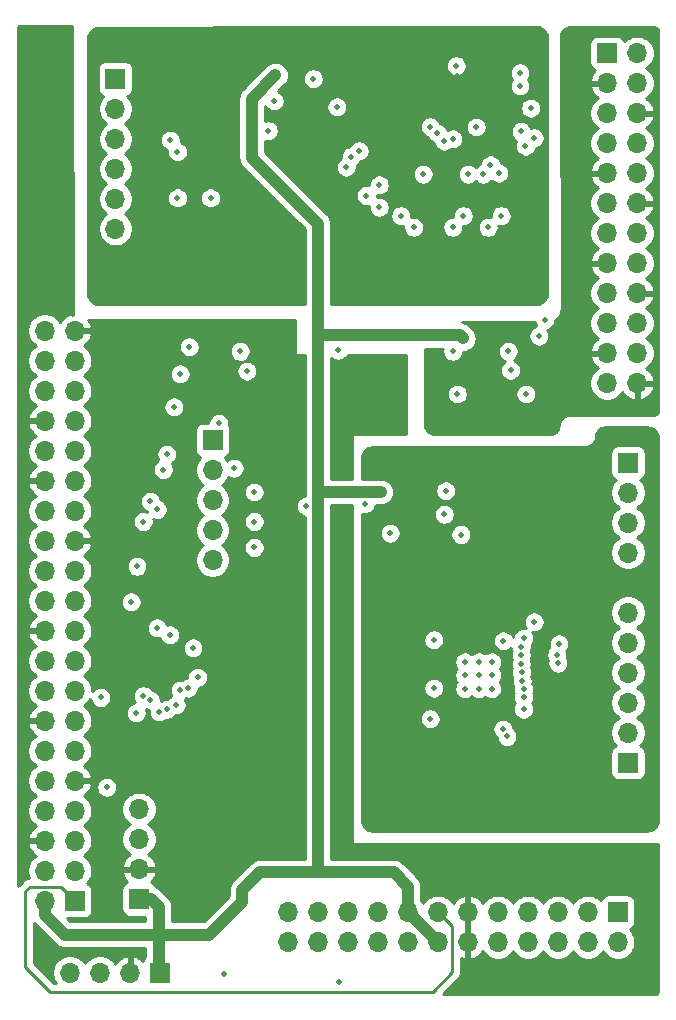
<source format=gbr>
G04 #@! TF.GenerationSoftware,KiCad,Pcbnew,(5.1.10)-1*
G04 #@! TF.CreationDate,2021-11-05T11:55:09+00:00*
G04 #@! TF.ProjectId,RasperryPi ECG Hat,52617370-6572-4727-9950-692045434720,rev?*
G04 #@! TF.SameCoordinates,Original*
G04 #@! TF.FileFunction,Copper,L2,Inr*
G04 #@! TF.FilePolarity,Positive*
%FSLAX46Y46*%
G04 Gerber Fmt 4.6, Leading zero omitted, Abs format (unit mm)*
G04 Created by KiCad (PCBNEW (5.1.10)-1) date 2021-11-05 11:55:09*
%MOMM*%
%LPD*%
G01*
G04 APERTURE LIST*
G04 #@! TA.AperFunction,ComponentPad*
%ADD10R,1.700000X1.700000*%
G04 #@! TD*
G04 #@! TA.AperFunction,ComponentPad*
%ADD11O,1.700000X1.700000*%
G04 #@! TD*
G04 #@! TA.AperFunction,ViaPad*
%ADD12C,0.500000*%
G04 #@! TD*
G04 #@! TA.AperFunction,Conductor*
%ADD13C,0.250000*%
G04 #@! TD*
G04 #@! TA.AperFunction,Conductor*
%ADD14C,1.000000*%
G04 #@! TD*
G04 #@! TA.AperFunction,Conductor*
%ADD15C,0.254000*%
G04 #@! TD*
G04 #@! TA.AperFunction,Conductor*
%ADD16C,0.100000*%
G04 #@! TD*
G04 APERTURE END LIST*
D10*
G04 #@! TO.N,IN1*
G04 #@! TO.C,ECG IN*
X104648000Y-96012000D03*
D11*
G04 #@! TO.N,IN2*
X104648000Y-93472000D03*
G04 #@! TO.N,IN3*
X104648000Y-90932000D03*
G04 #@! TO.N,IN4*
X104648000Y-88392000D03*
G04 #@! TO.N,IN5*
X104648000Y-85852000D03*
G04 #@! TO.N,IN6*
X104648000Y-83312000D03*
G04 #@! TD*
G04 #@! TO.N,MOSI*
G04 #@! TO.C,SPI*
X69469000Y-78867000D03*
G04 #@! TO.N,MISO*
X69469000Y-76327000D03*
G04 #@! TO.N,SCLK*
X69469000Y-73787000D03*
G04 #@! TO.N,CSB2*
X69469000Y-71247000D03*
D10*
G04 #@! TO.N,CSB1*
X69469000Y-68707000D03*
G04 #@! TD*
G04 #@! TO.N,7*
G04 #@! TO.C,RPI GPIO*
X103789000Y-108666000D03*
D11*
G04 #@! TO.N,11*
X103789000Y-111206000D03*
G04 #@! TO.N,13*
X101249000Y-108666000D03*
G04 #@! TO.N,15*
X101249000Y-111206000D03*
G04 #@! TO.N,27*
X98709000Y-108666000D03*
G04 #@! TO.N,29*
X98709000Y-111206000D03*
G04 #@! TO.N,31*
X96169000Y-108666000D03*
G04 #@! TO.N,35*
X96169000Y-111206000D03*
G04 #@! TO.N,33*
X93629000Y-108666000D03*
G04 #@! TO.N,37*
X93629000Y-111206000D03*
G04 #@! TO.N,Earth*
X91089000Y-108666000D03*
X91089000Y-111206000D03*
G04 #@! TO.N,3V3*
X88549000Y-108666000D03*
G04 #@! TO.N,5V*
X88549000Y-111206000D03*
X86009000Y-108666000D03*
G04 #@! TO.N,40*
X86009000Y-111206000D03*
G04 #@! TO.N,38*
X83469000Y-108666000D03*
G04 #@! TO.N,36*
X83469000Y-111206000D03*
G04 #@! TO.N,32*
X80929000Y-108666000D03*
G04 #@! TO.N,28*
X80929000Y-111206000D03*
G04 #@! TO.N,26*
X78389000Y-108666000D03*
G04 #@! TO.N,24*
X78389000Y-111206000D03*
G04 #@! TO.N,22*
X75849000Y-108666000D03*
G04 #@! TO.N,12*
X75849000Y-111206000D03*
G04 #@! TD*
G04 #@! TO.N,WCT_OUT*
G04 #@! TO.C,ECG CTRL*
X104648000Y-78232000D03*
G04 #@! TO.N,ALARMB*
X104648000Y-75692000D03*
G04 #@! TO.N,SYNCB*
X104648000Y-73152000D03*
D10*
G04 #@! TO.N,DRDYB*
X104648000Y-70612000D03*
G04 #@! TD*
G04 #@! TO.N,5V*
G04 #@! TO.C,I2C*
X65024000Y-113792000D03*
D11*
G04 #@! TO.N,Earth*
X62484000Y-113792000D03*
G04 #@! TO.N,I2C1_SCL*
X59944000Y-113792000D03*
G04 #@! TO.N,I2C1_SDA*
X57404000Y-113792000D03*
G04 #@! TD*
G04 #@! TO.N,UART_RX*
G04 #@! TO.C,UART*
X63246000Y-99949000D03*
G04 #@! TO.N,UART_TX*
X63246000Y-102489000D03*
G04 #@! TO.N,Earth*
X63246000Y-105029000D03*
D10*
G04 #@! TO.N,5V*
X63246000Y-107569000D03*
G04 #@! TD*
D11*
G04 #@! TO.N,DRDY*
G04 #@! TO.C,ADC CTRL*
X61246000Y-50810000D03*
G04 #@! TO.N,BUFEN*
X61246000Y-48270000D03*
G04 #@! TO.N,POL*
X61246000Y-45730000D03*
G04 #@! TO.N,~PDWN*
X61246000Y-43190000D03*
G04 #@! TO.N,~RESET*
X61246000Y-40650000D03*
D10*
G04 #@! TO.N,~DSYNC*
X61246000Y-38110000D03*
G04 #@! TD*
D11*
G04 #@! TO.N,Strain_3v3*
G04 #@! TO.C,ADC IN*
X105410000Y-63881000D03*
G04 #@! TO.N,Earth*
X102870000Y-63881000D03*
G04 #@! TO.N,AIN7*
X105410000Y-61341000D03*
G04 #@! TO.N,Strain_3v3*
X102870000Y-61341000D03*
G04 #@! TO.N,Earth*
X105410000Y-58801000D03*
G04 #@! TO.N,AIN6*
X102870000Y-58801000D03*
G04 #@! TO.N,Strain_3v3*
X105410000Y-56261000D03*
G04 #@! TO.N,Earth*
X102870000Y-56261000D03*
G04 #@! TO.N,AIN5*
X105410000Y-53721000D03*
G04 #@! TO.N,Strain_3v3*
X102870000Y-53721000D03*
G04 #@! TO.N,Earth*
X105410000Y-51181000D03*
G04 #@! TO.N,AIN4*
X102870000Y-51181000D03*
G04 #@! TO.N,Strain_3v3*
X105410000Y-48641000D03*
G04 #@! TO.N,Earth*
X102870000Y-48641000D03*
G04 #@! TO.N,AIN3*
X105410000Y-46101000D03*
G04 #@! TO.N,Strain_3v3*
X102870000Y-46101000D03*
G04 #@! TO.N,Earth*
X105410000Y-43561000D03*
G04 #@! TO.N,AIN2*
X102870000Y-43561000D03*
G04 #@! TO.N,Strain_3v3*
X105410000Y-41021000D03*
G04 #@! TO.N,Earth*
X102870000Y-41021000D03*
G04 #@! TO.N,AIN1*
X105410000Y-38481000D03*
G04 #@! TO.N,Strain_3v3*
X102870000Y-38481000D03*
G04 #@! TO.N,Earth*
X105410000Y-35941000D03*
D10*
G04 #@! TO.N,AIN0*
X102870000Y-35941000D03*
G04 #@! TD*
G04 #@! TO.N,3V3*
G04 #@! TO.C,RPI*
X57800000Y-107700000D03*
D11*
G04 #@! TO.N,5V*
X55260000Y-107700000D03*
G04 #@! TO.N,I2C1_SDA*
X57800000Y-105160000D03*
G04 #@! TO.N,5V*
X55260000Y-105160000D03*
G04 #@! TO.N,I2C1_SCL*
X57800000Y-102620000D03*
G04 #@! TO.N,Earth*
X55260000Y-102620000D03*
G04 #@! TO.N,7*
X57800000Y-100080000D03*
G04 #@! TO.N,UART_TX*
X55260000Y-100080000D03*
G04 #@! TO.N,Earth*
X57800000Y-97540000D03*
G04 #@! TO.N,UART_RX*
X55260000Y-97540000D03*
G04 #@! TO.N,11*
X57800000Y-95000000D03*
G04 #@! TO.N,12*
X55260000Y-95000000D03*
G04 #@! TO.N,13*
X57800000Y-92460000D03*
G04 #@! TO.N,Earth*
X55260000Y-92460000D03*
G04 #@! TO.N,15*
X57800000Y-89920000D03*
G04 #@! TO.N,CSB2*
X55260000Y-89920000D03*
G04 #@! TO.N,Net-(J1-Pad17)*
X57800000Y-87380000D03*
G04 #@! TO.N,CSB1*
X55260000Y-87380000D03*
G04 #@! TO.N,MOSI*
X57800000Y-84840000D03*
G04 #@! TO.N,Earth*
X55260000Y-84840000D03*
G04 #@! TO.N,MISO*
X57800000Y-82300000D03*
G04 #@! TO.N,22*
X55260000Y-82300000D03*
G04 #@! TO.N,SCLK*
X57800000Y-79760000D03*
G04 #@! TO.N,24*
X55260000Y-79760000D03*
G04 #@! TO.N,Earth*
X57800000Y-77220000D03*
G04 #@! TO.N,26*
X55260000Y-77220000D03*
G04 #@! TO.N,27*
X57800000Y-74680000D03*
G04 #@! TO.N,28*
X55260000Y-74680000D03*
G04 #@! TO.N,29*
X57800000Y-72140000D03*
G04 #@! TO.N,Earth*
X55260000Y-72140000D03*
G04 #@! TO.N,31*
X57800000Y-69600000D03*
G04 #@! TO.N,32*
X55260000Y-69600000D03*
G04 #@! TO.N,33*
X57800000Y-67060000D03*
G04 #@! TO.N,Earth*
X55260000Y-67060000D03*
G04 #@! TO.N,35*
X57800000Y-64520000D03*
G04 #@! TO.N,36*
X55260000Y-64520000D03*
G04 #@! TO.N,37*
X57800000Y-61980000D03*
G04 #@! TO.N,38*
X55260000Y-61980000D03*
G04 #@! TO.N,Earth*
X57800000Y-59440000D03*
G04 #@! TO.N,40*
X55260000Y-59440000D03*
G04 #@! TD*
D12*
G04 #@! TO.N,ECG_3v3*
X89800000Y-93300000D03*
X92100000Y-94700000D03*
X96100000Y-93600000D03*
X92900000Y-101000000D03*
X88800000Y-77900000D03*
X87600000Y-75400000D03*
X84700000Y-77900000D03*
G04 #@! TO.N,Earth*
X93095000Y-87476000D03*
X93095000Y-89762000D03*
X93095000Y-88619000D03*
X92015500Y-87476000D03*
X92015500Y-89762000D03*
X90809000Y-89762000D03*
X90809000Y-88619000D03*
X90809000Y-87476000D03*
X96700000Y-84100000D03*
X95800000Y-89800000D03*
X94400000Y-93800000D03*
X94047500Y-93164000D03*
X92015500Y-88619000D03*
X87900000Y-92300000D03*
X96000000Y-64800000D03*
X90200000Y-64800000D03*
X89800000Y-61200000D03*
X94500000Y-61200000D03*
X94700000Y-62800000D03*
X95500000Y-38700000D03*
X95500000Y-37600000D03*
X91800000Y-42200000D03*
X92400000Y-46200000D03*
X91100000Y-46200000D03*
X87300000Y-46200000D03*
X89800000Y-50700000D03*
X92800000Y-50700000D03*
X86500000Y-50700000D03*
X83600000Y-49000000D03*
X90100000Y-37000000D03*
X83600000Y-47100000D03*
X78000000Y-38100000D03*
X80000000Y-40500000D03*
X74200000Y-42500000D03*
X74700000Y-40000000D03*
X82500000Y-48000000D03*
X85400000Y-49700000D03*
X90700000Y-49700000D03*
X93900000Y-49700000D03*
X90500000Y-76700000D03*
X89100000Y-75000000D03*
X89200000Y-73000000D03*
X84500000Y-76600000D03*
X82400000Y-74100000D03*
X81400000Y-64100000D03*
X81400000Y-64900000D03*
X81400000Y-65700000D03*
X84100000Y-64100000D03*
X84100000Y-64900000D03*
X84100000Y-65600000D03*
G04 #@! TO.N,RLDOUT*
X94100000Y-85700000D03*
X95800000Y-90500000D03*
X95800000Y-85500000D03*
G04 #@! TO.N,ADC_3v3*
X90200000Y-37900000D03*
X92400000Y-36700000D03*
X91800000Y-45500000D03*
X86400000Y-46400000D03*
X84600000Y-47000000D03*
X79100000Y-46900000D03*
X63600000Y-47200000D03*
X63500000Y-44700000D03*
X63619232Y-42280768D03*
X63500000Y-39600000D03*
X77300000Y-41300000D03*
X78400000Y-42500000D03*
X63400000Y-37200000D03*
G04 #@! TO.N,Strain_3v3*
X89800000Y-66700000D03*
X94700000Y-65600000D03*
X93200000Y-63800000D03*
X93200000Y-65800000D03*
G04 #@! TO.N,CSB1*
X67818999Y-86300000D03*
G04 #@! TO.N,CSB2*
X89800000Y-43200000D03*
X68200000Y-88800000D03*
X80125000Y-61100000D03*
X71800000Y-61200000D03*
X71300000Y-71100000D03*
G04 #@! TO.N,SCLK*
X73000000Y-73100000D03*
X87900000Y-42175000D03*
G04 #@! TO.N,MISO*
X73000000Y-75600000D03*
X88500000Y-42700000D03*
G04 #@! TO.N,MOSI*
X73000000Y-77800000D03*
X89100000Y-43400000D03*
G04 #@! TO.N,12*
X60500000Y-98100000D03*
G04 #@! TO.N,22*
X63000000Y-91800000D03*
X62575000Y-82400000D03*
G04 #@! TO.N,24*
X63599754Y-90339852D03*
X63075000Y-79400000D03*
G04 #@! TO.N,26*
X63600000Y-75600000D03*
X64200000Y-90700000D03*
G04 #@! TO.N,28*
X64935920Y-91721360D03*
X64200000Y-73900000D03*
G04 #@! TO.N,32*
X65300000Y-71200000D03*
X65600000Y-91500000D03*
G04 #@! TO.N,36*
X66195898Y-65900000D03*
X66395819Y-91133202D03*
G04 #@! TO.N,38*
X66725001Y-63100000D03*
X66720898Y-89869775D03*
G04 #@! TO.N,40*
X67500000Y-60800000D03*
X67400000Y-89700000D03*
G04 #@! TO.N,37*
X72369267Y-62869267D03*
G04 #@! TO.N,33*
X70000000Y-67300000D03*
G04 #@! TO.N,35*
X77400000Y-74300000D03*
G04 #@! TO.N,31*
X65845888Y-85200000D03*
X65600000Y-69900000D03*
G04 #@! TO.N,29*
X80200000Y-114600000D03*
X60000000Y-90500000D03*
G04 #@! TO.N,27*
X64775000Y-84600000D03*
X64775000Y-74578768D03*
G04 #@! TO.N,13*
X70400000Y-113900000D03*
G04 #@! TO.N,DRDYB*
X88200000Y-85600000D03*
X88200000Y-89700000D03*
G04 #@! TO.N,WCT_OUT*
X95600000Y-86200000D03*
X98801829Y-85955707D03*
G04 #@! TO.N,~DSYNC*
X81200000Y-44700000D03*
X66500000Y-44300000D03*
G04 #@! TO.N,~RESET*
X80800000Y-45600000D03*
G04 #@! TO.N,~PDWN*
X81900000Y-44200000D03*
X65900000Y-43300000D03*
G04 #@! TO.N,BUFEN*
X69300000Y-48200000D03*
X66500000Y-48200000D03*
G04 #@! TO.N,AIN0*
X95600000Y-42575000D03*
X93000000Y-45400000D03*
G04 #@! TO.N,AIN1*
X95966737Y-43819262D03*
X93700000Y-46100000D03*
G04 #@! TO.N,AIN6*
X97600000Y-58500000D03*
X96400000Y-40600000D03*
G04 #@! TO.N,AIN7*
X97100000Y-59900000D03*
X96700000Y-43100000D03*
G04 #@! TO.N,IN6*
X95600000Y-86913464D03*
X98600000Y-86900000D03*
G04 #@! TO.N,IN5*
X95600000Y-87641268D03*
X98700000Y-87600000D03*
G04 #@! TO.N,IN4*
X95628965Y-88371035D03*
G04 #@! TO.N,IN3*
X95686950Y-89073899D03*
G04 #@! TO.N,IN2*
X95800000Y-91500000D03*
G04 #@! TO.N,5V*
X74800000Y-37800000D03*
X90700000Y-60100000D03*
X83700000Y-73100000D03*
G04 #@! TD*
D13*
G04 #@! TO.N,3V3*
X56624999Y-106524999D02*
X53975001Y-106524999D01*
X57800000Y-107700000D02*
X56624999Y-106524999D01*
X53975001Y-106524999D02*
X53600000Y-106900000D01*
X53600000Y-106900000D02*
X53600000Y-113300000D01*
X53600000Y-113300000D02*
X55700000Y-115400000D01*
X55700000Y-115400000D02*
X88100000Y-115400000D01*
X89724001Y-109841001D02*
X88549000Y-108666000D01*
X89724001Y-113775999D02*
X89724001Y-109841001D01*
X88100000Y-115400000D02*
X89724001Y-113775999D01*
D14*
G04 #@! TO.N,5V*
X55260000Y-108902081D02*
X56957919Y-110600000D01*
X55260000Y-107700000D02*
X55260000Y-108902081D01*
X56957919Y-110600000D02*
X64900000Y-110600000D01*
X64900000Y-113668000D02*
X65024000Y-113792000D01*
X64900000Y-110600000D02*
X64900000Y-113668000D01*
X63246000Y-107569000D02*
X64269000Y-107569000D01*
X64900000Y-108200000D02*
X64900000Y-110600000D01*
X64269000Y-107569000D02*
X64900000Y-108200000D01*
X64900000Y-110600000D02*
X69200000Y-110600000D01*
X69200000Y-110600000D02*
X72000000Y-107800000D01*
X72000000Y-107800000D02*
X72000000Y-106800000D01*
X72000000Y-106800000D02*
X73500000Y-105300000D01*
X86009000Y-106509000D02*
X86009000Y-108666000D01*
X84800000Y-105300000D02*
X86009000Y-106509000D01*
X86009000Y-108666000D02*
X88549000Y-111206000D01*
X73500000Y-105300000D02*
X78400000Y-105300000D01*
X78400000Y-105300000D02*
X84800000Y-105300000D01*
X78400000Y-51300000D02*
X78400000Y-50400000D01*
X78400000Y-50400000D02*
X72800000Y-44800000D01*
X72800000Y-44800000D02*
X72800000Y-39800000D01*
X72800000Y-39800000D02*
X74800000Y-37800000D01*
X78549999Y-59849999D02*
X78400000Y-59700000D01*
X90449999Y-59849999D02*
X78549999Y-59849999D01*
X78400000Y-59700000D02*
X78400000Y-51300000D01*
X90700000Y-60100000D02*
X90449999Y-59849999D01*
X78400000Y-73100000D02*
X83700000Y-73100000D01*
X78400000Y-105300000D02*
X78400000Y-73100000D01*
X78400000Y-73100000D02*
X78400000Y-59700000D01*
G04 #@! TD*
D15*
G04 #@! TO.N,ECG_3v3*
X106470189Y-67644376D02*
X106633850Y-67694022D01*
X106784672Y-67774638D01*
X106916870Y-67883130D01*
X107025362Y-68015328D01*
X107105978Y-68166150D01*
X107155624Y-68329811D01*
X107173000Y-68506234D01*
X107173000Y-100893766D01*
X107155624Y-101070189D01*
X107105978Y-101233850D01*
X107025362Y-101384672D01*
X106916870Y-101516870D01*
X106784672Y-101625362D01*
X106633850Y-101705978D01*
X106470189Y-101755624D01*
X106293766Y-101773000D01*
X83006234Y-101773000D01*
X82829811Y-101755624D01*
X82666150Y-101705978D01*
X82515328Y-101625362D01*
X82383130Y-101516870D01*
X82274638Y-101384672D01*
X82194022Y-101233850D01*
X82144376Y-101070189D01*
X82127000Y-100893766D01*
X82127000Y-95162000D01*
X103159928Y-95162000D01*
X103159928Y-96862000D01*
X103172188Y-96986482D01*
X103208498Y-97106180D01*
X103267463Y-97216494D01*
X103346815Y-97313185D01*
X103443506Y-97392537D01*
X103553820Y-97451502D01*
X103673518Y-97487812D01*
X103798000Y-97500072D01*
X105498000Y-97500072D01*
X105622482Y-97487812D01*
X105742180Y-97451502D01*
X105852494Y-97392537D01*
X105949185Y-97313185D01*
X106028537Y-97216494D01*
X106087502Y-97106180D01*
X106123812Y-96986482D01*
X106136072Y-96862000D01*
X106136072Y-95162000D01*
X106123812Y-95037518D01*
X106087502Y-94917820D01*
X106028537Y-94807506D01*
X105949185Y-94710815D01*
X105852494Y-94631463D01*
X105742180Y-94572498D01*
X105669620Y-94550487D01*
X105801475Y-94418632D01*
X105963990Y-94175411D01*
X106075932Y-93905158D01*
X106133000Y-93618260D01*
X106133000Y-93325740D01*
X106075932Y-93038842D01*
X105963990Y-92768589D01*
X105801475Y-92525368D01*
X105594632Y-92318525D01*
X105420240Y-92202000D01*
X105594632Y-92085475D01*
X105801475Y-91878632D01*
X105963990Y-91635411D01*
X106075932Y-91365158D01*
X106133000Y-91078260D01*
X106133000Y-90785740D01*
X106075932Y-90498842D01*
X105963990Y-90228589D01*
X105801475Y-89985368D01*
X105594632Y-89778525D01*
X105420240Y-89662000D01*
X105594632Y-89545475D01*
X105801475Y-89338632D01*
X105963990Y-89095411D01*
X106075932Y-88825158D01*
X106133000Y-88538260D01*
X106133000Y-88245740D01*
X106075932Y-87958842D01*
X105963990Y-87688589D01*
X105801475Y-87445368D01*
X105594632Y-87238525D01*
X105420240Y-87122000D01*
X105594632Y-87005475D01*
X105801475Y-86798632D01*
X105963990Y-86555411D01*
X106075932Y-86285158D01*
X106133000Y-85998260D01*
X106133000Y-85705740D01*
X106075932Y-85418842D01*
X105963990Y-85148589D01*
X105801475Y-84905368D01*
X105594632Y-84698525D01*
X105420240Y-84582000D01*
X105594632Y-84465475D01*
X105801475Y-84258632D01*
X105963990Y-84015411D01*
X106075932Y-83745158D01*
X106133000Y-83458260D01*
X106133000Y-83165740D01*
X106075932Y-82878842D01*
X105963990Y-82608589D01*
X105801475Y-82365368D01*
X105594632Y-82158525D01*
X105351411Y-81996010D01*
X105081158Y-81884068D01*
X104794260Y-81827000D01*
X104501740Y-81827000D01*
X104214842Y-81884068D01*
X103944589Y-81996010D01*
X103701368Y-82158525D01*
X103494525Y-82365368D01*
X103332010Y-82608589D01*
X103220068Y-82878842D01*
X103163000Y-83165740D01*
X103163000Y-83458260D01*
X103220068Y-83745158D01*
X103332010Y-84015411D01*
X103494525Y-84258632D01*
X103701368Y-84465475D01*
X103875760Y-84582000D01*
X103701368Y-84698525D01*
X103494525Y-84905368D01*
X103332010Y-85148589D01*
X103220068Y-85418842D01*
X103163000Y-85705740D01*
X103163000Y-85998260D01*
X103220068Y-86285158D01*
X103332010Y-86555411D01*
X103494525Y-86798632D01*
X103701368Y-87005475D01*
X103875760Y-87122000D01*
X103701368Y-87238525D01*
X103494525Y-87445368D01*
X103332010Y-87688589D01*
X103220068Y-87958842D01*
X103163000Y-88245740D01*
X103163000Y-88538260D01*
X103220068Y-88825158D01*
X103332010Y-89095411D01*
X103494525Y-89338632D01*
X103701368Y-89545475D01*
X103875760Y-89662000D01*
X103701368Y-89778525D01*
X103494525Y-89985368D01*
X103332010Y-90228589D01*
X103220068Y-90498842D01*
X103163000Y-90785740D01*
X103163000Y-91078260D01*
X103220068Y-91365158D01*
X103332010Y-91635411D01*
X103494525Y-91878632D01*
X103701368Y-92085475D01*
X103875760Y-92202000D01*
X103701368Y-92318525D01*
X103494525Y-92525368D01*
X103332010Y-92768589D01*
X103220068Y-93038842D01*
X103163000Y-93325740D01*
X103163000Y-93618260D01*
X103220068Y-93905158D01*
X103332010Y-94175411D01*
X103494525Y-94418632D01*
X103626380Y-94550487D01*
X103553820Y-94572498D01*
X103443506Y-94631463D01*
X103346815Y-94710815D01*
X103267463Y-94807506D01*
X103208498Y-94917820D01*
X103172188Y-95037518D01*
X103159928Y-95162000D01*
X82127000Y-95162000D01*
X82127000Y-92212835D01*
X87015000Y-92212835D01*
X87015000Y-92387165D01*
X87049010Y-92558145D01*
X87115723Y-92719205D01*
X87212576Y-92864155D01*
X87335845Y-92987424D01*
X87480795Y-93084277D01*
X87641855Y-93150990D01*
X87812835Y-93185000D01*
X87987165Y-93185000D01*
X88158145Y-93150990D01*
X88319205Y-93084277D01*
X88330342Y-93076835D01*
X93162500Y-93076835D01*
X93162500Y-93251165D01*
X93196510Y-93422145D01*
X93263223Y-93583205D01*
X93360076Y-93728155D01*
X93483345Y-93851424D01*
X93515000Y-93872575D01*
X93515000Y-93887165D01*
X93549010Y-94058145D01*
X93615723Y-94219205D01*
X93712576Y-94364155D01*
X93835845Y-94487424D01*
X93980795Y-94584277D01*
X94141855Y-94650990D01*
X94312835Y-94685000D01*
X94487165Y-94685000D01*
X94658145Y-94650990D01*
X94819205Y-94584277D01*
X94964155Y-94487424D01*
X95087424Y-94364155D01*
X95184277Y-94219205D01*
X95250990Y-94058145D01*
X95285000Y-93887165D01*
X95285000Y-93712835D01*
X95250990Y-93541855D01*
X95184277Y-93380795D01*
X95087424Y-93235845D01*
X94964155Y-93112576D01*
X94932500Y-93091425D01*
X94932500Y-93076835D01*
X94898490Y-92905855D01*
X94831777Y-92744795D01*
X94734924Y-92599845D01*
X94611655Y-92476576D01*
X94466705Y-92379723D01*
X94305645Y-92313010D01*
X94134665Y-92279000D01*
X93960335Y-92279000D01*
X93789355Y-92313010D01*
X93628295Y-92379723D01*
X93483345Y-92476576D01*
X93360076Y-92599845D01*
X93263223Y-92744795D01*
X93196510Y-92905855D01*
X93162500Y-93076835D01*
X88330342Y-93076835D01*
X88464155Y-92987424D01*
X88587424Y-92864155D01*
X88684277Y-92719205D01*
X88750990Y-92558145D01*
X88785000Y-92387165D01*
X88785000Y-92212835D01*
X88750990Y-92041855D01*
X88684277Y-91880795D01*
X88587424Y-91735845D01*
X88464155Y-91612576D01*
X88319205Y-91515723D01*
X88158145Y-91449010D01*
X87987165Y-91415000D01*
X87812835Y-91415000D01*
X87641855Y-91449010D01*
X87480795Y-91515723D01*
X87335845Y-91612576D01*
X87212576Y-91735845D01*
X87115723Y-91880795D01*
X87049010Y-92041855D01*
X87015000Y-92212835D01*
X82127000Y-92212835D01*
X82127000Y-89612835D01*
X87315000Y-89612835D01*
X87315000Y-89787165D01*
X87349010Y-89958145D01*
X87415723Y-90119205D01*
X87512576Y-90264155D01*
X87635845Y-90387424D01*
X87780795Y-90484277D01*
X87941855Y-90550990D01*
X88112835Y-90585000D01*
X88287165Y-90585000D01*
X88458145Y-90550990D01*
X88619205Y-90484277D01*
X88764155Y-90387424D01*
X88887424Y-90264155D01*
X88984277Y-90119205D01*
X89050990Y-89958145D01*
X89085000Y-89787165D01*
X89085000Y-89612835D01*
X89050990Y-89441855D01*
X88984277Y-89280795D01*
X88887424Y-89135845D01*
X88764155Y-89012576D01*
X88619205Y-88915723D01*
X88458145Y-88849010D01*
X88287165Y-88815000D01*
X88112835Y-88815000D01*
X87941855Y-88849010D01*
X87780795Y-88915723D01*
X87635845Y-89012576D01*
X87512576Y-89135845D01*
X87415723Y-89280795D01*
X87349010Y-89441855D01*
X87315000Y-89612835D01*
X82127000Y-89612835D01*
X82127000Y-87388835D01*
X89924000Y-87388835D01*
X89924000Y-87563165D01*
X89958010Y-87734145D01*
X90024723Y-87895205D01*
X90121576Y-88040155D01*
X90128921Y-88047500D01*
X90121576Y-88054845D01*
X90024723Y-88199795D01*
X89958010Y-88360855D01*
X89924000Y-88531835D01*
X89924000Y-88706165D01*
X89958010Y-88877145D01*
X90024723Y-89038205D01*
X90121576Y-89183155D01*
X90128921Y-89190500D01*
X90121576Y-89197845D01*
X90024723Y-89342795D01*
X89958010Y-89503855D01*
X89924000Y-89674835D01*
X89924000Y-89849165D01*
X89958010Y-90020145D01*
X90024723Y-90181205D01*
X90121576Y-90326155D01*
X90244845Y-90449424D01*
X90389795Y-90546277D01*
X90550855Y-90612990D01*
X90721835Y-90647000D01*
X90896165Y-90647000D01*
X91067145Y-90612990D01*
X91228205Y-90546277D01*
X91373155Y-90449424D01*
X91412250Y-90410329D01*
X91451345Y-90449424D01*
X91596295Y-90546277D01*
X91757355Y-90612990D01*
X91928335Y-90647000D01*
X92102665Y-90647000D01*
X92273645Y-90612990D01*
X92434705Y-90546277D01*
X92555250Y-90465731D01*
X92675795Y-90546277D01*
X92836855Y-90612990D01*
X93007835Y-90647000D01*
X93182165Y-90647000D01*
X93353145Y-90612990D01*
X93514205Y-90546277D01*
X93659155Y-90449424D01*
X93782424Y-90326155D01*
X93879277Y-90181205D01*
X93945990Y-90020145D01*
X93980000Y-89849165D01*
X93980000Y-89674835D01*
X93945990Y-89503855D01*
X93879277Y-89342795D01*
X93782424Y-89197845D01*
X93775079Y-89190500D01*
X93782424Y-89183155D01*
X93879277Y-89038205D01*
X93945990Y-88877145D01*
X93980000Y-88706165D01*
X93980000Y-88531835D01*
X93945990Y-88360855D01*
X93879277Y-88199795D01*
X93782424Y-88054845D01*
X93775079Y-88047500D01*
X93782424Y-88040155D01*
X93879277Y-87895205D01*
X93945990Y-87734145D01*
X93980000Y-87563165D01*
X93980000Y-87388835D01*
X93945990Y-87217855D01*
X93879277Y-87056795D01*
X93782424Y-86911845D01*
X93659155Y-86788576D01*
X93514205Y-86691723D01*
X93353145Y-86625010D01*
X93182165Y-86591000D01*
X93007835Y-86591000D01*
X92836855Y-86625010D01*
X92675795Y-86691723D01*
X92555250Y-86772269D01*
X92434705Y-86691723D01*
X92273645Y-86625010D01*
X92102665Y-86591000D01*
X91928335Y-86591000D01*
X91757355Y-86625010D01*
X91596295Y-86691723D01*
X91451345Y-86788576D01*
X91412250Y-86827671D01*
X91373155Y-86788576D01*
X91228205Y-86691723D01*
X91067145Y-86625010D01*
X90896165Y-86591000D01*
X90721835Y-86591000D01*
X90550855Y-86625010D01*
X90389795Y-86691723D01*
X90244845Y-86788576D01*
X90121576Y-86911845D01*
X90024723Y-87056795D01*
X89958010Y-87217855D01*
X89924000Y-87388835D01*
X82127000Y-87388835D01*
X82127000Y-85512835D01*
X87315000Y-85512835D01*
X87315000Y-85687165D01*
X87349010Y-85858145D01*
X87415723Y-86019205D01*
X87512576Y-86164155D01*
X87635845Y-86287424D01*
X87780795Y-86384277D01*
X87941855Y-86450990D01*
X88112835Y-86485000D01*
X88287165Y-86485000D01*
X88458145Y-86450990D01*
X88619205Y-86384277D01*
X88764155Y-86287424D01*
X88887424Y-86164155D01*
X88984277Y-86019205D01*
X89050990Y-85858145D01*
X89085000Y-85687165D01*
X89085000Y-85612835D01*
X93215000Y-85612835D01*
X93215000Y-85787165D01*
X93249010Y-85958145D01*
X93315723Y-86119205D01*
X93412576Y-86264155D01*
X93535845Y-86387424D01*
X93680795Y-86484277D01*
X93841855Y-86550990D01*
X94012835Y-86585000D01*
X94187165Y-86585000D01*
X94358145Y-86550990D01*
X94519205Y-86484277D01*
X94664155Y-86387424D01*
X94723198Y-86328381D01*
X94749010Y-86458145D01*
X94789846Y-86556732D01*
X94749010Y-86655319D01*
X94715000Y-86826299D01*
X94715000Y-87000629D01*
X94749010Y-87171609D01*
X94792816Y-87277366D01*
X94749010Y-87383123D01*
X94715000Y-87554103D01*
X94715000Y-87728433D01*
X94749010Y-87899413D01*
X94807705Y-88041115D01*
X94777975Y-88112890D01*
X94743965Y-88283870D01*
X94743965Y-88458200D01*
X94777975Y-88629180D01*
X94844688Y-88790240D01*
X94845824Y-88791940D01*
X94835960Y-88815754D01*
X94801950Y-88986734D01*
X94801950Y-89161064D01*
X94835960Y-89332044D01*
X94902673Y-89493104D01*
X94945853Y-89557727D01*
X94915000Y-89712835D01*
X94915000Y-89887165D01*
X94949010Y-90058145D01*
X94987057Y-90150000D01*
X94949010Y-90241855D01*
X94915000Y-90412835D01*
X94915000Y-90587165D01*
X94949010Y-90758145D01*
X95015723Y-90919205D01*
X95069709Y-91000000D01*
X95015723Y-91080795D01*
X94949010Y-91241855D01*
X94915000Y-91412835D01*
X94915000Y-91587165D01*
X94949010Y-91758145D01*
X95015723Y-91919205D01*
X95112576Y-92064155D01*
X95235845Y-92187424D01*
X95380795Y-92284277D01*
X95541855Y-92350990D01*
X95712835Y-92385000D01*
X95887165Y-92385000D01*
X96058145Y-92350990D01*
X96219205Y-92284277D01*
X96364155Y-92187424D01*
X96487424Y-92064155D01*
X96584277Y-91919205D01*
X96650990Y-91758145D01*
X96685000Y-91587165D01*
X96685000Y-91412835D01*
X96650990Y-91241855D01*
X96584277Y-91080795D01*
X96530291Y-91000000D01*
X96584277Y-90919205D01*
X96650990Y-90758145D01*
X96685000Y-90587165D01*
X96685000Y-90412835D01*
X96650990Y-90241855D01*
X96612943Y-90150000D01*
X96650990Y-90058145D01*
X96685000Y-89887165D01*
X96685000Y-89712835D01*
X96650990Y-89541855D01*
X96584277Y-89380795D01*
X96541097Y-89316172D01*
X96571950Y-89161064D01*
X96571950Y-88986734D01*
X96537940Y-88815754D01*
X96471227Y-88654694D01*
X96470091Y-88652994D01*
X96479955Y-88629180D01*
X96513965Y-88458200D01*
X96513965Y-88283870D01*
X96479955Y-88112890D01*
X96421260Y-87971188D01*
X96450990Y-87899413D01*
X96485000Y-87728433D01*
X96485000Y-87554103D01*
X96450990Y-87383123D01*
X96407184Y-87277366D01*
X96450990Y-87171609D01*
X96485000Y-87000629D01*
X96485000Y-86826299D01*
X96482322Y-86812835D01*
X97715000Y-86812835D01*
X97715000Y-86987165D01*
X97749010Y-87158145D01*
X97815723Y-87319205D01*
X97844846Y-87362790D01*
X97815000Y-87512835D01*
X97815000Y-87687165D01*
X97849010Y-87858145D01*
X97915723Y-88019205D01*
X98012576Y-88164155D01*
X98135845Y-88287424D01*
X98280795Y-88384277D01*
X98441855Y-88450990D01*
X98612835Y-88485000D01*
X98787165Y-88485000D01*
X98958145Y-88450990D01*
X99119205Y-88384277D01*
X99264155Y-88287424D01*
X99387424Y-88164155D01*
X99484277Y-88019205D01*
X99550990Y-87858145D01*
X99585000Y-87687165D01*
X99585000Y-87512835D01*
X99550990Y-87341855D01*
X99484277Y-87180795D01*
X99455154Y-87137210D01*
X99485000Y-86987165D01*
X99485000Y-86812835D01*
X99450990Y-86641855D01*
X99426466Y-86582649D01*
X99489253Y-86519862D01*
X99586106Y-86374912D01*
X99652819Y-86213852D01*
X99686829Y-86042872D01*
X99686829Y-85868542D01*
X99652819Y-85697562D01*
X99586106Y-85536502D01*
X99489253Y-85391552D01*
X99365984Y-85268283D01*
X99221034Y-85171430D01*
X99059974Y-85104717D01*
X98888994Y-85070707D01*
X98714664Y-85070707D01*
X98543684Y-85104717D01*
X98382624Y-85171430D01*
X98237674Y-85268283D01*
X98114405Y-85391552D01*
X98017552Y-85536502D01*
X97950839Y-85697562D01*
X97916829Y-85868542D01*
X97916829Y-86042872D01*
X97950839Y-86213852D01*
X97975363Y-86273058D01*
X97912576Y-86335845D01*
X97815723Y-86480795D01*
X97749010Y-86641855D01*
X97715000Y-86812835D01*
X96482322Y-86812835D01*
X96450990Y-86655319D01*
X96410154Y-86556732D01*
X96450990Y-86458145D01*
X96485000Y-86287165D01*
X96485000Y-86112835D01*
X96477326Y-86074253D01*
X96487424Y-86064155D01*
X96584277Y-85919205D01*
X96650990Y-85758145D01*
X96685000Y-85587165D01*
X96685000Y-85412835D01*
X96650990Y-85241855D01*
X96584277Y-85080795D01*
X96506080Y-84963765D01*
X96612835Y-84985000D01*
X96787165Y-84985000D01*
X96958145Y-84950990D01*
X97119205Y-84884277D01*
X97264155Y-84787424D01*
X97387424Y-84664155D01*
X97484277Y-84519205D01*
X97550990Y-84358145D01*
X97585000Y-84187165D01*
X97585000Y-84012835D01*
X97550990Y-83841855D01*
X97484277Y-83680795D01*
X97387424Y-83535845D01*
X97264155Y-83412576D01*
X97119205Y-83315723D01*
X96958145Y-83249010D01*
X96787165Y-83215000D01*
X96612835Y-83215000D01*
X96441855Y-83249010D01*
X96280795Y-83315723D01*
X96135845Y-83412576D01*
X96012576Y-83535845D01*
X95915723Y-83680795D01*
X95849010Y-83841855D01*
X95815000Y-84012835D01*
X95815000Y-84187165D01*
X95849010Y-84358145D01*
X95915723Y-84519205D01*
X95993920Y-84636235D01*
X95887165Y-84615000D01*
X95712835Y-84615000D01*
X95541855Y-84649010D01*
X95380795Y-84715723D01*
X95235845Y-84812576D01*
X95112576Y-84935845D01*
X95015723Y-85080795D01*
X94949010Y-85241855D01*
X94922776Y-85373741D01*
X94884277Y-85280795D01*
X94787424Y-85135845D01*
X94664155Y-85012576D01*
X94519205Y-84915723D01*
X94358145Y-84849010D01*
X94187165Y-84815000D01*
X94012835Y-84815000D01*
X93841855Y-84849010D01*
X93680795Y-84915723D01*
X93535845Y-85012576D01*
X93412576Y-85135845D01*
X93315723Y-85280795D01*
X93249010Y-85441855D01*
X93215000Y-85612835D01*
X89085000Y-85612835D01*
X89085000Y-85512835D01*
X89050990Y-85341855D01*
X88984277Y-85180795D01*
X88887424Y-85035845D01*
X88764155Y-84912576D01*
X88619205Y-84815723D01*
X88458145Y-84749010D01*
X88287165Y-84715000D01*
X88112835Y-84715000D01*
X87941855Y-84749010D01*
X87780795Y-84815723D01*
X87635845Y-84912576D01*
X87512576Y-85035845D01*
X87415723Y-85180795D01*
X87349010Y-85341855D01*
X87315000Y-85512835D01*
X82127000Y-85512835D01*
X82127000Y-76512835D01*
X83615000Y-76512835D01*
X83615000Y-76687165D01*
X83649010Y-76858145D01*
X83715723Y-77019205D01*
X83812576Y-77164155D01*
X83935845Y-77287424D01*
X84080795Y-77384277D01*
X84241855Y-77450990D01*
X84412835Y-77485000D01*
X84587165Y-77485000D01*
X84758145Y-77450990D01*
X84919205Y-77384277D01*
X85064155Y-77287424D01*
X85187424Y-77164155D01*
X85284277Y-77019205D01*
X85350990Y-76858145D01*
X85385000Y-76687165D01*
X85385000Y-76612835D01*
X89615000Y-76612835D01*
X89615000Y-76787165D01*
X89649010Y-76958145D01*
X89715723Y-77119205D01*
X89812576Y-77264155D01*
X89935845Y-77387424D01*
X90080795Y-77484277D01*
X90241855Y-77550990D01*
X90412835Y-77585000D01*
X90587165Y-77585000D01*
X90758145Y-77550990D01*
X90919205Y-77484277D01*
X91064155Y-77387424D01*
X91187424Y-77264155D01*
X91284277Y-77119205D01*
X91350990Y-76958145D01*
X91385000Y-76787165D01*
X91385000Y-76612835D01*
X91350990Y-76441855D01*
X91284277Y-76280795D01*
X91187424Y-76135845D01*
X91064155Y-76012576D01*
X90919205Y-75915723D01*
X90758145Y-75849010D01*
X90587165Y-75815000D01*
X90412835Y-75815000D01*
X90241855Y-75849010D01*
X90080795Y-75915723D01*
X89935845Y-76012576D01*
X89812576Y-76135845D01*
X89715723Y-76280795D01*
X89649010Y-76441855D01*
X89615000Y-76612835D01*
X85385000Y-76612835D01*
X85385000Y-76512835D01*
X85350990Y-76341855D01*
X85284277Y-76180795D01*
X85187424Y-76035845D01*
X85064155Y-75912576D01*
X84919205Y-75815723D01*
X84758145Y-75749010D01*
X84587165Y-75715000D01*
X84412835Y-75715000D01*
X84241855Y-75749010D01*
X84080795Y-75815723D01*
X83935845Y-75912576D01*
X83812576Y-76035845D01*
X83715723Y-76180795D01*
X83649010Y-76341855D01*
X83615000Y-76512835D01*
X82127000Y-76512835D01*
X82127000Y-74944837D01*
X82141855Y-74950990D01*
X82312835Y-74985000D01*
X82487165Y-74985000D01*
X82658145Y-74950990D01*
X82750259Y-74912835D01*
X88215000Y-74912835D01*
X88215000Y-75087165D01*
X88249010Y-75258145D01*
X88315723Y-75419205D01*
X88412576Y-75564155D01*
X88535845Y-75687424D01*
X88680795Y-75784277D01*
X88841855Y-75850990D01*
X89012835Y-75885000D01*
X89187165Y-75885000D01*
X89358145Y-75850990D01*
X89519205Y-75784277D01*
X89664155Y-75687424D01*
X89787424Y-75564155D01*
X89884277Y-75419205D01*
X89950990Y-75258145D01*
X89985000Y-75087165D01*
X89985000Y-74912835D01*
X89950990Y-74741855D01*
X89884277Y-74580795D01*
X89787424Y-74435845D01*
X89664155Y-74312576D01*
X89519205Y-74215723D01*
X89358145Y-74149010D01*
X89187165Y-74115000D01*
X89012835Y-74115000D01*
X88841855Y-74149010D01*
X88680795Y-74215723D01*
X88535845Y-74312576D01*
X88412576Y-74435845D01*
X88315723Y-74580795D01*
X88249010Y-74741855D01*
X88215000Y-74912835D01*
X82750259Y-74912835D01*
X82819205Y-74884277D01*
X82964155Y-74787424D01*
X83087424Y-74664155D01*
X83184277Y-74519205D01*
X83250990Y-74358145D01*
X83275485Y-74235000D01*
X83755752Y-74235000D01*
X83922499Y-74218577D01*
X84136447Y-74153676D01*
X84333623Y-74048284D01*
X84506449Y-73906449D01*
X84648284Y-73733623D01*
X84753676Y-73536447D01*
X84818577Y-73322499D01*
X84840491Y-73100000D01*
X84822058Y-72912835D01*
X88315000Y-72912835D01*
X88315000Y-73087165D01*
X88349010Y-73258145D01*
X88415723Y-73419205D01*
X88512576Y-73564155D01*
X88635845Y-73687424D01*
X88780795Y-73784277D01*
X88941855Y-73850990D01*
X89112835Y-73885000D01*
X89287165Y-73885000D01*
X89458145Y-73850990D01*
X89619205Y-73784277D01*
X89764155Y-73687424D01*
X89887424Y-73564155D01*
X89984277Y-73419205D01*
X90050990Y-73258145D01*
X90085000Y-73087165D01*
X90085000Y-72912835D01*
X90050990Y-72741855D01*
X89984277Y-72580795D01*
X89887424Y-72435845D01*
X89764155Y-72312576D01*
X89619205Y-72215723D01*
X89458145Y-72149010D01*
X89287165Y-72115000D01*
X89112835Y-72115000D01*
X88941855Y-72149010D01*
X88780795Y-72215723D01*
X88635845Y-72312576D01*
X88512576Y-72435845D01*
X88415723Y-72580795D01*
X88349010Y-72741855D01*
X88315000Y-72912835D01*
X84822058Y-72912835D01*
X84818577Y-72877501D01*
X84753676Y-72663553D01*
X84648284Y-72466377D01*
X84506449Y-72293551D01*
X84333623Y-72151716D01*
X84136447Y-72046324D01*
X83922499Y-71981423D01*
X83755752Y-71965000D01*
X82127000Y-71965000D01*
X82127000Y-70206234D01*
X82144376Y-70029811D01*
X82194022Y-69866150D01*
X82249691Y-69762000D01*
X103159928Y-69762000D01*
X103159928Y-71462000D01*
X103172188Y-71586482D01*
X103208498Y-71706180D01*
X103267463Y-71816494D01*
X103346815Y-71913185D01*
X103443506Y-71992537D01*
X103553820Y-72051502D01*
X103626380Y-72073513D01*
X103494525Y-72205368D01*
X103332010Y-72448589D01*
X103220068Y-72718842D01*
X103163000Y-73005740D01*
X103163000Y-73298260D01*
X103220068Y-73585158D01*
X103332010Y-73855411D01*
X103494525Y-74098632D01*
X103701368Y-74305475D01*
X103875760Y-74422000D01*
X103701368Y-74538525D01*
X103494525Y-74745368D01*
X103332010Y-74988589D01*
X103220068Y-75258842D01*
X103163000Y-75545740D01*
X103163000Y-75838260D01*
X103220068Y-76125158D01*
X103332010Y-76395411D01*
X103494525Y-76638632D01*
X103701368Y-76845475D01*
X103875760Y-76962000D01*
X103701368Y-77078525D01*
X103494525Y-77285368D01*
X103332010Y-77528589D01*
X103220068Y-77798842D01*
X103163000Y-78085740D01*
X103163000Y-78378260D01*
X103220068Y-78665158D01*
X103332010Y-78935411D01*
X103494525Y-79178632D01*
X103701368Y-79385475D01*
X103944589Y-79547990D01*
X104214842Y-79659932D01*
X104501740Y-79717000D01*
X104794260Y-79717000D01*
X105081158Y-79659932D01*
X105351411Y-79547990D01*
X105594632Y-79385475D01*
X105801475Y-79178632D01*
X105963990Y-78935411D01*
X106075932Y-78665158D01*
X106133000Y-78378260D01*
X106133000Y-78085740D01*
X106075932Y-77798842D01*
X105963990Y-77528589D01*
X105801475Y-77285368D01*
X105594632Y-77078525D01*
X105420240Y-76962000D01*
X105594632Y-76845475D01*
X105801475Y-76638632D01*
X105963990Y-76395411D01*
X106075932Y-76125158D01*
X106133000Y-75838260D01*
X106133000Y-75545740D01*
X106075932Y-75258842D01*
X105963990Y-74988589D01*
X105801475Y-74745368D01*
X105594632Y-74538525D01*
X105420240Y-74422000D01*
X105594632Y-74305475D01*
X105801475Y-74098632D01*
X105963990Y-73855411D01*
X106075932Y-73585158D01*
X106133000Y-73298260D01*
X106133000Y-73005740D01*
X106075932Y-72718842D01*
X105963990Y-72448589D01*
X105801475Y-72205368D01*
X105669620Y-72073513D01*
X105742180Y-72051502D01*
X105852494Y-71992537D01*
X105949185Y-71913185D01*
X106028537Y-71816494D01*
X106087502Y-71706180D01*
X106123812Y-71586482D01*
X106136072Y-71462000D01*
X106136072Y-69762000D01*
X106123812Y-69637518D01*
X106087502Y-69517820D01*
X106028537Y-69407506D01*
X105949185Y-69310815D01*
X105852494Y-69231463D01*
X105742180Y-69172498D01*
X105622482Y-69136188D01*
X105498000Y-69123928D01*
X103798000Y-69123928D01*
X103673518Y-69136188D01*
X103553820Y-69172498D01*
X103443506Y-69231463D01*
X103346815Y-69310815D01*
X103267463Y-69407506D01*
X103208498Y-69517820D01*
X103172188Y-69637518D01*
X103159928Y-69762000D01*
X82249691Y-69762000D01*
X82274638Y-69715328D01*
X82383130Y-69583130D01*
X82515328Y-69474638D01*
X82666150Y-69394022D01*
X82829811Y-69344376D01*
X83006234Y-69327000D01*
X100950000Y-69327000D01*
X100964219Y-69326201D01*
X101153362Y-69304890D01*
X101181088Y-69298562D01*
X101360746Y-69235697D01*
X101386369Y-69223358D01*
X101547534Y-69122091D01*
X101569769Y-69104360D01*
X101704360Y-68969769D01*
X101722091Y-68947534D01*
X101823358Y-68786369D01*
X101835697Y-68760746D01*
X101898562Y-68581088D01*
X101904890Y-68553362D01*
X101945910Y-68189297D01*
X101999322Y-68036652D01*
X102085362Y-67899721D01*
X102199721Y-67785362D01*
X102336652Y-67699322D01*
X102489297Y-67645910D01*
X102657128Y-67627000D01*
X106293766Y-67627000D01*
X106470189Y-67644376D01*
G04 #@! TA.AperFunction,Conductor*
D16*
G36*
X106470189Y-67644376D02*
G01*
X106633850Y-67694022D01*
X106784672Y-67774638D01*
X106916870Y-67883130D01*
X107025362Y-68015328D01*
X107105978Y-68166150D01*
X107155624Y-68329811D01*
X107173000Y-68506234D01*
X107173000Y-100893766D01*
X107155624Y-101070189D01*
X107105978Y-101233850D01*
X107025362Y-101384672D01*
X106916870Y-101516870D01*
X106784672Y-101625362D01*
X106633850Y-101705978D01*
X106470189Y-101755624D01*
X106293766Y-101773000D01*
X83006234Y-101773000D01*
X82829811Y-101755624D01*
X82666150Y-101705978D01*
X82515328Y-101625362D01*
X82383130Y-101516870D01*
X82274638Y-101384672D01*
X82194022Y-101233850D01*
X82144376Y-101070189D01*
X82127000Y-100893766D01*
X82127000Y-95162000D01*
X103159928Y-95162000D01*
X103159928Y-96862000D01*
X103172188Y-96986482D01*
X103208498Y-97106180D01*
X103267463Y-97216494D01*
X103346815Y-97313185D01*
X103443506Y-97392537D01*
X103553820Y-97451502D01*
X103673518Y-97487812D01*
X103798000Y-97500072D01*
X105498000Y-97500072D01*
X105622482Y-97487812D01*
X105742180Y-97451502D01*
X105852494Y-97392537D01*
X105949185Y-97313185D01*
X106028537Y-97216494D01*
X106087502Y-97106180D01*
X106123812Y-96986482D01*
X106136072Y-96862000D01*
X106136072Y-95162000D01*
X106123812Y-95037518D01*
X106087502Y-94917820D01*
X106028537Y-94807506D01*
X105949185Y-94710815D01*
X105852494Y-94631463D01*
X105742180Y-94572498D01*
X105669620Y-94550487D01*
X105801475Y-94418632D01*
X105963990Y-94175411D01*
X106075932Y-93905158D01*
X106133000Y-93618260D01*
X106133000Y-93325740D01*
X106075932Y-93038842D01*
X105963990Y-92768589D01*
X105801475Y-92525368D01*
X105594632Y-92318525D01*
X105420240Y-92202000D01*
X105594632Y-92085475D01*
X105801475Y-91878632D01*
X105963990Y-91635411D01*
X106075932Y-91365158D01*
X106133000Y-91078260D01*
X106133000Y-90785740D01*
X106075932Y-90498842D01*
X105963990Y-90228589D01*
X105801475Y-89985368D01*
X105594632Y-89778525D01*
X105420240Y-89662000D01*
X105594632Y-89545475D01*
X105801475Y-89338632D01*
X105963990Y-89095411D01*
X106075932Y-88825158D01*
X106133000Y-88538260D01*
X106133000Y-88245740D01*
X106075932Y-87958842D01*
X105963990Y-87688589D01*
X105801475Y-87445368D01*
X105594632Y-87238525D01*
X105420240Y-87122000D01*
X105594632Y-87005475D01*
X105801475Y-86798632D01*
X105963990Y-86555411D01*
X106075932Y-86285158D01*
X106133000Y-85998260D01*
X106133000Y-85705740D01*
X106075932Y-85418842D01*
X105963990Y-85148589D01*
X105801475Y-84905368D01*
X105594632Y-84698525D01*
X105420240Y-84582000D01*
X105594632Y-84465475D01*
X105801475Y-84258632D01*
X105963990Y-84015411D01*
X106075932Y-83745158D01*
X106133000Y-83458260D01*
X106133000Y-83165740D01*
X106075932Y-82878842D01*
X105963990Y-82608589D01*
X105801475Y-82365368D01*
X105594632Y-82158525D01*
X105351411Y-81996010D01*
X105081158Y-81884068D01*
X104794260Y-81827000D01*
X104501740Y-81827000D01*
X104214842Y-81884068D01*
X103944589Y-81996010D01*
X103701368Y-82158525D01*
X103494525Y-82365368D01*
X103332010Y-82608589D01*
X103220068Y-82878842D01*
X103163000Y-83165740D01*
X103163000Y-83458260D01*
X103220068Y-83745158D01*
X103332010Y-84015411D01*
X103494525Y-84258632D01*
X103701368Y-84465475D01*
X103875760Y-84582000D01*
X103701368Y-84698525D01*
X103494525Y-84905368D01*
X103332010Y-85148589D01*
X103220068Y-85418842D01*
X103163000Y-85705740D01*
X103163000Y-85998260D01*
X103220068Y-86285158D01*
X103332010Y-86555411D01*
X103494525Y-86798632D01*
X103701368Y-87005475D01*
X103875760Y-87122000D01*
X103701368Y-87238525D01*
X103494525Y-87445368D01*
X103332010Y-87688589D01*
X103220068Y-87958842D01*
X103163000Y-88245740D01*
X103163000Y-88538260D01*
X103220068Y-88825158D01*
X103332010Y-89095411D01*
X103494525Y-89338632D01*
X103701368Y-89545475D01*
X103875760Y-89662000D01*
X103701368Y-89778525D01*
X103494525Y-89985368D01*
X103332010Y-90228589D01*
X103220068Y-90498842D01*
X103163000Y-90785740D01*
X103163000Y-91078260D01*
X103220068Y-91365158D01*
X103332010Y-91635411D01*
X103494525Y-91878632D01*
X103701368Y-92085475D01*
X103875760Y-92202000D01*
X103701368Y-92318525D01*
X103494525Y-92525368D01*
X103332010Y-92768589D01*
X103220068Y-93038842D01*
X103163000Y-93325740D01*
X103163000Y-93618260D01*
X103220068Y-93905158D01*
X103332010Y-94175411D01*
X103494525Y-94418632D01*
X103626380Y-94550487D01*
X103553820Y-94572498D01*
X103443506Y-94631463D01*
X103346815Y-94710815D01*
X103267463Y-94807506D01*
X103208498Y-94917820D01*
X103172188Y-95037518D01*
X103159928Y-95162000D01*
X82127000Y-95162000D01*
X82127000Y-92212835D01*
X87015000Y-92212835D01*
X87015000Y-92387165D01*
X87049010Y-92558145D01*
X87115723Y-92719205D01*
X87212576Y-92864155D01*
X87335845Y-92987424D01*
X87480795Y-93084277D01*
X87641855Y-93150990D01*
X87812835Y-93185000D01*
X87987165Y-93185000D01*
X88158145Y-93150990D01*
X88319205Y-93084277D01*
X88330342Y-93076835D01*
X93162500Y-93076835D01*
X93162500Y-93251165D01*
X93196510Y-93422145D01*
X93263223Y-93583205D01*
X93360076Y-93728155D01*
X93483345Y-93851424D01*
X93515000Y-93872575D01*
X93515000Y-93887165D01*
X93549010Y-94058145D01*
X93615723Y-94219205D01*
X93712576Y-94364155D01*
X93835845Y-94487424D01*
X93980795Y-94584277D01*
X94141855Y-94650990D01*
X94312835Y-94685000D01*
X94487165Y-94685000D01*
X94658145Y-94650990D01*
X94819205Y-94584277D01*
X94964155Y-94487424D01*
X95087424Y-94364155D01*
X95184277Y-94219205D01*
X95250990Y-94058145D01*
X95285000Y-93887165D01*
X95285000Y-93712835D01*
X95250990Y-93541855D01*
X95184277Y-93380795D01*
X95087424Y-93235845D01*
X94964155Y-93112576D01*
X94932500Y-93091425D01*
X94932500Y-93076835D01*
X94898490Y-92905855D01*
X94831777Y-92744795D01*
X94734924Y-92599845D01*
X94611655Y-92476576D01*
X94466705Y-92379723D01*
X94305645Y-92313010D01*
X94134665Y-92279000D01*
X93960335Y-92279000D01*
X93789355Y-92313010D01*
X93628295Y-92379723D01*
X93483345Y-92476576D01*
X93360076Y-92599845D01*
X93263223Y-92744795D01*
X93196510Y-92905855D01*
X93162500Y-93076835D01*
X88330342Y-93076835D01*
X88464155Y-92987424D01*
X88587424Y-92864155D01*
X88684277Y-92719205D01*
X88750990Y-92558145D01*
X88785000Y-92387165D01*
X88785000Y-92212835D01*
X88750990Y-92041855D01*
X88684277Y-91880795D01*
X88587424Y-91735845D01*
X88464155Y-91612576D01*
X88319205Y-91515723D01*
X88158145Y-91449010D01*
X87987165Y-91415000D01*
X87812835Y-91415000D01*
X87641855Y-91449010D01*
X87480795Y-91515723D01*
X87335845Y-91612576D01*
X87212576Y-91735845D01*
X87115723Y-91880795D01*
X87049010Y-92041855D01*
X87015000Y-92212835D01*
X82127000Y-92212835D01*
X82127000Y-89612835D01*
X87315000Y-89612835D01*
X87315000Y-89787165D01*
X87349010Y-89958145D01*
X87415723Y-90119205D01*
X87512576Y-90264155D01*
X87635845Y-90387424D01*
X87780795Y-90484277D01*
X87941855Y-90550990D01*
X88112835Y-90585000D01*
X88287165Y-90585000D01*
X88458145Y-90550990D01*
X88619205Y-90484277D01*
X88764155Y-90387424D01*
X88887424Y-90264155D01*
X88984277Y-90119205D01*
X89050990Y-89958145D01*
X89085000Y-89787165D01*
X89085000Y-89612835D01*
X89050990Y-89441855D01*
X88984277Y-89280795D01*
X88887424Y-89135845D01*
X88764155Y-89012576D01*
X88619205Y-88915723D01*
X88458145Y-88849010D01*
X88287165Y-88815000D01*
X88112835Y-88815000D01*
X87941855Y-88849010D01*
X87780795Y-88915723D01*
X87635845Y-89012576D01*
X87512576Y-89135845D01*
X87415723Y-89280795D01*
X87349010Y-89441855D01*
X87315000Y-89612835D01*
X82127000Y-89612835D01*
X82127000Y-87388835D01*
X89924000Y-87388835D01*
X89924000Y-87563165D01*
X89958010Y-87734145D01*
X90024723Y-87895205D01*
X90121576Y-88040155D01*
X90128921Y-88047500D01*
X90121576Y-88054845D01*
X90024723Y-88199795D01*
X89958010Y-88360855D01*
X89924000Y-88531835D01*
X89924000Y-88706165D01*
X89958010Y-88877145D01*
X90024723Y-89038205D01*
X90121576Y-89183155D01*
X90128921Y-89190500D01*
X90121576Y-89197845D01*
X90024723Y-89342795D01*
X89958010Y-89503855D01*
X89924000Y-89674835D01*
X89924000Y-89849165D01*
X89958010Y-90020145D01*
X90024723Y-90181205D01*
X90121576Y-90326155D01*
X90244845Y-90449424D01*
X90389795Y-90546277D01*
X90550855Y-90612990D01*
X90721835Y-90647000D01*
X90896165Y-90647000D01*
X91067145Y-90612990D01*
X91228205Y-90546277D01*
X91373155Y-90449424D01*
X91412250Y-90410329D01*
X91451345Y-90449424D01*
X91596295Y-90546277D01*
X91757355Y-90612990D01*
X91928335Y-90647000D01*
X92102665Y-90647000D01*
X92273645Y-90612990D01*
X92434705Y-90546277D01*
X92555250Y-90465731D01*
X92675795Y-90546277D01*
X92836855Y-90612990D01*
X93007835Y-90647000D01*
X93182165Y-90647000D01*
X93353145Y-90612990D01*
X93514205Y-90546277D01*
X93659155Y-90449424D01*
X93782424Y-90326155D01*
X93879277Y-90181205D01*
X93945990Y-90020145D01*
X93980000Y-89849165D01*
X93980000Y-89674835D01*
X93945990Y-89503855D01*
X93879277Y-89342795D01*
X93782424Y-89197845D01*
X93775079Y-89190500D01*
X93782424Y-89183155D01*
X93879277Y-89038205D01*
X93945990Y-88877145D01*
X93980000Y-88706165D01*
X93980000Y-88531835D01*
X93945990Y-88360855D01*
X93879277Y-88199795D01*
X93782424Y-88054845D01*
X93775079Y-88047500D01*
X93782424Y-88040155D01*
X93879277Y-87895205D01*
X93945990Y-87734145D01*
X93980000Y-87563165D01*
X93980000Y-87388835D01*
X93945990Y-87217855D01*
X93879277Y-87056795D01*
X93782424Y-86911845D01*
X93659155Y-86788576D01*
X93514205Y-86691723D01*
X93353145Y-86625010D01*
X93182165Y-86591000D01*
X93007835Y-86591000D01*
X92836855Y-86625010D01*
X92675795Y-86691723D01*
X92555250Y-86772269D01*
X92434705Y-86691723D01*
X92273645Y-86625010D01*
X92102665Y-86591000D01*
X91928335Y-86591000D01*
X91757355Y-86625010D01*
X91596295Y-86691723D01*
X91451345Y-86788576D01*
X91412250Y-86827671D01*
X91373155Y-86788576D01*
X91228205Y-86691723D01*
X91067145Y-86625010D01*
X90896165Y-86591000D01*
X90721835Y-86591000D01*
X90550855Y-86625010D01*
X90389795Y-86691723D01*
X90244845Y-86788576D01*
X90121576Y-86911845D01*
X90024723Y-87056795D01*
X89958010Y-87217855D01*
X89924000Y-87388835D01*
X82127000Y-87388835D01*
X82127000Y-85512835D01*
X87315000Y-85512835D01*
X87315000Y-85687165D01*
X87349010Y-85858145D01*
X87415723Y-86019205D01*
X87512576Y-86164155D01*
X87635845Y-86287424D01*
X87780795Y-86384277D01*
X87941855Y-86450990D01*
X88112835Y-86485000D01*
X88287165Y-86485000D01*
X88458145Y-86450990D01*
X88619205Y-86384277D01*
X88764155Y-86287424D01*
X88887424Y-86164155D01*
X88984277Y-86019205D01*
X89050990Y-85858145D01*
X89085000Y-85687165D01*
X89085000Y-85612835D01*
X93215000Y-85612835D01*
X93215000Y-85787165D01*
X93249010Y-85958145D01*
X93315723Y-86119205D01*
X93412576Y-86264155D01*
X93535845Y-86387424D01*
X93680795Y-86484277D01*
X93841855Y-86550990D01*
X94012835Y-86585000D01*
X94187165Y-86585000D01*
X94358145Y-86550990D01*
X94519205Y-86484277D01*
X94664155Y-86387424D01*
X94723198Y-86328381D01*
X94749010Y-86458145D01*
X94789846Y-86556732D01*
X94749010Y-86655319D01*
X94715000Y-86826299D01*
X94715000Y-87000629D01*
X94749010Y-87171609D01*
X94792816Y-87277366D01*
X94749010Y-87383123D01*
X94715000Y-87554103D01*
X94715000Y-87728433D01*
X94749010Y-87899413D01*
X94807705Y-88041115D01*
X94777975Y-88112890D01*
X94743965Y-88283870D01*
X94743965Y-88458200D01*
X94777975Y-88629180D01*
X94844688Y-88790240D01*
X94845824Y-88791940D01*
X94835960Y-88815754D01*
X94801950Y-88986734D01*
X94801950Y-89161064D01*
X94835960Y-89332044D01*
X94902673Y-89493104D01*
X94945853Y-89557727D01*
X94915000Y-89712835D01*
X94915000Y-89887165D01*
X94949010Y-90058145D01*
X94987057Y-90150000D01*
X94949010Y-90241855D01*
X94915000Y-90412835D01*
X94915000Y-90587165D01*
X94949010Y-90758145D01*
X95015723Y-90919205D01*
X95069709Y-91000000D01*
X95015723Y-91080795D01*
X94949010Y-91241855D01*
X94915000Y-91412835D01*
X94915000Y-91587165D01*
X94949010Y-91758145D01*
X95015723Y-91919205D01*
X95112576Y-92064155D01*
X95235845Y-92187424D01*
X95380795Y-92284277D01*
X95541855Y-92350990D01*
X95712835Y-92385000D01*
X95887165Y-92385000D01*
X96058145Y-92350990D01*
X96219205Y-92284277D01*
X96364155Y-92187424D01*
X96487424Y-92064155D01*
X96584277Y-91919205D01*
X96650990Y-91758145D01*
X96685000Y-91587165D01*
X96685000Y-91412835D01*
X96650990Y-91241855D01*
X96584277Y-91080795D01*
X96530291Y-91000000D01*
X96584277Y-90919205D01*
X96650990Y-90758145D01*
X96685000Y-90587165D01*
X96685000Y-90412835D01*
X96650990Y-90241855D01*
X96612943Y-90150000D01*
X96650990Y-90058145D01*
X96685000Y-89887165D01*
X96685000Y-89712835D01*
X96650990Y-89541855D01*
X96584277Y-89380795D01*
X96541097Y-89316172D01*
X96571950Y-89161064D01*
X96571950Y-88986734D01*
X96537940Y-88815754D01*
X96471227Y-88654694D01*
X96470091Y-88652994D01*
X96479955Y-88629180D01*
X96513965Y-88458200D01*
X96513965Y-88283870D01*
X96479955Y-88112890D01*
X96421260Y-87971188D01*
X96450990Y-87899413D01*
X96485000Y-87728433D01*
X96485000Y-87554103D01*
X96450990Y-87383123D01*
X96407184Y-87277366D01*
X96450990Y-87171609D01*
X96485000Y-87000629D01*
X96485000Y-86826299D01*
X96482322Y-86812835D01*
X97715000Y-86812835D01*
X97715000Y-86987165D01*
X97749010Y-87158145D01*
X97815723Y-87319205D01*
X97844846Y-87362790D01*
X97815000Y-87512835D01*
X97815000Y-87687165D01*
X97849010Y-87858145D01*
X97915723Y-88019205D01*
X98012576Y-88164155D01*
X98135845Y-88287424D01*
X98280795Y-88384277D01*
X98441855Y-88450990D01*
X98612835Y-88485000D01*
X98787165Y-88485000D01*
X98958145Y-88450990D01*
X99119205Y-88384277D01*
X99264155Y-88287424D01*
X99387424Y-88164155D01*
X99484277Y-88019205D01*
X99550990Y-87858145D01*
X99585000Y-87687165D01*
X99585000Y-87512835D01*
X99550990Y-87341855D01*
X99484277Y-87180795D01*
X99455154Y-87137210D01*
X99485000Y-86987165D01*
X99485000Y-86812835D01*
X99450990Y-86641855D01*
X99426466Y-86582649D01*
X99489253Y-86519862D01*
X99586106Y-86374912D01*
X99652819Y-86213852D01*
X99686829Y-86042872D01*
X99686829Y-85868542D01*
X99652819Y-85697562D01*
X99586106Y-85536502D01*
X99489253Y-85391552D01*
X99365984Y-85268283D01*
X99221034Y-85171430D01*
X99059974Y-85104717D01*
X98888994Y-85070707D01*
X98714664Y-85070707D01*
X98543684Y-85104717D01*
X98382624Y-85171430D01*
X98237674Y-85268283D01*
X98114405Y-85391552D01*
X98017552Y-85536502D01*
X97950839Y-85697562D01*
X97916829Y-85868542D01*
X97916829Y-86042872D01*
X97950839Y-86213852D01*
X97975363Y-86273058D01*
X97912576Y-86335845D01*
X97815723Y-86480795D01*
X97749010Y-86641855D01*
X97715000Y-86812835D01*
X96482322Y-86812835D01*
X96450990Y-86655319D01*
X96410154Y-86556732D01*
X96450990Y-86458145D01*
X96485000Y-86287165D01*
X96485000Y-86112835D01*
X96477326Y-86074253D01*
X96487424Y-86064155D01*
X96584277Y-85919205D01*
X96650990Y-85758145D01*
X96685000Y-85587165D01*
X96685000Y-85412835D01*
X96650990Y-85241855D01*
X96584277Y-85080795D01*
X96506080Y-84963765D01*
X96612835Y-84985000D01*
X96787165Y-84985000D01*
X96958145Y-84950990D01*
X97119205Y-84884277D01*
X97264155Y-84787424D01*
X97387424Y-84664155D01*
X97484277Y-84519205D01*
X97550990Y-84358145D01*
X97585000Y-84187165D01*
X97585000Y-84012835D01*
X97550990Y-83841855D01*
X97484277Y-83680795D01*
X97387424Y-83535845D01*
X97264155Y-83412576D01*
X97119205Y-83315723D01*
X96958145Y-83249010D01*
X96787165Y-83215000D01*
X96612835Y-83215000D01*
X96441855Y-83249010D01*
X96280795Y-83315723D01*
X96135845Y-83412576D01*
X96012576Y-83535845D01*
X95915723Y-83680795D01*
X95849010Y-83841855D01*
X95815000Y-84012835D01*
X95815000Y-84187165D01*
X95849010Y-84358145D01*
X95915723Y-84519205D01*
X95993920Y-84636235D01*
X95887165Y-84615000D01*
X95712835Y-84615000D01*
X95541855Y-84649010D01*
X95380795Y-84715723D01*
X95235845Y-84812576D01*
X95112576Y-84935845D01*
X95015723Y-85080795D01*
X94949010Y-85241855D01*
X94922776Y-85373741D01*
X94884277Y-85280795D01*
X94787424Y-85135845D01*
X94664155Y-85012576D01*
X94519205Y-84915723D01*
X94358145Y-84849010D01*
X94187165Y-84815000D01*
X94012835Y-84815000D01*
X93841855Y-84849010D01*
X93680795Y-84915723D01*
X93535845Y-85012576D01*
X93412576Y-85135845D01*
X93315723Y-85280795D01*
X93249010Y-85441855D01*
X93215000Y-85612835D01*
X89085000Y-85612835D01*
X89085000Y-85512835D01*
X89050990Y-85341855D01*
X88984277Y-85180795D01*
X88887424Y-85035845D01*
X88764155Y-84912576D01*
X88619205Y-84815723D01*
X88458145Y-84749010D01*
X88287165Y-84715000D01*
X88112835Y-84715000D01*
X87941855Y-84749010D01*
X87780795Y-84815723D01*
X87635845Y-84912576D01*
X87512576Y-85035845D01*
X87415723Y-85180795D01*
X87349010Y-85341855D01*
X87315000Y-85512835D01*
X82127000Y-85512835D01*
X82127000Y-76512835D01*
X83615000Y-76512835D01*
X83615000Y-76687165D01*
X83649010Y-76858145D01*
X83715723Y-77019205D01*
X83812576Y-77164155D01*
X83935845Y-77287424D01*
X84080795Y-77384277D01*
X84241855Y-77450990D01*
X84412835Y-77485000D01*
X84587165Y-77485000D01*
X84758145Y-77450990D01*
X84919205Y-77384277D01*
X85064155Y-77287424D01*
X85187424Y-77164155D01*
X85284277Y-77019205D01*
X85350990Y-76858145D01*
X85385000Y-76687165D01*
X85385000Y-76612835D01*
X89615000Y-76612835D01*
X89615000Y-76787165D01*
X89649010Y-76958145D01*
X89715723Y-77119205D01*
X89812576Y-77264155D01*
X89935845Y-77387424D01*
X90080795Y-77484277D01*
X90241855Y-77550990D01*
X90412835Y-77585000D01*
X90587165Y-77585000D01*
X90758145Y-77550990D01*
X90919205Y-77484277D01*
X91064155Y-77387424D01*
X91187424Y-77264155D01*
X91284277Y-77119205D01*
X91350990Y-76958145D01*
X91385000Y-76787165D01*
X91385000Y-76612835D01*
X91350990Y-76441855D01*
X91284277Y-76280795D01*
X91187424Y-76135845D01*
X91064155Y-76012576D01*
X90919205Y-75915723D01*
X90758145Y-75849010D01*
X90587165Y-75815000D01*
X90412835Y-75815000D01*
X90241855Y-75849010D01*
X90080795Y-75915723D01*
X89935845Y-76012576D01*
X89812576Y-76135845D01*
X89715723Y-76280795D01*
X89649010Y-76441855D01*
X89615000Y-76612835D01*
X85385000Y-76612835D01*
X85385000Y-76512835D01*
X85350990Y-76341855D01*
X85284277Y-76180795D01*
X85187424Y-76035845D01*
X85064155Y-75912576D01*
X84919205Y-75815723D01*
X84758145Y-75749010D01*
X84587165Y-75715000D01*
X84412835Y-75715000D01*
X84241855Y-75749010D01*
X84080795Y-75815723D01*
X83935845Y-75912576D01*
X83812576Y-76035845D01*
X83715723Y-76180795D01*
X83649010Y-76341855D01*
X83615000Y-76512835D01*
X82127000Y-76512835D01*
X82127000Y-74944837D01*
X82141855Y-74950990D01*
X82312835Y-74985000D01*
X82487165Y-74985000D01*
X82658145Y-74950990D01*
X82750259Y-74912835D01*
X88215000Y-74912835D01*
X88215000Y-75087165D01*
X88249010Y-75258145D01*
X88315723Y-75419205D01*
X88412576Y-75564155D01*
X88535845Y-75687424D01*
X88680795Y-75784277D01*
X88841855Y-75850990D01*
X89012835Y-75885000D01*
X89187165Y-75885000D01*
X89358145Y-75850990D01*
X89519205Y-75784277D01*
X89664155Y-75687424D01*
X89787424Y-75564155D01*
X89884277Y-75419205D01*
X89950990Y-75258145D01*
X89985000Y-75087165D01*
X89985000Y-74912835D01*
X89950990Y-74741855D01*
X89884277Y-74580795D01*
X89787424Y-74435845D01*
X89664155Y-74312576D01*
X89519205Y-74215723D01*
X89358145Y-74149010D01*
X89187165Y-74115000D01*
X89012835Y-74115000D01*
X88841855Y-74149010D01*
X88680795Y-74215723D01*
X88535845Y-74312576D01*
X88412576Y-74435845D01*
X88315723Y-74580795D01*
X88249010Y-74741855D01*
X88215000Y-74912835D01*
X82750259Y-74912835D01*
X82819205Y-74884277D01*
X82964155Y-74787424D01*
X83087424Y-74664155D01*
X83184277Y-74519205D01*
X83250990Y-74358145D01*
X83275485Y-74235000D01*
X83755752Y-74235000D01*
X83922499Y-74218577D01*
X84136447Y-74153676D01*
X84333623Y-74048284D01*
X84506449Y-73906449D01*
X84648284Y-73733623D01*
X84753676Y-73536447D01*
X84818577Y-73322499D01*
X84840491Y-73100000D01*
X84822058Y-72912835D01*
X88315000Y-72912835D01*
X88315000Y-73087165D01*
X88349010Y-73258145D01*
X88415723Y-73419205D01*
X88512576Y-73564155D01*
X88635845Y-73687424D01*
X88780795Y-73784277D01*
X88941855Y-73850990D01*
X89112835Y-73885000D01*
X89287165Y-73885000D01*
X89458145Y-73850990D01*
X89619205Y-73784277D01*
X89764155Y-73687424D01*
X89887424Y-73564155D01*
X89984277Y-73419205D01*
X90050990Y-73258145D01*
X90085000Y-73087165D01*
X90085000Y-72912835D01*
X90050990Y-72741855D01*
X89984277Y-72580795D01*
X89887424Y-72435845D01*
X89764155Y-72312576D01*
X89619205Y-72215723D01*
X89458145Y-72149010D01*
X89287165Y-72115000D01*
X89112835Y-72115000D01*
X88941855Y-72149010D01*
X88780795Y-72215723D01*
X88635845Y-72312576D01*
X88512576Y-72435845D01*
X88415723Y-72580795D01*
X88349010Y-72741855D01*
X88315000Y-72912835D01*
X84822058Y-72912835D01*
X84818577Y-72877501D01*
X84753676Y-72663553D01*
X84648284Y-72466377D01*
X84506449Y-72293551D01*
X84333623Y-72151716D01*
X84136447Y-72046324D01*
X83922499Y-71981423D01*
X83755752Y-71965000D01*
X82127000Y-71965000D01*
X82127000Y-70206234D01*
X82144376Y-70029811D01*
X82194022Y-69866150D01*
X82249691Y-69762000D01*
X103159928Y-69762000D01*
X103159928Y-71462000D01*
X103172188Y-71586482D01*
X103208498Y-71706180D01*
X103267463Y-71816494D01*
X103346815Y-71913185D01*
X103443506Y-71992537D01*
X103553820Y-72051502D01*
X103626380Y-72073513D01*
X103494525Y-72205368D01*
X103332010Y-72448589D01*
X103220068Y-72718842D01*
X103163000Y-73005740D01*
X103163000Y-73298260D01*
X103220068Y-73585158D01*
X103332010Y-73855411D01*
X103494525Y-74098632D01*
X103701368Y-74305475D01*
X103875760Y-74422000D01*
X103701368Y-74538525D01*
X103494525Y-74745368D01*
X103332010Y-74988589D01*
X103220068Y-75258842D01*
X103163000Y-75545740D01*
X103163000Y-75838260D01*
X103220068Y-76125158D01*
X103332010Y-76395411D01*
X103494525Y-76638632D01*
X103701368Y-76845475D01*
X103875760Y-76962000D01*
X103701368Y-77078525D01*
X103494525Y-77285368D01*
X103332010Y-77528589D01*
X103220068Y-77798842D01*
X103163000Y-78085740D01*
X103163000Y-78378260D01*
X103220068Y-78665158D01*
X103332010Y-78935411D01*
X103494525Y-79178632D01*
X103701368Y-79385475D01*
X103944589Y-79547990D01*
X104214842Y-79659932D01*
X104501740Y-79717000D01*
X104794260Y-79717000D01*
X105081158Y-79659932D01*
X105351411Y-79547990D01*
X105594632Y-79385475D01*
X105801475Y-79178632D01*
X105963990Y-78935411D01*
X106075932Y-78665158D01*
X106133000Y-78378260D01*
X106133000Y-78085740D01*
X106075932Y-77798842D01*
X105963990Y-77528589D01*
X105801475Y-77285368D01*
X105594632Y-77078525D01*
X105420240Y-76962000D01*
X105594632Y-76845475D01*
X105801475Y-76638632D01*
X105963990Y-76395411D01*
X106075932Y-76125158D01*
X106133000Y-75838260D01*
X106133000Y-75545740D01*
X106075932Y-75258842D01*
X105963990Y-74988589D01*
X105801475Y-74745368D01*
X105594632Y-74538525D01*
X105420240Y-74422000D01*
X105594632Y-74305475D01*
X105801475Y-74098632D01*
X105963990Y-73855411D01*
X106075932Y-73585158D01*
X106133000Y-73298260D01*
X106133000Y-73005740D01*
X106075932Y-72718842D01*
X105963990Y-72448589D01*
X105801475Y-72205368D01*
X105669620Y-72073513D01*
X105742180Y-72051502D01*
X105852494Y-71992537D01*
X105949185Y-71913185D01*
X106028537Y-71816494D01*
X106087502Y-71706180D01*
X106123812Y-71586482D01*
X106136072Y-71462000D01*
X106136072Y-69762000D01*
X106123812Y-69637518D01*
X106087502Y-69517820D01*
X106028537Y-69407506D01*
X105949185Y-69310815D01*
X105852494Y-69231463D01*
X105742180Y-69172498D01*
X105622482Y-69136188D01*
X105498000Y-69123928D01*
X103798000Y-69123928D01*
X103673518Y-69136188D01*
X103553820Y-69172498D01*
X103443506Y-69231463D01*
X103346815Y-69310815D01*
X103267463Y-69407506D01*
X103208498Y-69517820D01*
X103172188Y-69637518D01*
X103159928Y-69762000D01*
X82249691Y-69762000D01*
X82274638Y-69715328D01*
X82383130Y-69583130D01*
X82515328Y-69474638D01*
X82666150Y-69394022D01*
X82829811Y-69344376D01*
X83006234Y-69327000D01*
X100950000Y-69327000D01*
X100964219Y-69326201D01*
X101153362Y-69304890D01*
X101181088Y-69298562D01*
X101360746Y-69235697D01*
X101386369Y-69223358D01*
X101547534Y-69122091D01*
X101569769Y-69104360D01*
X101704360Y-68969769D01*
X101722091Y-68947534D01*
X101823358Y-68786369D01*
X101835697Y-68760746D01*
X101898562Y-68581088D01*
X101904890Y-68553362D01*
X101945910Y-68189297D01*
X101999322Y-68036652D01*
X102085362Y-67899721D01*
X102199721Y-67785362D01*
X102336652Y-67699322D01*
X102489297Y-67645910D01*
X102657128Y-67627000D01*
X106293766Y-67627000D01*
X106470189Y-67644376D01*
G37*
G04 #@! TD.AperFunction*
G04 #@! TD*
D15*
G04 #@! TO.N,Strain_3v3*
X106870189Y-33744376D02*
X107033850Y-33794022D01*
X107184672Y-33874638D01*
X107227181Y-33909524D01*
X107223126Y-66393804D01*
X107184672Y-66425362D01*
X107033850Y-66505978D01*
X106870189Y-66555624D01*
X106693766Y-66573000D01*
X99700000Y-66573000D01*
X99685780Y-66573799D01*
X99507763Y-66593857D01*
X99480038Y-66600185D01*
X99310948Y-66659352D01*
X99285325Y-66671691D01*
X99133640Y-66767001D01*
X99111405Y-66784732D01*
X98984732Y-66911405D01*
X98967001Y-66933640D01*
X98871691Y-67085325D01*
X98859352Y-67110948D01*
X98800185Y-67280038D01*
X98793857Y-67307763D01*
X98755343Y-67649578D01*
X98705629Y-67791654D01*
X98625546Y-67919105D01*
X98519105Y-68025546D01*
X98391654Y-68105629D01*
X98249578Y-68155343D01*
X98092871Y-68173000D01*
X88306234Y-68173000D01*
X88129811Y-68155624D01*
X87966150Y-68105978D01*
X87815328Y-68025362D01*
X87683130Y-67916870D01*
X87574638Y-67784672D01*
X87494022Y-67633850D01*
X87444376Y-67470189D01*
X87427000Y-67293766D01*
X87427000Y-64712835D01*
X89315000Y-64712835D01*
X89315000Y-64887165D01*
X89349010Y-65058145D01*
X89415723Y-65219205D01*
X89512576Y-65364155D01*
X89635845Y-65487424D01*
X89780795Y-65584277D01*
X89941855Y-65650990D01*
X90112835Y-65685000D01*
X90287165Y-65685000D01*
X90458145Y-65650990D01*
X90619205Y-65584277D01*
X90764155Y-65487424D01*
X90887424Y-65364155D01*
X90984277Y-65219205D01*
X91050990Y-65058145D01*
X91085000Y-64887165D01*
X91085000Y-64712835D01*
X95115000Y-64712835D01*
X95115000Y-64887165D01*
X95149010Y-65058145D01*
X95215723Y-65219205D01*
X95312576Y-65364155D01*
X95435845Y-65487424D01*
X95580795Y-65584277D01*
X95741855Y-65650990D01*
X95912835Y-65685000D01*
X96087165Y-65685000D01*
X96258145Y-65650990D01*
X96419205Y-65584277D01*
X96564155Y-65487424D01*
X96687424Y-65364155D01*
X96784277Y-65219205D01*
X96850990Y-65058145D01*
X96885000Y-64887165D01*
X96885000Y-64712835D01*
X96850990Y-64541855D01*
X96784277Y-64380795D01*
X96687424Y-64235845D01*
X96564155Y-64112576D01*
X96419205Y-64015723D01*
X96258145Y-63949010D01*
X96087165Y-63915000D01*
X95912835Y-63915000D01*
X95741855Y-63949010D01*
X95580795Y-64015723D01*
X95435845Y-64112576D01*
X95312576Y-64235845D01*
X95215723Y-64380795D01*
X95149010Y-64541855D01*
X95115000Y-64712835D01*
X91085000Y-64712835D01*
X91050990Y-64541855D01*
X90984277Y-64380795D01*
X90887424Y-64235845D01*
X90764155Y-64112576D01*
X90619205Y-64015723D01*
X90458145Y-63949010D01*
X90287165Y-63915000D01*
X90112835Y-63915000D01*
X89941855Y-63949010D01*
X89780795Y-64015723D01*
X89635845Y-64112576D01*
X89512576Y-64235845D01*
X89415723Y-64380795D01*
X89349010Y-64541855D01*
X89315000Y-64712835D01*
X87427000Y-64712835D01*
X87427000Y-60984999D01*
X88940428Y-60984999D01*
X88915000Y-61112835D01*
X88915000Y-61287165D01*
X88949010Y-61458145D01*
X89015723Y-61619205D01*
X89112576Y-61764155D01*
X89235845Y-61887424D01*
X89380795Y-61984277D01*
X89541855Y-62050990D01*
X89712835Y-62085000D01*
X89887165Y-62085000D01*
X90058145Y-62050990D01*
X90219205Y-61984277D01*
X90364155Y-61887424D01*
X90487424Y-61764155D01*
X90584277Y-61619205D01*
X90650990Y-61458145D01*
X90685000Y-61287165D01*
X90685000Y-61239014D01*
X90700000Y-61240491D01*
X90922499Y-61218577D01*
X91136446Y-61153676D01*
X91212854Y-61112835D01*
X93615000Y-61112835D01*
X93615000Y-61287165D01*
X93649010Y-61458145D01*
X93715723Y-61619205D01*
X93812576Y-61764155D01*
X93935845Y-61887424D01*
X94080795Y-61984277D01*
X94233311Y-62047451D01*
X94135845Y-62112576D01*
X94012576Y-62235845D01*
X93915723Y-62380795D01*
X93849010Y-62541855D01*
X93815000Y-62712835D01*
X93815000Y-62887165D01*
X93849010Y-63058145D01*
X93915723Y-63219205D01*
X94012576Y-63364155D01*
X94135845Y-63487424D01*
X94280795Y-63584277D01*
X94441855Y-63650990D01*
X94612835Y-63685000D01*
X94787165Y-63685000D01*
X94958145Y-63650990D01*
X95119205Y-63584277D01*
X95264155Y-63487424D01*
X95387424Y-63364155D01*
X95484277Y-63219205D01*
X95550990Y-63058145D01*
X95585000Y-62887165D01*
X95585000Y-62712835D01*
X95550990Y-62541855D01*
X95484277Y-62380795D01*
X95387424Y-62235845D01*
X95264155Y-62112576D01*
X95119205Y-62015723D01*
X94966689Y-61952549D01*
X95064155Y-61887424D01*
X95187424Y-61764155D01*
X95284277Y-61619205D01*
X95350990Y-61458145D01*
X95385000Y-61287165D01*
X95385000Y-61112835D01*
X95350990Y-60941855D01*
X95284277Y-60780795D01*
X95187424Y-60635845D01*
X95064155Y-60512576D01*
X94919205Y-60415723D01*
X94758145Y-60349010D01*
X94587165Y-60315000D01*
X94412835Y-60315000D01*
X94241855Y-60349010D01*
X94080795Y-60415723D01*
X93935845Y-60512576D01*
X93812576Y-60635845D01*
X93715723Y-60780795D01*
X93649010Y-60941855D01*
X93615000Y-61112835D01*
X91212854Y-61112835D01*
X91333622Y-61048284D01*
X91506449Y-60906449D01*
X91648284Y-60733622D01*
X91753676Y-60536446D01*
X91818577Y-60322499D01*
X91840491Y-60100000D01*
X91818577Y-59877501D01*
X91753676Y-59663554D01*
X91648284Y-59466378D01*
X91541988Y-59336857D01*
X91291995Y-59086864D01*
X91256448Y-59043550D01*
X91083622Y-58901715D01*
X90886446Y-58796323D01*
X90672498Y-58731422D01*
X90627600Y-58727000D01*
X96742815Y-58727000D01*
X96749010Y-58758145D01*
X96815723Y-58919205D01*
X96895347Y-59038370D01*
X96841855Y-59049010D01*
X96680795Y-59115723D01*
X96535845Y-59212576D01*
X96412576Y-59335845D01*
X96315723Y-59480795D01*
X96249010Y-59641855D01*
X96215000Y-59812835D01*
X96215000Y-59987165D01*
X96249010Y-60158145D01*
X96315723Y-60319205D01*
X96412576Y-60464155D01*
X96535845Y-60587424D01*
X96680795Y-60684277D01*
X96841855Y-60750990D01*
X97012835Y-60785000D01*
X97187165Y-60785000D01*
X97358145Y-60750990D01*
X97519205Y-60684277D01*
X97664155Y-60587424D01*
X97787424Y-60464155D01*
X97884277Y-60319205D01*
X97950990Y-60158145D01*
X97985000Y-59987165D01*
X97985000Y-59812835D01*
X97950990Y-59641855D01*
X97884277Y-59480795D01*
X97804653Y-59361630D01*
X97858145Y-59350990D01*
X98019205Y-59284277D01*
X98164155Y-59187424D01*
X98287424Y-59064155D01*
X98384277Y-58919205D01*
X98450990Y-58758145D01*
X98485000Y-58587165D01*
X98485000Y-58557477D01*
X98512816Y-58542564D01*
X98533548Y-58528666D01*
X98685251Y-58403722D01*
X98702865Y-58386038D01*
X98827201Y-58233837D01*
X98841016Y-58213049D01*
X98933183Y-58039469D01*
X98942666Y-58016381D01*
X98999105Y-57828127D01*
X99003888Y-57803630D01*
X99022418Y-57607974D01*
X99022983Y-57595492D01*
X98932966Y-35091000D01*
X101381928Y-35091000D01*
X101381928Y-36791000D01*
X101394188Y-36915482D01*
X101430498Y-37035180D01*
X101489463Y-37145494D01*
X101568815Y-37242185D01*
X101665506Y-37321537D01*
X101775820Y-37380502D01*
X101856466Y-37404966D01*
X101772412Y-37480731D01*
X101598359Y-37714080D01*
X101473175Y-37976901D01*
X101428524Y-38124110D01*
X101549845Y-38354000D01*
X102743000Y-38354000D01*
X102743000Y-38334000D01*
X102997000Y-38334000D01*
X102997000Y-38354000D01*
X103017000Y-38354000D01*
X103017000Y-38608000D01*
X102997000Y-38608000D01*
X102997000Y-38628000D01*
X102743000Y-38628000D01*
X102743000Y-38608000D01*
X101549845Y-38608000D01*
X101428524Y-38837890D01*
X101473175Y-38985099D01*
X101598359Y-39247920D01*
X101772412Y-39481269D01*
X101988645Y-39676178D01*
X102105534Y-39745805D01*
X101923368Y-39867525D01*
X101716525Y-40074368D01*
X101554010Y-40317589D01*
X101442068Y-40587842D01*
X101385000Y-40874740D01*
X101385000Y-41167260D01*
X101442068Y-41454158D01*
X101554010Y-41724411D01*
X101716525Y-41967632D01*
X101923368Y-42174475D01*
X102097760Y-42291000D01*
X101923368Y-42407525D01*
X101716525Y-42614368D01*
X101554010Y-42857589D01*
X101442068Y-43127842D01*
X101385000Y-43414740D01*
X101385000Y-43707260D01*
X101442068Y-43994158D01*
X101554010Y-44264411D01*
X101716525Y-44507632D01*
X101923368Y-44714475D01*
X102105534Y-44836195D01*
X101988645Y-44905822D01*
X101772412Y-45100731D01*
X101598359Y-45334080D01*
X101473175Y-45596901D01*
X101428524Y-45744110D01*
X101549845Y-45974000D01*
X102743000Y-45974000D01*
X102743000Y-45954000D01*
X102997000Y-45954000D01*
X102997000Y-45974000D01*
X103017000Y-45974000D01*
X103017000Y-46228000D01*
X102997000Y-46228000D01*
X102997000Y-46248000D01*
X102743000Y-46248000D01*
X102743000Y-46228000D01*
X101549845Y-46228000D01*
X101428524Y-46457890D01*
X101473175Y-46605099D01*
X101598359Y-46867920D01*
X101772412Y-47101269D01*
X101988645Y-47296178D01*
X102105534Y-47365805D01*
X101923368Y-47487525D01*
X101716525Y-47694368D01*
X101554010Y-47937589D01*
X101442068Y-48207842D01*
X101385000Y-48494740D01*
X101385000Y-48787260D01*
X101442068Y-49074158D01*
X101554010Y-49344411D01*
X101716525Y-49587632D01*
X101923368Y-49794475D01*
X102097760Y-49911000D01*
X101923368Y-50027525D01*
X101716525Y-50234368D01*
X101554010Y-50477589D01*
X101442068Y-50747842D01*
X101385000Y-51034740D01*
X101385000Y-51327260D01*
X101442068Y-51614158D01*
X101554010Y-51884411D01*
X101716525Y-52127632D01*
X101923368Y-52334475D01*
X102105534Y-52456195D01*
X101988645Y-52525822D01*
X101772412Y-52720731D01*
X101598359Y-52954080D01*
X101473175Y-53216901D01*
X101428524Y-53364110D01*
X101549845Y-53594000D01*
X102743000Y-53594000D01*
X102743000Y-53574000D01*
X102997000Y-53574000D01*
X102997000Y-53594000D01*
X103017000Y-53594000D01*
X103017000Y-53848000D01*
X102997000Y-53848000D01*
X102997000Y-53868000D01*
X102743000Y-53868000D01*
X102743000Y-53848000D01*
X101549845Y-53848000D01*
X101428524Y-54077890D01*
X101473175Y-54225099D01*
X101598359Y-54487920D01*
X101772412Y-54721269D01*
X101988645Y-54916178D01*
X102105534Y-54985805D01*
X101923368Y-55107525D01*
X101716525Y-55314368D01*
X101554010Y-55557589D01*
X101442068Y-55827842D01*
X101385000Y-56114740D01*
X101385000Y-56407260D01*
X101442068Y-56694158D01*
X101554010Y-56964411D01*
X101716525Y-57207632D01*
X101923368Y-57414475D01*
X102097760Y-57531000D01*
X101923368Y-57647525D01*
X101716525Y-57854368D01*
X101554010Y-58097589D01*
X101442068Y-58367842D01*
X101385000Y-58654740D01*
X101385000Y-58947260D01*
X101442068Y-59234158D01*
X101554010Y-59504411D01*
X101716525Y-59747632D01*
X101923368Y-59954475D01*
X102105534Y-60076195D01*
X101988645Y-60145822D01*
X101772412Y-60340731D01*
X101598359Y-60574080D01*
X101473175Y-60836901D01*
X101428524Y-60984110D01*
X101549845Y-61214000D01*
X102743000Y-61214000D01*
X102743000Y-61194000D01*
X102997000Y-61194000D01*
X102997000Y-61214000D01*
X103017000Y-61214000D01*
X103017000Y-61468000D01*
X102997000Y-61468000D01*
X102997000Y-61488000D01*
X102743000Y-61488000D01*
X102743000Y-61468000D01*
X101549845Y-61468000D01*
X101428524Y-61697890D01*
X101473175Y-61845099D01*
X101598359Y-62107920D01*
X101772412Y-62341269D01*
X101988645Y-62536178D01*
X102105534Y-62605805D01*
X101923368Y-62727525D01*
X101716525Y-62934368D01*
X101554010Y-63177589D01*
X101442068Y-63447842D01*
X101385000Y-63734740D01*
X101385000Y-64027260D01*
X101442068Y-64314158D01*
X101554010Y-64584411D01*
X101716525Y-64827632D01*
X101923368Y-65034475D01*
X102166589Y-65196990D01*
X102436842Y-65308932D01*
X102723740Y-65366000D01*
X103016260Y-65366000D01*
X103303158Y-65308932D01*
X103573411Y-65196990D01*
X103816632Y-65034475D01*
X104023475Y-64827632D01*
X104141100Y-64651594D01*
X104312412Y-64881269D01*
X104528645Y-65076178D01*
X104778748Y-65225157D01*
X105053109Y-65322481D01*
X105283000Y-65201814D01*
X105283000Y-64008000D01*
X105537000Y-64008000D01*
X105537000Y-65201814D01*
X105766891Y-65322481D01*
X106041252Y-65225157D01*
X106291355Y-65076178D01*
X106507588Y-64881269D01*
X106681641Y-64647920D01*
X106806825Y-64385099D01*
X106851476Y-64237890D01*
X106730155Y-64008000D01*
X105537000Y-64008000D01*
X105283000Y-64008000D01*
X105263000Y-64008000D01*
X105263000Y-63754000D01*
X105283000Y-63754000D01*
X105283000Y-63734000D01*
X105537000Y-63734000D01*
X105537000Y-63754000D01*
X106730155Y-63754000D01*
X106851476Y-63524110D01*
X106806825Y-63376901D01*
X106681641Y-63114080D01*
X106507588Y-62880731D01*
X106291355Y-62685822D01*
X106174466Y-62616195D01*
X106356632Y-62494475D01*
X106563475Y-62287632D01*
X106725990Y-62044411D01*
X106837932Y-61774158D01*
X106895000Y-61487260D01*
X106895000Y-61194740D01*
X106837932Y-60907842D01*
X106725990Y-60637589D01*
X106563475Y-60394368D01*
X106356632Y-60187525D01*
X106182240Y-60071000D01*
X106356632Y-59954475D01*
X106563475Y-59747632D01*
X106725990Y-59504411D01*
X106837932Y-59234158D01*
X106895000Y-58947260D01*
X106895000Y-58654740D01*
X106837932Y-58367842D01*
X106725990Y-58097589D01*
X106563475Y-57854368D01*
X106356632Y-57647525D01*
X106174466Y-57525805D01*
X106291355Y-57456178D01*
X106507588Y-57261269D01*
X106681641Y-57027920D01*
X106806825Y-56765099D01*
X106851476Y-56617890D01*
X106730155Y-56388000D01*
X105537000Y-56388000D01*
X105537000Y-56408000D01*
X105283000Y-56408000D01*
X105283000Y-56388000D01*
X105263000Y-56388000D01*
X105263000Y-56134000D01*
X105283000Y-56134000D01*
X105283000Y-56114000D01*
X105537000Y-56114000D01*
X105537000Y-56134000D01*
X106730155Y-56134000D01*
X106851476Y-55904110D01*
X106806825Y-55756901D01*
X106681641Y-55494080D01*
X106507588Y-55260731D01*
X106291355Y-55065822D01*
X106174466Y-54996195D01*
X106356632Y-54874475D01*
X106563475Y-54667632D01*
X106725990Y-54424411D01*
X106837932Y-54154158D01*
X106895000Y-53867260D01*
X106895000Y-53574740D01*
X106837932Y-53287842D01*
X106725990Y-53017589D01*
X106563475Y-52774368D01*
X106356632Y-52567525D01*
X106182240Y-52451000D01*
X106356632Y-52334475D01*
X106563475Y-52127632D01*
X106725990Y-51884411D01*
X106837932Y-51614158D01*
X106895000Y-51327260D01*
X106895000Y-51034740D01*
X106837932Y-50747842D01*
X106725990Y-50477589D01*
X106563475Y-50234368D01*
X106356632Y-50027525D01*
X106174466Y-49905805D01*
X106291355Y-49836178D01*
X106507588Y-49641269D01*
X106681641Y-49407920D01*
X106806825Y-49145099D01*
X106851476Y-48997890D01*
X106730155Y-48768000D01*
X105537000Y-48768000D01*
X105537000Y-48788000D01*
X105283000Y-48788000D01*
X105283000Y-48768000D01*
X105263000Y-48768000D01*
X105263000Y-48514000D01*
X105283000Y-48514000D01*
X105283000Y-48494000D01*
X105537000Y-48494000D01*
X105537000Y-48514000D01*
X106730155Y-48514000D01*
X106851476Y-48284110D01*
X106806825Y-48136901D01*
X106681641Y-47874080D01*
X106507588Y-47640731D01*
X106291355Y-47445822D01*
X106174466Y-47376195D01*
X106356632Y-47254475D01*
X106563475Y-47047632D01*
X106725990Y-46804411D01*
X106837932Y-46534158D01*
X106895000Y-46247260D01*
X106895000Y-45954740D01*
X106837932Y-45667842D01*
X106725990Y-45397589D01*
X106563475Y-45154368D01*
X106356632Y-44947525D01*
X106182240Y-44831000D01*
X106356632Y-44714475D01*
X106563475Y-44507632D01*
X106725990Y-44264411D01*
X106837932Y-43994158D01*
X106895000Y-43707260D01*
X106895000Y-43414740D01*
X106837932Y-43127842D01*
X106725990Y-42857589D01*
X106563475Y-42614368D01*
X106356632Y-42407525D01*
X106174466Y-42285805D01*
X106291355Y-42216178D01*
X106507588Y-42021269D01*
X106681641Y-41787920D01*
X106806825Y-41525099D01*
X106851476Y-41377890D01*
X106730155Y-41148000D01*
X105537000Y-41148000D01*
X105537000Y-41168000D01*
X105283000Y-41168000D01*
X105283000Y-41148000D01*
X105263000Y-41148000D01*
X105263000Y-40894000D01*
X105283000Y-40894000D01*
X105283000Y-40874000D01*
X105537000Y-40874000D01*
X105537000Y-40894000D01*
X106730155Y-40894000D01*
X106851476Y-40664110D01*
X106806825Y-40516901D01*
X106681641Y-40254080D01*
X106507588Y-40020731D01*
X106291355Y-39825822D01*
X106174466Y-39756195D01*
X106356632Y-39634475D01*
X106563475Y-39427632D01*
X106725990Y-39184411D01*
X106837932Y-38914158D01*
X106895000Y-38627260D01*
X106895000Y-38334740D01*
X106837932Y-38047842D01*
X106725990Y-37777589D01*
X106563475Y-37534368D01*
X106356632Y-37327525D01*
X106182240Y-37211000D01*
X106356632Y-37094475D01*
X106563475Y-36887632D01*
X106725990Y-36644411D01*
X106837932Y-36374158D01*
X106895000Y-36087260D01*
X106895000Y-35794740D01*
X106837932Y-35507842D01*
X106725990Y-35237589D01*
X106563475Y-34994368D01*
X106356632Y-34787525D01*
X106113411Y-34625010D01*
X105843158Y-34513068D01*
X105556260Y-34456000D01*
X105263740Y-34456000D01*
X104976842Y-34513068D01*
X104706589Y-34625010D01*
X104463368Y-34787525D01*
X104331513Y-34919380D01*
X104309502Y-34846820D01*
X104250537Y-34736506D01*
X104171185Y-34639815D01*
X104074494Y-34560463D01*
X103964180Y-34501498D01*
X103844482Y-34465188D01*
X103720000Y-34452928D01*
X102020000Y-34452928D01*
X101895518Y-34465188D01*
X101775820Y-34501498D01*
X101665506Y-34560463D01*
X101568815Y-34639815D01*
X101489463Y-34736506D01*
X101430498Y-34846820D01*
X101394188Y-34966518D01*
X101381928Y-35091000D01*
X98932966Y-35091000D01*
X98931040Y-34609744D01*
X98947797Y-34432806D01*
X98997036Y-34268570D01*
X99077439Y-34117145D01*
X99185909Y-33984366D01*
X99318249Y-33875369D01*
X99469353Y-33794360D01*
X99633391Y-33744464D01*
X99810260Y-33727000D01*
X106693766Y-33727000D01*
X106870189Y-33744376D01*
G04 #@! TA.AperFunction,Conductor*
D16*
G36*
X106870189Y-33744376D02*
G01*
X107033850Y-33794022D01*
X107184672Y-33874638D01*
X107227181Y-33909524D01*
X107223126Y-66393804D01*
X107184672Y-66425362D01*
X107033850Y-66505978D01*
X106870189Y-66555624D01*
X106693766Y-66573000D01*
X99700000Y-66573000D01*
X99685780Y-66573799D01*
X99507763Y-66593857D01*
X99480038Y-66600185D01*
X99310948Y-66659352D01*
X99285325Y-66671691D01*
X99133640Y-66767001D01*
X99111405Y-66784732D01*
X98984732Y-66911405D01*
X98967001Y-66933640D01*
X98871691Y-67085325D01*
X98859352Y-67110948D01*
X98800185Y-67280038D01*
X98793857Y-67307763D01*
X98755343Y-67649578D01*
X98705629Y-67791654D01*
X98625546Y-67919105D01*
X98519105Y-68025546D01*
X98391654Y-68105629D01*
X98249578Y-68155343D01*
X98092871Y-68173000D01*
X88306234Y-68173000D01*
X88129811Y-68155624D01*
X87966150Y-68105978D01*
X87815328Y-68025362D01*
X87683130Y-67916870D01*
X87574638Y-67784672D01*
X87494022Y-67633850D01*
X87444376Y-67470189D01*
X87427000Y-67293766D01*
X87427000Y-64712835D01*
X89315000Y-64712835D01*
X89315000Y-64887165D01*
X89349010Y-65058145D01*
X89415723Y-65219205D01*
X89512576Y-65364155D01*
X89635845Y-65487424D01*
X89780795Y-65584277D01*
X89941855Y-65650990D01*
X90112835Y-65685000D01*
X90287165Y-65685000D01*
X90458145Y-65650990D01*
X90619205Y-65584277D01*
X90764155Y-65487424D01*
X90887424Y-65364155D01*
X90984277Y-65219205D01*
X91050990Y-65058145D01*
X91085000Y-64887165D01*
X91085000Y-64712835D01*
X95115000Y-64712835D01*
X95115000Y-64887165D01*
X95149010Y-65058145D01*
X95215723Y-65219205D01*
X95312576Y-65364155D01*
X95435845Y-65487424D01*
X95580795Y-65584277D01*
X95741855Y-65650990D01*
X95912835Y-65685000D01*
X96087165Y-65685000D01*
X96258145Y-65650990D01*
X96419205Y-65584277D01*
X96564155Y-65487424D01*
X96687424Y-65364155D01*
X96784277Y-65219205D01*
X96850990Y-65058145D01*
X96885000Y-64887165D01*
X96885000Y-64712835D01*
X96850990Y-64541855D01*
X96784277Y-64380795D01*
X96687424Y-64235845D01*
X96564155Y-64112576D01*
X96419205Y-64015723D01*
X96258145Y-63949010D01*
X96087165Y-63915000D01*
X95912835Y-63915000D01*
X95741855Y-63949010D01*
X95580795Y-64015723D01*
X95435845Y-64112576D01*
X95312576Y-64235845D01*
X95215723Y-64380795D01*
X95149010Y-64541855D01*
X95115000Y-64712835D01*
X91085000Y-64712835D01*
X91050990Y-64541855D01*
X90984277Y-64380795D01*
X90887424Y-64235845D01*
X90764155Y-64112576D01*
X90619205Y-64015723D01*
X90458145Y-63949010D01*
X90287165Y-63915000D01*
X90112835Y-63915000D01*
X89941855Y-63949010D01*
X89780795Y-64015723D01*
X89635845Y-64112576D01*
X89512576Y-64235845D01*
X89415723Y-64380795D01*
X89349010Y-64541855D01*
X89315000Y-64712835D01*
X87427000Y-64712835D01*
X87427000Y-60984999D01*
X88940428Y-60984999D01*
X88915000Y-61112835D01*
X88915000Y-61287165D01*
X88949010Y-61458145D01*
X89015723Y-61619205D01*
X89112576Y-61764155D01*
X89235845Y-61887424D01*
X89380795Y-61984277D01*
X89541855Y-62050990D01*
X89712835Y-62085000D01*
X89887165Y-62085000D01*
X90058145Y-62050990D01*
X90219205Y-61984277D01*
X90364155Y-61887424D01*
X90487424Y-61764155D01*
X90584277Y-61619205D01*
X90650990Y-61458145D01*
X90685000Y-61287165D01*
X90685000Y-61239014D01*
X90700000Y-61240491D01*
X90922499Y-61218577D01*
X91136446Y-61153676D01*
X91212854Y-61112835D01*
X93615000Y-61112835D01*
X93615000Y-61287165D01*
X93649010Y-61458145D01*
X93715723Y-61619205D01*
X93812576Y-61764155D01*
X93935845Y-61887424D01*
X94080795Y-61984277D01*
X94233311Y-62047451D01*
X94135845Y-62112576D01*
X94012576Y-62235845D01*
X93915723Y-62380795D01*
X93849010Y-62541855D01*
X93815000Y-62712835D01*
X93815000Y-62887165D01*
X93849010Y-63058145D01*
X93915723Y-63219205D01*
X94012576Y-63364155D01*
X94135845Y-63487424D01*
X94280795Y-63584277D01*
X94441855Y-63650990D01*
X94612835Y-63685000D01*
X94787165Y-63685000D01*
X94958145Y-63650990D01*
X95119205Y-63584277D01*
X95264155Y-63487424D01*
X95387424Y-63364155D01*
X95484277Y-63219205D01*
X95550990Y-63058145D01*
X95585000Y-62887165D01*
X95585000Y-62712835D01*
X95550990Y-62541855D01*
X95484277Y-62380795D01*
X95387424Y-62235845D01*
X95264155Y-62112576D01*
X95119205Y-62015723D01*
X94966689Y-61952549D01*
X95064155Y-61887424D01*
X95187424Y-61764155D01*
X95284277Y-61619205D01*
X95350990Y-61458145D01*
X95385000Y-61287165D01*
X95385000Y-61112835D01*
X95350990Y-60941855D01*
X95284277Y-60780795D01*
X95187424Y-60635845D01*
X95064155Y-60512576D01*
X94919205Y-60415723D01*
X94758145Y-60349010D01*
X94587165Y-60315000D01*
X94412835Y-60315000D01*
X94241855Y-60349010D01*
X94080795Y-60415723D01*
X93935845Y-60512576D01*
X93812576Y-60635845D01*
X93715723Y-60780795D01*
X93649010Y-60941855D01*
X93615000Y-61112835D01*
X91212854Y-61112835D01*
X91333622Y-61048284D01*
X91506449Y-60906449D01*
X91648284Y-60733622D01*
X91753676Y-60536446D01*
X91818577Y-60322499D01*
X91840491Y-60100000D01*
X91818577Y-59877501D01*
X91753676Y-59663554D01*
X91648284Y-59466378D01*
X91541988Y-59336857D01*
X91291995Y-59086864D01*
X91256448Y-59043550D01*
X91083622Y-58901715D01*
X90886446Y-58796323D01*
X90672498Y-58731422D01*
X90627600Y-58727000D01*
X96742815Y-58727000D01*
X96749010Y-58758145D01*
X96815723Y-58919205D01*
X96895347Y-59038370D01*
X96841855Y-59049010D01*
X96680795Y-59115723D01*
X96535845Y-59212576D01*
X96412576Y-59335845D01*
X96315723Y-59480795D01*
X96249010Y-59641855D01*
X96215000Y-59812835D01*
X96215000Y-59987165D01*
X96249010Y-60158145D01*
X96315723Y-60319205D01*
X96412576Y-60464155D01*
X96535845Y-60587424D01*
X96680795Y-60684277D01*
X96841855Y-60750990D01*
X97012835Y-60785000D01*
X97187165Y-60785000D01*
X97358145Y-60750990D01*
X97519205Y-60684277D01*
X97664155Y-60587424D01*
X97787424Y-60464155D01*
X97884277Y-60319205D01*
X97950990Y-60158145D01*
X97985000Y-59987165D01*
X97985000Y-59812835D01*
X97950990Y-59641855D01*
X97884277Y-59480795D01*
X97804653Y-59361630D01*
X97858145Y-59350990D01*
X98019205Y-59284277D01*
X98164155Y-59187424D01*
X98287424Y-59064155D01*
X98384277Y-58919205D01*
X98450990Y-58758145D01*
X98485000Y-58587165D01*
X98485000Y-58557477D01*
X98512816Y-58542564D01*
X98533548Y-58528666D01*
X98685251Y-58403722D01*
X98702865Y-58386038D01*
X98827201Y-58233837D01*
X98841016Y-58213049D01*
X98933183Y-58039469D01*
X98942666Y-58016381D01*
X98999105Y-57828127D01*
X99003888Y-57803630D01*
X99022418Y-57607974D01*
X99022983Y-57595492D01*
X98932966Y-35091000D01*
X101381928Y-35091000D01*
X101381928Y-36791000D01*
X101394188Y-36915482D01*
X101430498Y-37035180D01*
X101489463Y-37145494D01*
X101568815Y-37242185D01*
X101665506Y-37321537D01*
X101775820Y-37380502D01*
X101856466Y-37404966D01*
X101772412Y-37480731D01*
X101598359Y-37714080D01*
X101473175Y-37976901D01*
X101428524Y-38124110D01*
X101549845Y-38354000D01*
X102743000Y-38354000D01*
X102743000Y-38334000D01*
X102997000Y-38334000D01*
X102997000Y-38354000D01*
X103017000Y-38354000D01*
X103017000Y-38608000D01*
X102997000Y-38608000D01*
X102997000Y-38628000D01*
X102743000Y-38628000D01*
X102743000Y-38608000D01*
X101549845Y-38608000D01*
X101428524Y-38837890D01*
X101473175Y-38985099D01*
X101598359Y-39247920D01*
X101772412Y-39481269D01*
X101988645Y-39676178D01*
X102105534Y-39745805D01*
X101923368Y-39867525D01*
X101716525Y-40074368D01*
X101554010Y-40317589D01*
X101442068Y-40587842D01*
X101385000Y-40874740D01*
X101385000Y-41167260D01*
X101442068Y-41454158D01*
X101554010Y-41724411D01*
X101716525Y-41967632D01*
X101923368Y-42174475D01*
X102097760Y-42291000D01*
X101923368Y-42407525D01*
X101716525Y-42614368D01*
X101554010Y-42857589D01*
X101442068Y-43127842D01*
X101385000Y-43414740D01*
X101385000Y-43707260D01*
X101442068Y-43994158D01*
X101554010Y-44264411D01*
X101716525Y-44507632D01*
X101923368Y-44714475D01*
X102105534Y-44836195D01*
X101988645Y-44905822D01*
X101772412Y-45100731D01*
X101598359Y-45334080D01*
X101473175Y-45596901D01*
X101428524Y-45744110D01*
X101549845Y-45974000D01*
X102743000Y-45974000D01*
X102743000Y-45954000D01*
X102997000Y-45954000D01*
X102997000Y-45974000D01*
X103017000Y-45974000D01*
X103017000Y-46228000D01*
X102997000Y-46228000D01*
X102997000Y-46248000D01*
X102743000Y-46248000D01*
X102743000Y-46228000D01*
X101549845Y-46228000D01*
X101428524Y-46457890D01*
X101473175Y-46605099D01*
X101598359Y-46867920D01*
X101772412Y-47101269D01*
X101988645Y-47296178D01*
X102105534Y-47365805D01*
X101923368Y-47487525D01*
X101716525Y-47694368D01*
X101554010Y-47937589D01*
X101442068Y-48207842D01*
X101385000Y-48494740D01*
X101385000Y-48787260D01*
X101442068Y-49074158D01*
X101554010Y-49344411D01*
X101716525Y-49587632D01*
X101923368Y-49794475D01*
X102097760Y-49911000D01*
X101923368Y-50027525D01*
X101716525Y-50234368D01*
X101554010Y-50477589D01*
X101442068Y-50747842D01*
X101385000Y-51034740D01*
X101385000Y-51327260D01*
X101442068Y-51614158D01*
X101554010Y-51884411D01*
X101716525Y-52127632D01*
X101923368Y-52334475D01*
X102105534Y-52456195D01*
X101988645Y-52525822D01*
X101772412Y-52720731D01*
X101598359Y-52954080D01*
X101473175Y-53216901D01*
X101428524Y-53364110D01*
X101549845Y-53594000D01*
X102743000Y-53594000D01*
X102743000Y-53574000D01*
X102997000Y-53574000D01*
X102997000Y-53594000D01*
X103017000Y-53594000D01*
X103017000Y-53848000D01*
X102997000Y-53848000D01*
X102997000Y-53868000D01*
X102743000Y-53868000D01*
X102743000Y-53848000D01*
X101549845Y-53848000D01*
X101428524Y-54077890D01*
X101473175Y-54225099D01*
X101598359Y-54487920D01*
X101772412Y-54721269D01*
X101988645Y-54916178D01*
X102105534Y-54985805D01*
X101923368Y-55107525D01*
X101716525Y-55314368D01*
X101554010Y-55557589D01*
X101442068Y-55827842D01*
X101385000Y-56114740D01*
X101385000Y-56407260D01*
X101442068Y-56694158D01*
X101554010Y-56964411D01*
X101716525Y-57207632D01*
X101923368Y-57414475D01*
X102097760Y-57531000D01*
X101923368Y-57647525D01*
X101716525Y-57854368D01*
X101554010Y-58097589D01*
X101442068Y-58367842D01*
X101385000Y-58654740D01*
X101385000Y-58947260D01*
X101442068Y-59234158D01*
X101554010Y-59504411D01*
X101716525Y-59747632D01*
X101923368Y-59954475D01*
X102105534Y-60076195D01*
X101988645Y-60145822D01*
X101772412Y-60340731D01*
X101598359Y-60574080D01*
X101473175Y-60836901D01*
X101428524Y-60984110D01*
X101549845Y-61214000D01*
X102743000Y-61214000D01*
X102743000Y-61194000D01*
X102997000Y-61194000D01*
X102997000Y-61214000D01*
X103017000Y-61214000D01*
X103017000Y-61468000D01*
X102997000Y-61468000D01*
X102997000Y-61488000D01*
X102743000Y-61488000D01*
X102743000Y-61468000D01*
X101549845Y-61468000D01*
X101428524Y-61697890D01*
X101473175Y-61845099D01*
X101598359Y-62107920D01*
X101772412Y-62341269D01*
X101988645Y-62536178D01*
X102105534Y-62605805D01*
X101923368Y-62727525D01*
X101716525Y-62934368D01*
X101554010Y-63177589D01*
X101442068Y-63447842D01*
X101385000Y-63734740D01*
X101385000Y-64027260D01*
X101442068Y-64314158D01*
X101554010Y-64584411D01*
X101716525Y-64827632D01*
X101923368Y-65034475D01*
X102166589Y-65196990D01*
X102436842Y-65308932D01*
X102723740Y-65366000D01*
X103016260Y-65366000D01*
X103303158Y-65308932D01*
X103573411Y-65196990D01*
X103816632Y-65034475D01*
X104023475Y-64827632D01*
X104141100Y-64651594D01*
X104312412Y-64881269D01*
X104528645Y-65076178D01*
X104778748Y-65225157D01*
X105053109Y-65322481D01*
X105283000Y-65201814D01*
X105283000Y-64008000D01*
X105537000Y-64008000D01*
X105537000Y-65201814D01*
X105766891Y-65322481D01*
X106041252Y-65225157D01*
X106291355Y-65076178D01*
X106507588Y-64881269D01*
X106681641Y-64647920D01*
X106806825Y-64385099D01*
X106851476Y-64237890D01*
X106730155Y-64008000D01*
X105537000Y-64008000D01*
X105283000Y-64008000D01*
X105263000Y-64008000D01*
X105263000Y-63754000D01*
X105283000Y-63754000D01*
X105283000Y-63734000D01*
X105537000Y-63734000D01*
X105537000Y-63754000D01*
X106730155Y-63754000D01*
X106851476Y-63524110D01*
X106806825Y-63376901D01*
X106681641Y-63114080D01*
X106507588Y-62880731D01*
X106291355Y-62685822D01*
X106174466Y-62616195D01*
X106356632Y-62494475D01*
X106563475Y-62287632D01*
X106725990Y-62044411D01*
X106837932Y-61774158D01*
X106895000Y-61487260D01*
X106895000Y-61194740D01*
X106837932Y-60907842D01*
X106725990Y-60637589D01*
X106563475Y-60394368D01*
X106356632Y-60187525D01*
X106182240Y-60071000D01*
X106356632Y-59954475D01*
X106563475Y-59747632D01*
X106725990Y-59504411D01*
X106837932Y-59234158D01*
X106895000Y-58947260D01*
X106895000Y-58654740D01*
X106837932Y-58367842D01*
X106725990Y-58097589D01*
X106563475Y-57854368D01*
X106356632Y-57647525D01*
X106174466Y-57525805D01*
X106291355Y-57456178D01*
X106507588Y-57261269D01*
X106681641Y-57027920D01*
X106806825Y-56765099D01*
X106851476Y-56617890D01*
X106730155Y-56388000D01*
X105537000Y-56388000D01*
X105537000Y-56408000D01*
X105283000Y-56408000D01*
X105283000Y-56388000D01*
X105263000Y-56388000D01*
X105263000Y-56134000D01*
X105283000Y-56134000D01*
X105283000Y-56114000D01*
X105537000Y-56114000D01*
X105537000Y-56134000D01*
X106730155Y-56134000D01*
X106851476Y-55904110D01*
X106806825Y-55756901D01*
X106681641Y-55494080D01*
X106507588Y-55260731D01*
X106291355Y-55065822D01*
X106174466Y-54996195D01*
X106356632Y-54874475D01*
X106563475Y-54667632D01*
X106725990Y-54424411D01*
X106837932Y-54154158D01*
X106895000Y-53867260D01*
X106895000Y-53574740D01*
X106837932Y-53287842D01*
X106725990Y-53017589D01*
X106563475Y-52774368D01*
X106356632Y-52567525D01*
X106182240Y-52451000D01*
X106356632Y-52334475D01*
X106563475Y-52127632D01*
X106725990Y-51884411D01*
X106837932Y-51614158D01*
X106895000Y-51327260D01*
X106895000Y-51034740D01*
X106837932Y-50747842D01*
X106725990Y-50477589D01*
X106563475Y-50234368D01*
X106356632Y-50027525D01*
X106174466Y-49905805D01*
X106291355Y-49836178D01*
X106507588Y-49641269D01*
X106681641Y-49407920D01*
X106806825Y-49145099D01*
X106851476Y-48997890D01*
X106730155Y-48768000D01*
X105537000Y-48768000D01*
X105537000Y-48788000D01*
X105283000Y-48788000D01*
X105283000Y-48768000D01*
X105263000Y-48768000D01*
X105263000Y-48514000D01*
X105283000Y-48514000D01*
X105283000Y-48494000D01*
X105537000Y-48494000D01*
X105537000Y-48514000D01*
X106730155Y-48514000D01*
X106851476Y-48284110D01*
X106806825Y-48136901D01*
X106681641Y-47874080D01*
X106507588Y-47640731D01*
X106291355Y-47445822D01*
X106174466Y-47376195D01*
X106356632Y-47254475D01*
X106563475Y-47047632D01*
X106725990Y-46804411D01*
X106837932Y-46534158D01*
X106895000Y-46247260D01*
X106895000Y-45954740D01*
X106837932Y-45667842D01*
X106725990Y-45397589D01*
X106563475Y-45154368D01*
X106356632Y-44947525D01*
X106182240Y-44831000D01*
X106356632Y-44714475D01*
X106563475Y-44507632D01*
X106725990Y-44264411D01*
X106837932Y-43994158D01*
X106895000Y-43707260D01*
X106895000Y-43414740D01*
X106837932Y-43127842D01*
X106725990Y-42857589D01*
X106563475Y-42614368D01*
X106356632Y-42407525D01*
X106174466Y-42285805D01*
X106291355Y-42216178D01*
X106507588Y-42021269D01*
X106681641Y-41787920D01*
X106806825Y-41525099D01*
X106851476Y-41377890D01*
X106730155Y-41148000D01*
X105537000Y-41148000D01*
X105537000Y-41168000D01*
X105283000Y-41168000D01*
X105283000Y-41148000D01*
X105263000Y-41148000D01*
X105263000Y-40894000D01*
X105283000Y-40894000D01*
X105283000Y-40874000D01*
X105537000Y-40874000D01*
X105537000Y-40894000D01*
X106730155Y-40894000D01*
X106851476Y-40664110D01*
X106806825Y-40516901D01*
X106681641Y-40254080D01*
X106507588Y-40020731D01*
X106291355Y-39825822D01*
X106174466Y-39756195D01*
X106356632Y-39634475D01*
X106563475Y-39427632D01*
X106725990Y-39184411D01*
X106837932Y-38914158D01*
X106895000Y-38627260D01*
X106895000Y-38334740D01*
X106837932Y-38047842D01*
X106725990Y-37777589D01*
X106563475Y-37534368D01*
X106356632Y-37327525D01*
X106182240Y-37211000D01*
X106356632Y-37094475D01*
X106563475Y-36887632D01*
X106725990Y-36644411D01*
X106837932Y-36374158D01*
X106895000Y-36087260D01*
X106895000Y-35794740D01*
X106837932Y-35507842D01*
X106725990Y-35237589D01*
X106563475Y-34994368D01*
X106356632Y-34787525D01*
X106113411Y-34625010D01*
X105843158Y-34513068D01*
X105556260Y-34456000D01*
X105263740Y-34456000D01*
X104976842Y-34513068D01*
X104706589Y-34625010D01*
X104463368Y-34787525D01*
X104331513Y-34919380D01*
X104309502Y-34846820D01*
X104250537Y-34736506D01*
X104171185Y-34639815D01*
X104074494Y-34560463D01*
X103964180Y-34501498D01*
X103844482Y-34465188D01*
X103720000Y-34452928D01*
X102020000Y-34452928D01*
X101895518Y-34465188D01*
X101775820Y-34501498D01*
X101665506Y-34560463D01*
X101568815Y-34639815D01*
X101489463Y-34736506D01*
X101430498Y-34846820D01*
X101394188Y-34966518D01*
X101381928Y-35091000D01*
X98932966Y-35091000D01*
X98931040Y-34609744D01*
X98947797Y-34432806D01*
X98997036Y-34268570D01*
X99077439Y-34117145D01*
X99185909Y-33984366D01*
X99318249Y-33875369D01*
X99469353Y-33794360D01*
X99633391Y-33744464D01*
X99810260Y-33727000D01*
X106693766Y-33727000D01*
X106870189Y-33744376D01*
G37*
G04 #@! TD.AperFunction*
G04 #@! TD*
D15*
G04 #@! TO.N,ADC_3v3*
X97070189Y-33744376D02*
X97233850Y-33794022D01*
X97384672Y-33874638D01*
X97516870Y-33983130D01*
X97625362Y-34115328D01*
X97705978Y-34266150D01*
X97755624Y-34429811D01*
X97773000Y-34606234D01*
X97773000Y-56293766D01*
X97755624Y-56470189D01*
X97705978Y-56633850D01*
X97625362Y-56784672D01*
X97516870Y-56916870D01*
X97384672Y-57025362D01*
X97233850Y-57105978D01*
X97070189Y-57155624D01*
X96893766Y-57173000D01*
X79535000Y-57173000D01*
X79535000Y-50455751D01*
X79540491Y-50400000D01*
X79518577Y-50177501D01*
X79453676Y-49963553D01*
X79450785Y-49958145D01*
X79348284Y-49766377D01*
X79206449Y-49593551D01*
X79163141Y-49558009D01*
X77517967Y-47912835D01*
X81615000Y-47912835D01*
X81615000Y-48087165D01*
X81649010Y-48258145D01*
X81715723Y-48419205D01*
X81812576Y-48564155D01*
X81935845Y-48687424D01*
X82080795Y-48784277D01*
X82241855Y-48850990D01*
X82412835Y-48885000D01*
X82587165Y-48885000D01*
X82726031Y-48857378D01*
X82715000Y-48912835D01*
X82715000Y-49087165D01*
X82749010Y-49258145D01*
X82815723Y-49419205D01*
X82912576Y-49564155D01*
X83035845Y-49687424D01*
X83180795Y-49784277D01*
X83341855Y-49850990D01*
X83512835Y-49885000D01*
X83687165Y-49885000D01*
X83858145Y-49850990D01*
X84019205Y-49784277D01*
X84164155Y-49687424D01*
X84238744Y-49612835D01*
X84515000Y-49612835D01*
X84515000Y-49787165D01*
X84549010Y-49958145D01*
X84615723Y-50119205D01*
X84712576Y-50264155D01*
X84835845Y-50387424D01*
X84980795Y-50484277D01*
X85141855Y-50550990D01*
X85312835Y-50585000D01*
X85487165Y-50585000D01*
X85626031Y-50557378D01*
X85615000Y-50612835D01*
X85615000Y-50787165D01*
X85649010Y-50958145D01*
X85715723Y-51119205D01*
X85812576Y-51264155D01*
X85935845Y-51387424D01*
X86080795Y-51484277D01*
X86241855Y-51550990D01*
X86412835Y-51585000D01*
X86587165Y-51585000D01*
X86758145Y-51550990D01*
X86919205Y-51484277D01*
X87064155Y-51387424D01*
X87187424Y-51264155D01*
X87284277Y-51119205D01*
X87350990Y-50958145D01*
X87385000Y-50787165D01*
X87385000Y-50612835D01*
X88915000Y-50612835D01*
X88915000Y-50787165D01*
X88949010Y-50958145D01*
X89015723Y-51119205D01*
X89112576Y-51264155D01*
X89235845Y-51387424D01*
X89380795Y-51484277D01*
X89541855Y-51550990D01*
X89712835Y-51585000D01*
X89887165Y-51585000D01*
X90058145Y-51550990D01*
X90219205Y-51484277D01*
X90364155Y-51387424D01*
X90487424Y-51264155D01*
X90584277Y-51119205D01*
X90650990Y-50958145D01*
X90685000Y-50787165D01*
X90685000Y-50612835D01*
X91915000Y-50612835D01*
X91915000Y-50787165D01*
X91949010Y-50958145D01*
X92015723Y-51119205D01*
X92112576Y-51264155D01*
X92235845Y-51387424D01*
X92380795Y-51484277D01*
X92541855Y-51550990D01*
X92712835Y-51585000D01*
X92887165Y-51585000D01*
X93058145Y-51550990D01*
X93219205Y-51484277D01*
X93364155Y-51387424D01*
X93487424Y-51264155D01*
X93584277Y-51119205D01*
X93650990Y-50958145D01*
X93685000Y-50787165D01*
X93685000Y-50612835D01*
X93673969Y-50557378D01*
X93812835Y-50585000D01*
X93987165Y-50585000D01*
X94158145Y-50550990D01*
X94319205Y-50484277D01*
X94464155Y-50387424D01*
X94587424Y-50264155D01*
X94684277Y-50119205D01*
X94750990Y-49958145D01*
X94785000Y-49787165D01*
X94785000Y-49612835D01*
X94750990Y-49441855D01*
X94684277Y-49280795D01*
X94587424Y-49135845D01*
X94464155Y-49012576D01*
X94319205Y-48915723D01*
X94158145Y-48849010D01*
X93987165Y-48815000D01*
X93812835Y-48815000D01*
X93641855Y-48849010D01*
X93480795Y-48915723D01*
X93335845Y-49012576D01*
X93212576Y-49135845D01*
X93115723Y-49280795D01*
X93049010Y-49441855D01*
X93015000Y-49612835D01*
X93015000Y-49787165D01*
X93026031Y-49842622D01*
X92887165Y-49815000D01*
X92712835Y-49815000D01*
X92541855Y-49849010D01*
X92380795Y-49915723D01*
X92235845Y-50012576D01*
X92112576Y-50135845D01*
X92015723Y-50280795D01*
X91949010Y-50441855D01*
X91915000Y-50612835D01*
X90685000Y-50612835D01*
X90679463Y-50585000D01*
X90787165Y-50585000D01*
X90958145Y-50550990D01*
X91119205Y-50484277D01*
X91264155Y-50387424D01*
X91387424Y-50264155D01*
X91484277Y-50119205D01*
X91550990Y-49958145D01*
X91585000Y-49787165D01*
X91585000Y-49612835D01*
X91550990Y-49441855D01*
X91484277Y-49280795D01*
X91387424Y-49135845D01*
X91264155Y-49012576D01*
X91119205Y-48915723D01*
X90958145Y-48849010D01*
X90787165Y-48815000D01*
X90612835Y-48815000D01*
X90441855Y-48849010D01*
X90280795Y-48915723D01*
X90135845Y-49012576D01*
X90012576Y-49135845D01*
X89915723Y-49280795D01*
X89849010Y-49441855D01*
X89815000Y-49612835D01*
X89815000Y-49787165D01*
X89820537Y-49815000D01*
X89712835Y-49815000D01*
X89541855Y-49849010D01*
X89380795Y-49915723D01*
X89235845Y-50012576D01*
X89112576Y-50135845D01*
X89015723Y-50280795D01*
X88949010Y-50441855D01*
X88915000Y-50612835D01*
X87385000Y-50612835D01*
X87350990Y-50441855D01*
X87284277Y-50280795D01*
X87187424Y-50135845D01*
X87064155Y-50012576D01*
X86919205Y-49915723D01*
X86758145Y-49849010D01*
X86587165Y-49815000D01*
X86412835Y-49815000D01*
X86273969Y-49842622D01*
X86285000Y-49787165D01*
X86285000Y-49612835D01*
X86250990Y-49441855D01*
X86184277Y-49280795D01*
X86087424Y-49135845D01*
X85964155Y-49012576D01*
X85819205Y-48915723D01*
X85658145Y-48849010D01*
X85487165Y-48815000D01*
X85312835Y-48815000D01*
X85141855Y-48849010D01*
X84980795Y-48915723D01*
X84835845Y-49012576D01*
X84712576Y-49135845D01*
X84615723Y-49280795D01*
X84549010Y-49441855D01*
X84515000Y-49612835D01*
X84238744Y-49612835D01*
X84287424Y-49564155D01*
X84384277Y-49419205D01*
X84450990Y-49258145D01*
X84485000Y-49087165D01*
X84485000Y-48912835D01*
X84450990Y-48741855D01*
X84384277Y-48580795D01*
X84287424Y-48435845D01*
X84164155Y-48312576D01*
X84019205Y-48215723D01*
X83858145Y-48149010D01*
X83687165Y-48115000D01*
X83512835Y-48115000D01*
X83373969Y-48142622D01*
X83385000Y-48087165D01*
X83385000Y-47959572D01*
X83512835Y-47985000D01*
X83687165Y-47985000D01*
X83858145Y-47950990D01*
X84019205Y-47884277D01*
X84164155Y-47787424D01*
X84287424Y-47664155D01*
X84384277Y-47519205D01*
X84450990Y-47358145D01*
X84485000Y-47187165D01*
X84485000Y-47012835D01*
X84450990Y-46841855D01*
X84384277Y-46680795D01*
X84287424Y-46535845D01*
X84164155Y-46412576D01*
X84019205Y-46315723D01*
X83858145Y-46249010D01*
X83687165Y-46215000D01*
X83512835Y-46215000D01*
X83341855Y-46249010D01*
X83180795Y-46315723D01*
X83035845Y-46412576D01*
X82912576Y-46535845D01*
X82815723Y-46680795D01*
X82749010Y-46841855D01*
X82715000Y-47012835D01*
X82715000Y-47140428D01*
X82587165Y-47115000D01*
X82412835Y-47115000D01*
X82241855Y-47149010D01*
X82080795Y-47215723D01*
X81935845Y-47312576D01*
X81812576Y-47435845D01*
X81715723Y-47580795D01*
X81649010Y-47741855D01*
X81615000Y-47912835D01*
X77517967Y-47912835D01*
X75117967Y-45512835D01*
X79915000Y-45512835D01*
X79915000Y-45687165D01*
X79949010Y-45858145D01*
X80015723Y-46019205D01*
X80112576Y-46164155D01*
X80235845Y-46287424D01*
X80380795Y-46384277D01*
X80541855Y-46450990D01*
X80712835Y-46485000D01*
X80887165Y-46485000D01*
X81058145Y-46450990D01*
X81219205Y-46384277D01*
X81364155Y-46287424D01*
X81487424Y-46164155D01*
X81521715Y-46112835D01*
X86415000Y-46112835D01*
X86415000Y-46287165D01*
X86449010Y-46458145D01*
X86515723Y-46619205D01*
X86612576Y-46764155D01*
X86735845Y-46887424D01*
X86880795Y-46984277D01*
X87041855Y-47050990D01*
X87212835Y-47085000D01*
X87387165Y-47085000D01*
X87558145Y-47050990D01*
X87719205Y-46984277D01*
X87864155Y-46887424D01*
X87987424Y-46764155D01*
X88084277Y-46619205D01*
X88150990Y-46458145D01*
X88185000Y-46287165D01*
X88185000Y-46112835D01*
X90215000Y-46112835D01*
X90215000Y-46287165D01*
X90249010Y-46458145D01*
X90315723Y-46619205D01*
X90412576Y-46764155D01*
X90535845Y-46887424D01*
X90680795Y-46984277D01*
X90841855Y-47050990D01*
X91012835Y-47085000D01*
X91187165Y-47085000D01*
X91358145Y-47050990D01*
X91519205Y-46984277D01*
X91664155Y-46887424D01*
X91750000Y-46801579D01*
X91835845Y-46887424D01*
X91980795Y-46984277D01*
X92141855Y-47050990D01*
X92312835Y-47085000D01*
X92487165Y-47085000D01*
X92658145Y-47050990D01*
X92819205Y-46984277D01*
X92964155Y-46887424D01*
X93087424Y-46764155D01*
X93097499Y-46749078D01*
X93135845Y-46787424D01*
X93280795Y-46884277D01*
X93441855Y-46950990D01*
X93612835Y-46985000D01*
X93787165Y-46985000D01*
X93958145Y-46950990D01*
X94119205Y-46884277D01*
X94264155Y-46787424D01*
X94387424Y-46664155D01*
X94484277Y-46519205D01*
X94550990Y-46358145D01*
X94585000Y-46187165D01*
X94585000Y-46012835D01*
X94550990Y-45841855D01*
X94484277Y-45680795D01*
X94387424Y-45535845D01*
X94264155Y-45412576D01*
X94119205Y-45315723D01*
X93958145Y-45249010D01*
X93868768Y-45231232D01*
X93850990Y-45141855D01*
X93784277Y-44980795D01*
X93687424Y-44835845D01*
X93564155Y-44712576D01*
X93419205Y-44615723D01*
X93258145Y-44549010D01*
X93087165Y-44515000D01*
X92912835Y-44515000D01*
X92741855Y-44549010D01*
X92580795Y-44615723D01*
X92435845Y-44712576D01*
X92312576Y-44835845D01*
X92215723Y-44980795D01*
X92149010Y-45141855D01*
X92115000Y-45312835D01*
X92115000Y-45360134D01*
X91980795Y-45415723D01*
X91835845Y-45512576D01*
X91750000Y-45598421D01*
X91664155Y-45512576D01*
X91519205Y-45415723D01*
X91358145Y-45349010D01*
X91187165Y-45315000D01*
X91012835Y-45315000D01*
X90841855Y-45349010D01*
X90680795Y-45415723D01*
X90535845Y-45512576D01*
X90412576Y-45635845D01*
X90315723Y-45780795D01*
X90249010Y-45941855D01*
X90215000Y-46112835D01*
X88185000Y-46112835D01*
X88150990Y-45941855D01*
X88084277Y-45780795D01*
X87987424Y-45635845D01*
X87864155Y-45512576D01*
X87719205Y-45415723D01*
X87558145Y-45349010D01*
X87387165Y-45315000D01*
X87212835Y-45315000D01*
X87041855Y-45349010D01*
X86880795Y-45415723D01*
X86735845Y-45512576D01*
X86612576Y-45635845D01*
X86515723Y-45780795D01*
X86449010Y-45941855D01*
X86415000Y-46112835D01*
X81521715Y-46112835D01*
X81584277Y-46019205D01*
X81650990Y-45858145D01*
X81685000Y-45687165D01*
X81685000Y-45512835D01*
X81672267Y-45448822D01*
X81764155Y-45387424D01*
X81887424Y-45264155D01*
X81984277Y-45119205D01*
X81999458Y-45082555D01*
X82158145Y-45050990D01*
X82319205Y-44984277D01*
X82464155Y-44887424D01*
X82587424Y-44764155D01*
X82684277Y-44619205D01*
X82750990Y-44458145D01*
X82785000Y-44287165D01*
X82785000Y-44112835D01*
X82750990Y-43941855D01*
X82684277Y-43780795D01*
X82587424Y-43635845D01*
X82464155Y-43512576D01*
X82319205Y-43415723D01*
X82158145Y-43349010D01*
X81987165Y-43315000D01*
X81812835Y-43315000D01*
X81641855Y-43349010D01*
X81480795Y-43415723D01*
X81335845Y-43512576D01*
X81212576Y-43635845D01*
X81115723Y-43780795D01*
X81100542Y-43817445D01*
X80941855Y-43849010D01*
X80780795Y-43915723D01*
X80635845Y-44012576D01*
X80512576Y-44135845D01*
X80415723Y-44280795D01*
X80349010Y-44441855D01*
X80315000Y-44612835D01*
X80315000Y-44787165D01*
X80327733Y-44851178D01*
X80235845Y-44912576D01*
X80112576Y-45035845D01*
X80015723Y-45180795D01*
X79949010Y-45341855D01*
X79915000Y-45512835D01*
X75117967Y-45512835D01*
X73935000Y-44329869D01*
X73935000Y-43348151D01*
X73941855Y-43350990D01*
X74112835Y-43385000D01*
X74287165Y-43385000D01*
X74458145Y-43350990D01*
X74619205Y-43284277D01*
X74764155Y-43187424D01*
X74887424Y-43064155D01*
X74984277Y-42919205D01*
X75050990Y-42758145D01*
X75085000Y-42587165D01*
X75085000Y-42412835D01*
X75050990Y-42241855D01*
X74987194Y-42087835D01*
X87015000Y-42087835D01*
X87015000Y-42262165D01*
X87049010Y-42433145D01*
X87115723Y-42594205D01*
X87212576Y-42739155D01*
X87335845Y-42862424D01*
X87480795Y-42959277D01*
X87641855Y-43025990D01*
X87680278Y-43033633D01*
X87715723Y-43119205D01*
X87812576Y-43264155D01*
X87935845Y-43387424D01*
X88080795Y-43484277D01*
X88226424Y-43544598D01*
X88249010Y-43658145D01*
X88315723Y-43819205D01*
X88412576Y-43964155D01*
X88535845Y-44087424D01*
X88680795Y-44184277D01*
X88841855Y-44250990D01*
X89012835Y-44285000D01*
X89187165Y-44285000D01*
X89358145Y-44250990D01*
X89519205Y-44184277D01*
X89664155Y-44087424D01*
X89674253Y-44077326D01*
X89712835Y-44085000D01*
X89887165Y-44085000D01*
X90058145Y-44050990D01*
X90219205Y-43984277D01*
X90364155Y-43887424D01*
X90487424Y-43764155D01*
X90584277Y-43619205D01*
X90650990Y-43458145D01*
X90685000Y-43287165D01*
X90685000Y-43112835D01*
X90650990Y-42941855D01*
X90584277Y-42780795D01*
X90487424Y-42635845D01*
X90364155Y-42512576D01*
X90219205Y-42415723D01*
X90058145Y-42349010D01*
X89887165Y-42315000D01*
X89712835Y-42315000D01*
X89541855Y-42349010D01*
X89380795Y-42415723D01*
X89348973Y-42436986D01*
X89284277Y-42280795D01*
X89187424Y-42135845D01*
X89164414Y-42112835D01*
X90915000Y-42112835D01*
X90915000Y-42287165D01*
X90949010Y-42458145D01*
X91015723Y-42619205D01*
X91112576Y-42764155D01*
X91235845Y-42887424D01*
X91380795Y-42984277D01*
X91541855Y-43050990D01*
X91712835Y-43085000D01*
X91887165Y-43085000D01*
X92058145Y-43050990D01*
X92219205Y-42984277D01*
X92364155Y-42887424D01*
X92487424Y-42764155D01*
X92584277Y-42619205D01*
X92638692Y-42487835D01*
X94715000Y-42487835D01*
X94715000Y-42662165D01*
X94749010Y-42833145D01*
X94815723Y-42994205D01*
X94912576Y-43139155D01*
X95035845Y-43262424D01*
X95180795Y-43359277D01*
X95203441Y-43368657D01*
X95182460Y-43400057D01*
X95115747Y-43561117D01*
X95081737Y-43732097D01*
X95081737Y-43906427D01*
X95115747Y-44077407D01*
X95182460Y-44238467D01*
X95279313Y-44383417D01*
X95402582Y-44506686D01*
X95547532Y-44603539D01*
X95708592Y-44670252D01*
X95879572Y-44704262D01*
X96053902Y-44704262D01*
X96224882Y-44670252D01*
X96385942Y-44603539D01*
X96530892Y-44506686D01*
X96654161Y-44383417D01*
X96751014Y-44238467D01*
X96817727Y-44077407D01*
X96838124Y-43974864D01*
X96958145Y-43950990D01*
X97119205Y-43884277D01*
X97264155Y-43787424D01*
X97387424Y-43664155D01*
X97484277Y-43519205D01*
X97550990Y-43358145D01*
X97585000Y-43187165D01*
X97585000Y-43012835D01*
X97550990Y-42841855D01*
X97484277Y-42680795D01*
X97387424Y-42535845D01*
X97264155Y-42412576D01*
X97119205Y-42315723D01*
X96958145Y-42249010D01*
X96787165Y-42215000D01*
X96612835Y-42215000D01*
X96441855Y-42249010D01*
X96425665Y-42255716D01*
X96384277Y-42155795D01*
X96287424Y-42010845D01*
X96164155Y-41887576D01*
X96019205Y-41790723D01*
X95858145Y-41724010D01*
X95687165Y-41690000D01*
X95512835Y-41690000D01*
X95341855Y-41724010D01*
X95180795Y-41790723D01*
X95035845Y-41887576D01*
X94912576Y-42010845D01*
X94815723Y-42155795D01*
X94749010Y-42316855D01*
X94715000Y-42487835D01*
X92638692Y-42487835D01*
X92650990Y-42458145D01*
X92685000Y-42287165D01*
X92685000Y-42112835D01*
X92650990Y-41941855D01*
X92584277Y-41780795D01*
X92487424Y-41635845D01*
X92364155Y-41512576D01*
X92219205Y-41415723D01*
X92058145Y-41349010D01*
X91887165Y-41315000D01*
X91712835Y-41315000D01*
X91541855Y-41349010D01*
X91380795Y-41415723D01*
X91235845Y-41512576D01*
X91112576Y-41635845D01*
X91015723Y-41780795D01*
X90949010Y-41941855D01*
X90915000Y-42112835D01*
X89164414Y-42112835D01*
X89064155Y-42012576D01*
X88919205Y-41915723D01*
X88758145Y-41849010D01*
X88719722Y-41841367D01*
X88684277Y-41755795D01*
X88587424Y-41610845D01*
X88464155Y-41487576D01*
X88319205Y-41390723D01*
X88158145Y-41324010D01*
X87987165Y-41290000D01*
X87812835Y-41290000D01*
X87641855Y-41324010D01*
X87480795Y-41390723D01*
X87335845Y-41487576D01*
X87212576Y-41610845D01*
X87115723Y-41755795D01*
X87049010Y-41916855D01*
X87015000Y-42087835D01*
X74987194Y-42087835D01*
X74984277Y-42080795D01*
X74887424Y-41935845D01*
X74764155Y-41812576D01*
X74619205Y-41715723D01*
X74458145Y-41649010D01*
X74287165Y-41615000D01*
X74112835Y-41615000D01*
X73941855Y-41649010D01*
X73935000Y-41651849D01*
X73935000Y-40448055D01*
X74012576Y-40564155D01*
X74135845Y-40687424D01*
X74280795Y-40784277D01*
X74441855Y-40850990D01*
X74612835Y-40885000D01*
X74787165Y-40885000D01*
X74958145Y-40850990D01*
X75119205Y-40784277D01*
X75264155Y-40687424D01*
X75387424Y-40564155D01*
X75484277Y-40419205D01*
X75486915Y-40412835D01*
X79115000Y-40412835D01*
X79115000Y-40587165D01*
X79149010Y-40758145D01*
X79215723Y-40919205D01*
X79312576Y-41064155D01*
X79435845Y-41187424D01*
X79580795Y-41284277D01*
X79741855Y-41350990D01*
X79912835Y-41385000D01*
X80087165Y-41385000D01*
X80258145Y-41350990D01*
X80419205Y-41284277D01*
X80564155Y-41187424D01*
X80687424Y-41064155D01*
X80784277Y-40919205D01*
X80850990Y-40758145D01*
X80885000Y-40587165D01*
X80885000Y-40512835D01*
X95515000Y-40512835D01*
X95515000Y-40687165D01*
X95549010Y-40858145D01*
X95615723Y-41019205D01*
X95712576Y-41164155D01*
X95835845Y-41287424D01*
X95980795Y-41384277D01*
X96141855Y-41450990D01*
X96312835Y-41485000D01*
X96487165Y-41485000D01*
X96658145Y-41450990D01*
X96819205Y-41384277D01*
X96964155Y-41287424D01*
X97087424Y-41164155D01*
X97184277Y-41019205D01*
X97250990Y-40858145D01*
X97285000Y-40687165D01*
X97285000Y-40512835D01*
X97250990Y-40341855D01*
X97184277Y-40180795D01*
X97087424Y-40035845D01*
X96964155Y-39912576D01*
X96819205Y-39815723D01*
X96658145Y-39749010D01*
X96487165Y-39715000D01*
X96312835Y-39715000D01*
X96141855Y-39749010D01*
X95980795Y-39815723D01*
X95835845Y-39912576D01*
X95712576Y-40035845D01*
X95615723Y-40180795D01*
X95549010Y-40341855D01*
X95515000Y-40512835D01*
X80885000Y-40512835D01*
X80885000Y-40412835D01*
X80850990Y-40241855D01*
X80784277Y-40080795D01*
X80687424Y-39935845D01*
X80564155Y-39812576D01*
X80419205Y-39715723D01*
X80258145Y-39649010D01*
X80087165Y-39615000D01*
X79912835Y-39615000D01*
X79741855Y-39649010D01*
X79580795Y-39715723D01*
X79435845Y-39812576D01*
X79312576Y-39935845D01*
X79215723Y-40080795D01*
X79149010Y-40241855D01*
X79115000Y-40412835D01*
X75486915Y-40412835D01*
X75550990Y-40258145D01*
X75585000Y-40087165D01*
X75585000Y-39912835D01*
X75550990Y-39741855D01*
X75484277Y-39580795D01*
X75387424Y-39435845D01*
X75264155Y-39312576D01*
X75119205Y-39215723D01*
X75027425Y-39177707D01*
X75641988Y-38563144D01*
X75748283Y-38433623D01*
X75853675Y-38236447D01*
X75918577Y-38022500D01*
X75919528Y-38012835D01*
X77115000Y-38012835D01*
X77115000Y-38187165D01*
X77149010Y-38358145D01*
X77215723Y-38519205D01*
X77312576Y-38664155D01*
X77435845Y-38787424D01*
X77580795Y-38884277D01*
X77741855Y-38950990D01*
X77912835Y-38985000D01*
X78087165Y-38985000D01*
X78258145Y-38950990D01*
X78419205Y-38884277D01*
X78564155Y-38787424D01*
X78687424Y-38664155D01*
X78784277Y-38519205D01*
X78850990Y-38358145D01*
X78885000Y-38187165D01*
X78885000Y-38012835D01*
X78850990Y-37841855D01*
X78784277Y-37680795D01*
X78687424Y-37535845D01*
X78564155Y-37412576D01*
X78419205Y-37315723D01*
X78258145Y-37249010D01*
X78087165Y-37215000D01*
X77912835Y-37215000D01*
X77741855Y-37249010D01*
X77580795Y-37315723D01*
X77435845Y-37412576D01*
X77312576Y-37535845D01*
X77215723Y-37680795D01*
X77149010Y-37841855D01*
X77115000Y-38012835D01*
X75919528Y-38012835D01*
X75940491Y-37800001D01*
X75918577Y-37577502D01*
X75853675Y-37363554D01*
X75748283Y-37166378D01*
X75606448Y-36993552D01*
X75508095Y-36912835D01*
X89215000Y-36912835D01*
X89215000Y-37087165D01*
X89249010Y-37258145D01*
X89315723Y-37419205D01*
X89412576Y-37564155D01*
X89535845Y-37687424D01*
X89680795Y-37784277D01*
X89841855Y-37850990D01*
X90012835Y-37885000D01*
X90187165Y-37885000D01*
X90358145Y-37850990D01*
X90519205Y-37784277D01*
X90664155Y-37687424D01*
X90787424Y-37564155D01*
X90821715Y-37512835D01*
X94615000Y-37512835D01*
X94615000Y-37687165D01*
X94649010Y-37858145D01*
X94715723Y-38019205D01*
X94803118Y-38150000D01*
X94715723Y-38280795D01*
X94649010Y-38441855D01*
X94615000Y-38612835D01*
X94615000Y-38787165D01*
X94649010Y-38958145D01*
X94715723Y-39119205D01*
X94812576Y-39264155D01*
X94935845Y-39387424D01*
X95080795Y-39484277D01*
X95241855Y-39550990D01*
X95412835Y-39585000D01*
X95587165Y-39585000D01*
X95758145Y-39550990D01*
X95919205Y-39484277D01*
X96064155Y-39387424D01*
X96187424Y-39264155D01*
X96284277Y-39119205D01*
X96350990Y-38958145D01*
X96385000Y-38787165D01*
X96385000Y-38612835D01*
X96350990Y-38441855D01*
X96284277Y-38280795D01*
X96196882Y-38150000D01*
X96284277Y-38019205D01*
X96350990Y-37858145D01*
X96385000Y-37687165D01*
X96385000Y-37512835D01*
X96350990Y-37341855D01*
X96284277Y-37180795D01*
X96187424Y-37035845D01*
X96064155Y-36912576D01*
X95919205Y-36815723D01*
X95758145Y-36749010D01*
X95587165Y-36715000D01*
X95412835Y-36715000D01*
X95241855Y-36749010D01*
X95080795Y-36815723D01*
X94935845Y-36912576D01*
X94812576Y-37035845D01*
X94715723Y-37180795D01*
X94649010Y-37341855D01*
X94615000Y-37512835D01*
X90821715Y-37512835D01*
X90884277Y-37419205D01*
X90950990Y-37258145D01*
X90985000Y-37087165D01*
X90985000Y-36912835D01*
X90950990Y-36741855D01*
X90884277Y-36580795D01*
X90787424Y-36435845D01*
X90664155Y-36312576D01*
X90519205Y-36215723D01*
X90358145Y-36149010D01*
X90187165Y-36115000D01*
X90012835Y-36115000D01*
X89841855Y-36149010D01*
X89680795Y-36215723D01*
X89535845Y-36312576D01*
X89412576Y-36435845D01*
X89315723Y-36580795D01*
X89249010Y-36741855D01*
X89215000Y-36912835D01*
X75508095Y-36912835D01*
X75433622Y-36851717D01*
X75236446Y-36746325D01*
X75022498Y-36681423D01*
X74799999Y-36659509D01*
X74577500Y-36681423D01*
X74363553Y-36746325D01*
X74166377Y-36851717D01*
X74036856Y-36958012D01*
X72036860Y-38958009D01*
X71993552Y-38993551D01*
X71851717Y-39166377D01*
X71831511Y-39204180D01*
X71746324Y-39363554D01*
X71681423Y-39577502D01*
X71659509Y-39800000D01*
X71665001Y-39855761D01*
X71665000Y-44744248D01*
X71659509Y-44800000D01*
X71665000Y-44855751D01*
X71681423Y-45022498D01*
X71746324Y-45236446D01*
X71851716Y-45433623D01*
X71993551Y-45606449D01*
X72036865Y-45641996D01*
X77265000Y-50870132D01*
X77265000Y-51355751D01*
X77265001Y-51355761D01*
X77265000Y-57173000D01*
X59806234Y-57173000D01*
X59629811Y-57155624D01*
X59466150Y-57105978D01*
X59315328Y-57025362D01*
X59183130Y-56916870D01*
X59074638Y-56784672D01*
X58994022Y-56633850D01*
X58944376Y-56470189D01*
X58927000Y-56293766D01*
X58927000Y-37260000D01*
X59757928Y-37260000D01*
X59757928Y-38960000D01*
X59770188Y-39084482D01*
X59806498Y-39204180D01*
X59865463Y-39314494D01*
X59944815Y-39411185D01*
X60041506Y-39490537D01*
X60151820Y-39549502D01*
X60224380Y-39571513D01*
X60092525Y-39703368D01*
X59930010Y-39946589D01*
X59818068Y-40216842D01*
X59761000Y-40503740D01*
X59761000Y-40796260D01*
X59818068Y-41083158D01*
X59930010Y-41353411D01*
X60092525Y-41596632D01*
X60299368Y-41803475D01*
X60473760Y-41920000D01*
X60299368Y-42036525D01*
X60092525Y-42243368D01*
X59930010Y-42486589D01*
X59818068Y-42756842D01*
X59761000Y-43043740D01*
X59761000Y-43336260D01*
X59818068Y-43623158D01*
X59930010Y-43893411D01*
X60092525Y-44136632D01*
X60299368Y-44343475D01*
X60473760Y-44460000D01*
X60299368Y-44576525D01*
X60092525Y-44783368D01*
X59930010Y-45026589D01*
X59818068Y-45296842D01*
X59761000Y-45583740D01*
X59761000Y-45876260D01*
X59818068Y-46163158D01*
X59930010Y-46433411D01*
X60092525Y-46676632D01*
X60299368Y-46883475D01*
X60473760Y-47000000D01*
X60299368Y-47116525D01*
X60092525Y-47323368D01*
X59930010Y-47566589D01*
X59818068Y-47836842D01*
X59761000Y-48123740D01*
X59761000Y-48416260D01*
X59818068Y-48703158D01*
X59930010Y-48973411D01*
X60092525Y-49216632D01*
X60299368Y-49423475D01*
X60473760Y-49540000D01*
X60299368Y-49656525D01*
X60092525Y-49863368D01*
X59930010Y-50106589D01*
X59818068Y-50376842D01*
X59761000Y-50663740D01*
X59761000Y-50956260D01*
X59818068Y-51243158D01*
X59930010Y-51513411D01*
X60092525Y-51756632D01*
X60299368Y-51963475D01*
X60542589Y-52125990D01*
X60812842Y-52237932D01*
X61099740Y-52295000D01*
X61392260Y-52295000D01*
X61679158Y-52237932D01*
X61949411Y-52125990D01*
X62192632Y-51963475D01*
X62399475Y-51756632D01*
X62561990Y-51513411D01*
X62673932Y-51243158D01*
X62731000Y-50956260D01*
X62731000Y-50663740D01*
X62673932Y-50376842D01*
X62561990Y-50106589D01*
X62399475Y-49863368D01*
X62192632Y-49656525D01*
X62018240Y-49540000D01*
X62192632Y-49423475D01*
X62399475Y-49216632D01*
X62561990Y-48973411D01*
X62673932Y-48703158D01*
X62731000Y-48416260D01*
X62731000Y-48123740D01*
X62728831Y-48112835D01*
X65615000Y-48112835D01*
X65615000Y-48287165D01*
X65649010Y-48458145D01*
X65715723Y-48619205D01*
X65812576Y-48764155D01*
X65935845Y-48887424D01*
X66080795Y-48984277D01*
X66241855Y-49050990D01*
X66412835Y-49085000D01*
X66587165Y-49085000D01*
X66758145Y-49050990D01*
X66919205Y-48984277D01*
X67064155Y-48887424D01*
X67187424Y-48764155D01*
X67284277Y-48619205D01*
X67350990Y-48458145D01*
X67385000Y-48287165D01*
X67385000Y-48112835D01*
X68415000Y-48112835D01*
X68415000Y-48287165D01*
X68449010Y-48458145D01*
X68515723Y-48619205D01*
X68612576Y-48764155D01*
X68735845Y-48887424D01*
X68880795Y-48984277D01*
X69041855Y-49050990D01*
X69212835Y-49085000D01*
X69387165Y-49085000D01*
X69558145Y-49050990D01*
X69719205Y-48984277D01*
X69864155Y-48887424D01*
X69987424Y-48764155D01*
X70084277Y-48619205D01*
X70150990Y-48458145D01*
X70185000Y-48287165D01*
X70185000Y-48112835D01*
X70150990Y-47941855D01*
X70084277Y-47780795D01*
X69987424Y-47635845D01*
X69864155Y-47512576D01*
X69719205Y-47415723D01*
X69558145Y-47349010D01*
X69387165Y-47315000D01*
X69212835Y-47315000D01*
X69041855Y-47349010D01*
X68880795Y-47415723D01*
X68735845Y-47512576D01*
X68612576Y-47635845D01*
X68515723Y-47780795D01*
X68449010Y-47941855D01*
X68415000Y-48112835D01*
X67385000Y-48112835D01*
X67350990Y-47941855D01*
X67284277Y-47780795D01*
X67187424Y-47635845D01*
X67064155Y-47512576D01*
X66919205Y-47415723D01*
X66758145Y-47349010D01*
X66587165Y-47315000D01*
X66412835Y-47315000D01*
X66241855Y-47349010D01*
X66080795Y-47415723D01*
X65935845Y-47512576D01*
X65812576Y-47635845D01*
X65715723Y-47780795D01*
X65649010Y-47941855D01*
X65615000Y-48112835D01*
X62728831Y-48112835D01*
X62673932Y-47836842D01*
X62561990Y-47566589D01*
X62399475Y-47323368D01*
X62192632Y-47116525D01*
X62018240Y-47000000D01*
X62192632Y-46883475D01*
X62399475Y-46676632D01*
X62561990Y-46433411D01*
X62673932Y-46163158D01*
X62731000Y-45876260D01*
X62731000Y-45583740D01*
X62673932Y-45296842D01*
X62561990Y-45026589D01*
X62399475Y-44783368D01*
X62192632Y-44576525D01*
X62018240Y-44460000D01*
X62192632Y-44343475D01*
X62399475Y-44136632D01*
X62561990Y-43893411D01*
X62673932Y-43623158D01*
X62731000Y-43336260D01*
X62731000Y-43212835D01*
X65015000Y-43212835D01*
X65015000Y-43387165D01*
X65049010Y-43558145D01*
X65115723Y-43719205D01*
X65212576Y-43864155D01*
X65335845Y-43987424D01*
X65480795Y-44084277D01*
X65628410Y-44145421D01*
X65615000Y-44212835D01*
X65615000Y-44387165D01*
X65649010Y-44558145D01*
X65715723Y-44719205D01*
X65812576Y-44864155D01*
X65935845Y-44987424D01*
X66080795Y-45084277D01*
X66241855Y-45150990D01*
X66412835Y-45185000D01*
X66587165Y-45185000D01*
X66758145Y-45150990D01*
X66919205Y-45084277D01*
X67064155Y-44987424D01*
X67187424Y-44864155D01*
X67284277Y-44719205D01*
X67350990Y-44558145D01*
X67385000Y-44387165D01*
X67385000Y-44212835D01*
X67350990Y-44041855D01*
X67284277Y-43880795D01*
X67187424Y-43735845D01*
X67064155Y-43612576D01*
X66919205Y-43515723D01*
X66771590Y-43454579D01*
X66785000Y-43387165D01*
X66785000Y-43212835D01*
X66750990Y-43041855D01*
X66684277Y-42880795D01*
X66587424Y-42735845D01*
X66464155Y-42612576D01*
X66319205Y-42515723D01*
X66158145Y-42449010D01*
X65987165Y-42415000D01*
X65812835Y-42415000D01*
X65641855Y-42449010D01*
X65480795Y-42515723D01*
X65335845Y-42612576D01*
X65212576Y-42735845D01*
X65115723Y-42880795D01*
X65049010Y-43041855D01*
X65015000Y-43212835D01*
X62731000Y-43212835D01*
X62731000Y-43043740D01*
X62673932Y-42756842D01*
X62561990Y-42486589D01*
X62399475Y-42243368D01*
X62192632Y-42036525D01*
X62018240Y-41920000D01*
X62192632Y-41803475D01*
X62399475Y-41596632D01*
X62561990Y-41353411D01*
X62673932Y-41083158D01*
X62731000Y-40796260D01*
X62731000Y-40503740D01*
X62673932Y-40216842D01*
X62561990Y-39946589D01*
X62399475Y-39703368D01*
X62267620Y-39571513D01*
X62340180Y-39549502D01*
X62450494Y-39490537D01*
X62547185Y-39411185D01*
X62626537Y-39314494D01*
X62685502Y-39204180D01*
X62721812Y-39084482D01*
X62734072Y-38960000D01*
X62734072Y-37260000D01*
X62721812Y-37135518D01*
X62685502Y-37015820D01*
X62626537Y-36905506D01*
X62547185Y-36808815D01*
X62450494Y-36729463D01*
X62340180Y-36670498D01*
X62220482Y-36634188D01*
X62096000Y-36621928D01*
X60396000Y-36621928D01*
X60271518Y-36634188D01*
X60151820Y-36670498D01*
X60041506Y-36729463D01*
X59944815Y-36808815D01*
X59865463Y-36905506D01*
X59806498Y-37015820D01*
X59770188Y-37135518D01*
X59757928Y-37260000D01*
X58927000Y-37260000D01*
X58927000Y-34701278D01*
X58944268Y-34525396D01*
X58993604Y-34362214D01*
X59073737Y-34211735D01*
X59181602Y-34079718D01*
X59313089Y-33971197D01*
X59463159Y-33890324D01*
X59626100Y-33840180D01*
X59801900Y-33822041D01*
X78997833Y-33727012D01*
X79002783Y-33727000D01*
X96893766Y-33727000D01*
X97070189Y-33744376D01*
G04 #@! TA.AperFunction,Conductor*
D16*
G36*
X97070189Y-33744376D02*
G01*
X97233850Y-33794022D01*
X97384672Y-33874638D01*
X97516870Y-33983130D01*
X97625362Y-34115328D01*
X97705978Y-34266150D01*
X97755624Y-34429811D01*
X97773000Y-34606234D01*
X97773000Y-56293766D01*
X97755624Y-56470189D01*
X97705978Y-56633850D01*
X97625362Y-56784672D01*
X97516870Y-56916870D01*
X97384672Y-57025362D01*
X97233850Y-57105978D01*
X97070189Y-57155624D01*
X96893766Y-57173000D01*
X79535000Y-57173000D01*
X79535000Y-50455751D01*
X79540491Y-50400000D01*
X79518577Y-50177501D01*
X79453676Y-49963553D01*
X79450785Y-49958145D01*
X79348284Y-49766377D01*
X79206449Y-49593551D01*
X79163141Y-49558009D01*
X77517967Y-47912835D01*
X81615000Y-47912835D01*
X81615000Y-48087165D01*
X81649010Y-48258145D01*
X81715723Y-48419205D01*
X81812576Y-48564155D01*
X81935845Y-48687424D01*
X82080795Y-48784277D01*
X82241855Y-48850990D01*
X82412835Y-48885000D01*
X82587165Y-48885000D01*
X82726031Y-48857378D01*
X82715000Y-48912835D01*
X82715000Y-49087165D01*
X82749010Y-49258145D01*
X82815723Y-49419205D01*
X82912576Y-49564155D01*
X83035845Y-49687424D01*
X83180795Y-49784277D01*
X83341855Y-49850990D01*
X83512835Y-49885000D01*
X83687165Y-49885000D01*
X83858145Y-49850990D01*
X84019205Y-49784277D01*
X84164155Y-49687424D01*
X84238744Y-49612835D01*
X84515000Y-49612835D01*
X84515000Y-49787165D01*
X84549010Y-49958145D01*
X84615723Y-50119205D01*
X84712576Y-50264155D01*
X84835845Y-50387424D01*
X84980795Y-50484277D01*
X85141855Y-50550990D01*
X85312835Y-50585000D01*
X85487165Y-50585000D01*
X85626031Y-50557378D01*
X85615000Y-50612835D01*
X85615000Y-50787165D01*
X85649010Y-50958145D01*
X85715723Y-51119205D01*
X85812576Y-51264155D01*
X85935845Y-51387424D01*
X86080795Y-51484277D01*
X86241855Y-51550990D01*
X86412835Y-51585000D01*
X86587165Y-51585000D01*
X86758145Y-51550990D01*
X86919205Y-51484277D01*
X87064155Y-51387424D01*
X87187424Y-51264155D01*
X87284277Y-51119205D01*
X87350990Y-50958145D01*
X87385000Y-50787165D01*
X87385000Y-50612835D01*
X88915000Y-50612835D01*
X88915000Y-50787165D01*
X88949010Y-50958145D01*
X89015723Y-51119205D01*
X89112576Y-51264155D01*
X89235845Y-51387424D01*
X89380795Y-51484277D01*
X89541855Y-51550990D01*
X89712835Y-51585000D01*
X89887165Y-51585000D01*
X90058145Y-51550990D01*
X90219205Y-51484277D01*
X90364155Y-51387424D01*
X90487424Y-51264155D01*
X90584277Y-51119205D01*
X90650990Y-50958145D01*
X90685000Y-50787165D01*
X90685000Y-50612835D01*
X91915000Y-50612835D01*
X91915000Y-50787165D01*
X91949010Y-50958145D01*
X92015723Y-51119205D01*
X92112576Y-51264155D01*
X92235845Y-51387424D01*
X92380795Y-51484277D01*
X92541855Y-51550990D01*
X92712835Y-51585000D01*
X92887165Y-51585000D01*
X93058145Y-51550990D01*
X93219205Y-51484277D01*
X93364155Y-51387424D01*
X93487424Y-51264155D01*
X93584277Y-51119205D01*
X93650990Y-50958145D01*
X93685000Y-50787165D01*
X93685000Y-50612835D01*
X93673969Y-50557378D01*
X93812835Y-50585000D01*
X93987165Y-50585000D01*
X94158145Y-50550990D01*
X94319205Y-50484277D01*
X94464155Y-50387424D01*
X94587424Y-50264155D01*
X94684277Y-50119205D01*
X94750990Y-49958145D01*
X94785000Y-49787165D01*
X94785000Y-49612835D01*
X94750990Y-49441855D01*
X94684277Y-49280795D01*
X94587424Y-49135845D01*
X94464155Y-49012576D01*
X94319205Y-48915723D01*
X94158145Y-48849010D01*
X93987165Y-48815000D01*
X93812835Y-48815000D01*
X93641855Y-48849010D01*
X93480795Y-48915723D01*
X93335845Y-49012576D01*
X93212576Y-49135845D01*
X93115723Y-49280795D01*
X93049010Y-49441855D01*
X93015000Y-49612835D01*
X93015000Y-49787165D01*
X93026031Y-49842622D01*
X92887165Y-49815000D01*
X92712835Y-49815000D01*
X92541855Y-49849010D01*
X92380795Y-49915723D01*
X92235845Y-50012576D01*
X92112576Y-50135845D01*
X92015723Y-50280795D01*
X91949010Y-50441855D01*
X91915000Y-50612835D01*
X90685000Y-50612835D01*
X90679463Y-50585000D01*
X90787165Y-50585000D01*
X90958145Y-50550990D01*
X91119205Y-50484277D01*
X91264155Y-50387424D01*
X91387424Y-50264155D01*
X91484277Y-50119205D01*
X91550990Y-49958145D01*
X91585000Y-49787165D01*
X91585000Y-49612835D01*
X91550990Y-49441855D01*
X91484277Y-49280795D01*
X91387424Y-49135845D01*
X91264155Y-49012576D01*
X91119205Y-48915723D01*
X90958145Y-48849010D01*
X90787165Y-48815000D01*
X90612835Y-48815000D01*
X90441855Y-48849010D01*
X90280795Y-48915723D01*
X90135845Y-49012576D01*
X90012576Y-49135845D01*
X89915723Y-49280795D01*
X89849010Y-49441855D01*
X89815000Y-49612835D01*
X89815000Y-49787165D01*
X89820537Y-49815000D01*
X89712835Y-49815000D01*
X89541855Y-49849010D01*
X89380795Y-49915723D01*
X89235845Y-50012576D01*
X89112576Y-50135845D01*
X89015723Y-50280795D01*
X88949010Y-50441855D01*
X88915000Y-50612835D01*
X87385000Y-50612835D01*
X87350990Y-50441855D01*
X87284277Y-50280795D01*
X87187424Y-50135845D01*
X87064155Y-50012576D01*
X86919205Y-49915723D01*
X86758145Y-49849010D01*
X86587165Y-49815000D01*
X86412835Y-49815000D01*
X86273969Y-49842622D01*
X86285000Y-49787165D01*
X86285000Y-49612835D01*
X86250990Y-49441855D01*
X86184277Y-49280795D01*
X86087424Y-49135845D01*
X85964155Y-49012576D01*
X85819205Y-48915723D01*
X85658145Y-48849010D01*
X85487165Y-48815000D01*
X85312835Y-48815000D01*
X85141855Y-48849010D01*
X84980795Y-48915723D01*
X84835845Y-49012576D01*
X84712576Y-49135845D01*
X84615723Y-49280795D01*
X84549010Y-49441855D01*
X84515000Y-49612835D01*
X84238744Y-49612835D01*
X84287424Y-49564155D01*
X84384277Y-49419205D01*
X84450990Y-49258145D01*
X84485000Y-49087165D01*
X84485000Y-48912835D01*
X84450990Y-48741855D01*
X84384277Y-48580795D01*
X84287424Y-48435845D01*
X84164155Y-48312576D01*
X84019205Y-48215723D01*
X83858145Y-48149010D01*
X83687165Y-48115000D01*
X83512835Y-48115000D01*
X83373969Y-48142622D01*
X83385000Y-48087165D01*
X83385000Y-47959572D01*
X83512835Y-47985000D01*
X83687165Y-47985000D01*
X83858145Y-47950990D01*
X84019205Y-47884277D01*
X84164155Y-47787424D01*
X84287424Y-47664155D01*
X84384277Y-47519205D01*
X84450990Y-47358145D01*
X84485000Y-47187165D01*
X84485000Y-47012835D01*
X84450990Y-46841855D01*
X84384277Y-46680795D01*
X84287424Y-46535845D01*
X84164155Y-46412576D01*
X84019205Y-46315723D01*
X83858145Y-46249010D01*
X83687165Y-46215000D01*
X83512835Y-46215000D01*
X83341855Y-46249010D01*
X83180795Y-46315723D01*
X83035845Y-46412576D01*
X82912576Y-46535845D01*
X82815723Y-46680795D01*
X82749010Y-46841855D01*
X82715000Y-47012835D01*
X82715000Y-47140428D01*
X82587165Y-47115000D01*
X82412835Y-47115000D01*
X82241855Y-47149010D01*
X82080795Y-47215723D01*
X81935845Y-47312576D01*
X81812576Y-47435845D01*
X81715723Y-47580795D01*
X81649010Y-47741855D01*
X81615000Y-47912835D01*
X77517967Y-47912835D01*
X75117967Y-45512835D01*
X79915000Y-45512835D01*
X79915000Y-45687165D01*
X79949010Y-45858145D01*
X80015723Y-46019205D01*
X80112576Y-46164155D01*
X80235845Y-46287424D01*
X80380795Y-46384277D01*
X80541855Y-46450990D01*
X80712835Y-46485000D01*
X80887165Y-46485000D01*
X81058145Y-46450990D01*
X81219205Y-46384277D01*
X81364155Y-46287424D01*
X81487424Y-46164155D01*
X81521715Y-46112835D01*
X86415000Y-46112835D01*
X86415000Y-46287165D01*
X86449010Y-46458145D01*
X86515723Y-46619205D01*
X86612576Y-46764155D01*
X86735845Y-46887424D01*
X86880795Y-46984277D01*
X87041855Y-47050990D01*
X87212835Y-47085000D01*
X87387165Y-47085000D01*
X87558145Y-47050990D01*
X87719205Y-46984277D01*
X87864155Y-46887424D01*
X87987424Y-46764155D01*
X88084277Y-46619205D01*
X88150990Y-46458145D01*
X88185000Y-46287165D01*
X88185000Y-46112835D01*
X90215000Y-46112835D01*
X90215000Y-46287165D01*
X90249010Y-46458145D01*
X90315723Y-46619205D01*
X90412576Y-46764155D01*
X90535845Y-46887424D01*
X90680795Y-46984277D01*
X90841855Y-47050990D01*
X91012835Y-47085000D01*
X91187165Y-47085000D01*
X91358145Y-47050990D01*
X91519205Y-46984277D01*
X91664155Y-46887424D01*
X91750000Y-46801579D01*
X91835845Y-46887424D01*
X91980795Y-46984277D01*
X92141855Y-47050990D01*
X92312835Y-47085000D01*
X92487165Y-47085000D01*
X92658145Y-47050990D01*
X92819205Y-46984277D01*
X92964155Y-46887424D01*
X93087424Y-46764155D01*
X93097499Y-46749078D01*
X93135845Y-46787424D01*
X93280795Y-46884277D01*
X93441855Y-46950990D01*
X93612835Y-46985000D01*
X93787165Y-46985000D01*
X93958145Y-46950990D01*
X94119205Y-46884277D01*
X94264155Y-46787424D01*
X94387424Y-46664155D01*
X94484277Y-46519205D01*
X94550990Y-46358145D01*
X94585000Y-46187165D01*
X94585000Y-46012835D01*
X94550990Y-45841855D01*
X94484277Y-45680795D01*
X94387424Y-45535845D01*
X94264155Y-45412576D01*
X94119205Y-45315723D01*
X93958145Y-45249010D01*
X93868768Y-45231232D01*
X93850990Y-45141855D01*
X93784277Y-44980795D01*
X93687424Y-44835845D01*
X93564155Y-44712576D01*
X93419205Y-44615723D01*
X93258145Y-44549010D01*
X93087165Y-44515000D01*
X92912835Y-44515000D01*
X92741855Y-44549010D01*
X92580795Y-44615723D01*
X92435845Y-44712576D01*
X92312576Y-44835845D01*
X92215723Y-44980795D01*
X92149010Y-45141855D01*
X92115000Y-45312835D01*
X92115000Y-45360134D01*
X91980795Y-45415723D01*
X91835845Y-45512576D01*
X91750000Y-45598421D01*
X91664155Y-45512576D01*
X91519205Y-45415723D01*
X91358145Y-45349010D01*
X91187165Y-45315000D01*
X91012835Y-45315000D01*
X90841855Y-45349010D01*
X90680795Y-45415723D01*
X90535845Y-45512576D01*
X90412576Y-45635845D01*
X90315723Y-45780795D01*
X90249010Y-45941855D01*
X90215000Y-46112835D01*
X88185000Y-46112835D01*
X88150990Y-45941855D01*
X88084277Y-45780795D01*
X87987424Y-45635845D01*
X87864155Y-45512576D01*
X87719205Y-45415723D01*
X87558145Y-45349010D01*
X87387165Y-45315000D01*
X87212835Y-45315000D01*
X87041855Y-45349010D01*
X86880795Y-45415723D01*
X86735845Y-45512576D01*
X86612576Y-45635845D01*
X86515723Y-45780795D01*
X86449010Y-45941855D01*
X86415000Y-46112835D01*
X81521715Y-46112835D01*
X81584277Y-46019205D01*
X81650990Y-45858145D01*
X81685000Y-45687165D01*
X81685000Y-45512835D01*
X81672267Y-45448822D01*
X81764155Y-45387424D01*
X81887424Y-45264155D01*
X81984277Y-45119205D01*
X81999458Y-45082555D01*
X82158145Y-45050990D01*
X82319205Y-44984277D01*
X82464155Y-44887424D01*
X82587424Y-44764155D01*
X82684277Y-44619205D01*
X82750990Y-44458145D01*
X82785000Y-44287165D01*
X82785000Y-44112835D01*
X82750990Y-43941855D01*
X82684277Y-43780795D01*
X82587424Y-43635845D01*
X82464155Y-43512576D01*
X82319205Y-43415723D01*
X82158145Y-43349010D01*
X81987165Y-43315000D01*
X81812835Y-43315000D01*
X81641855Y-43349010D01*
X81480795Y-43415723D01*
X81335845Y-43512576D01*
X81212576Y-43635845D01*
X81115723Y-43780795D01*
X81100542Y-43817445D01*
X80941855Y-43849010D01*
X80780795Y-43915723D01*
X80635845Y-44012576D01*
X80512576Y-44135845D01*
X80415723Y-44280795D01*
X80349010Y-44441855D01*
X80315000Y-44612835D01*
X80315000Y-44787165D01*
X80327733Y-44851178D01*
X80235845Y-44912576D01*
X80112576Y-45035845D01*
X80015723Y-45180795D01*
X79949010Y-45341855D01*
X79915000Y-45512835D01*
X75117967Y-45512835D01*
X73935000Y-44329869D01*
X73935000Y-43348151D01*
X73941855Y-43350990D01*
X74112835Y-43385000D01*
X74287165Y-43385000D01*
X74458145Y-43350990D01*
X74619205Y-43284277D01*
X74764155Y-43187424D01*
X74887424Y-43064155D01*
X74984277Y-42919205D01*
X75050990Y-42758145D01*
X75085000Y-42587165D01*
X75085000Y-42412835D01*
X75050990Y-42241855D01*
X74987194Y-42087835D01*
X87015000Y-42087835D01*
X87015000Y-42262165D01*
X87049010Y-42433145D01*
X87115723Y-42594205D01*
X87212576Y-42739155D01*
X87335845Y-42862424D01*
X87480795Y-42959277D01*
X87641855Y-43025990D01*
X87680278Y-43033633D01*
X87715723Y-43119205D01*
X87812576Y-43264155D01*
X87935845Y-43387424D01*
X88080795Y-43484277D01*
X88226424Y-43544598D01*
X88249010Y-43658145D01*
X88315723Y-43819205D01*
X88412576Y-43964155D01*
X88535845Y-44087424D01*
X88680795Y-44184277D01*
X88841855Y-44250990D01*
X89012835Y-44285000D01*
X89187165Y-44285000D01*
X89358145Y-44250990D01*
X89519205Y-44184277D01*
X89664155Y-44087424D01*
X89674253Y-44077326D01*
X89712835Y-44085000D01*
X89887165Y-44085000D01*
X90058145Y-44050990D01*
X90219205Y-43984277D01*
X90364155Y-43887424D01*
X90487424Y-43764155D01*
X90584277Y-43619205D01*
X90650990Y-43458145D01*
X90685000Y-43287165D01*
X90685000Y-43112835D01*
X90650990Y-42941855D01*
X90584277Y-42780795D01*
X90487424Y-42635845D01*
X90364155Y-42512576D01*
X90219205Y-42415723D01*
X90058145Y-42349010D01*
X89887165Y-42315000D01*
X89712835Y-42315000D01*
X89541855Y-42349010D01*
X89380795Y-42415723D01*
X89348973Y-42436986D01*
X89284277Y-42280795D01*
X89187424Y-42135845D01*
X89164414Y-42112835D01*
X90915000Y-42112835D01*
X90915000Y-42287165D01*
X90949010Y-42458145D01*
X91015723Y-42619205D01*
X91112576Y-42764155D01*
X91235845Y-42887424D01*
X91380795Y-42984277D01*
X91541855Y-43050990D01*
X91712835Y-43085000D01*
X91887165Y-43085000D01*
X92058145Y-43050990D01*
X92219205Y-42984277D01*
X92364155Y-42887424D01*
X92487424Y-42764155D01*
X92584277Y-42619205D01*
X92638692Y-42487835D01*
X94715000Y-42487835D01*
X94715000Y-42662165D01*
X94749010Y-42833145D01*
X94815723Y-42994205D01*
X94912576Y-43139155D01*
X95035845Y-43262424D01*
X95180795Y-43359277D01*
X95203441Y-43368657D01*
X95182460Y-43400057D01*
X95115747Y-43561117D01*
X95081737Y-43732097D01*
X95081737Y-43906427D01*
X95115747Y-44077407D01*
X95182460Y-44238467D01*
X95279313Y-44383417D01*
X95402582Y-44506686D01*
X95547532Y-44603539D01*
X95708592Y-44670252D01*
X95879572Y-44704262D01*
X96053902Y-44704262D01*
X96224882Y-44670252D01*
X96385942Y-44603539D01*
X96530892Y-44506686D01*
X96654161Y-44383417D01*
X96751014Y-44238467D01*
X96817727Y-44077407D01*
X96838124Y-43974864D01*
X96958145Y-43950990D01*
X97119205Y-43884277D01*
X97264155Y-43787424D01*
X97387424Y-43664155D01*
X97484277Y-43519205D01*
X97550990Y-43358145D01*
X97585000Y-43187165D01*
X97585000Y-43012835D01*
X97550990Y-42841855D01*
X97484277Y-42680795D01*
X97387424Y-42535845D01*
X97264155Y-42412576D01*
X97119205Y-42315723D01*
X96958145Y-42249010D01*
X96787165Y-42215000D01*
X96612835Y-42215000D01*
X96441855Y-42249010D01*
X96425665Y-42255716D01*
X96384277Y-42155795D01*
X96287424Y-42010845D01*
X96164155Y-41887576D01*
X96019205Y-41790723D01*
X95858145Y-41724010D01*
X95687165Y-41690000D01*
X95512835Y-41690000D01*
X95341855Y-41724010D01*
X95180795Y-41790723D01*
X95035845Y-41887576D01*
X94912576Y-42010845D01*
X94815723Y-42155795D01*
X94749010Y-42316855D01*
X94715000Y-42487835D01*
X92638692Y-42487835D01*
X92650990Y-42458145D01*
X92685000Y-42287165D01*
X92685000Y-42112835D01*
X92650990Y-41941855D01*
X92584277Y-41780795D01*
X92487424Y-41635845D01*
X92364155Y-41512576D01*
X92219205Y-41415723D01*
X92058145Y-41349010D01*
X91887165Y-41315000D01*
X91712835Y-41315000D01*
X91541855Y-41349010D01*
X91380795Y-41415723D01*
X91235845Y-41512576D01*
X91112576Y-41635845D01*
X91015723Y-41780795D01*
X90949010Y-41941855D01*
X90915000Y-42112835D01*
X89164414Y-42112835D01*
X89064155Y-42012576D01*
X88919205Y-41915723D01*
X88758145Y-41849010D01*
X88719722Y-41841367D01*
X88684277Y-41755795D01*
X88587424Y-41610845D01*
X88464155Y-41487576D01*
X88319205Y-41390723D01*
X88158145Y-41324010D01*
X87987165Y-41290000D01*
X87812835Y-41290000D01*
X87641855Y-41324010D01*
X87480795Y-41390723D01*
X87335845Y-41487576D01*
X87212576Y-41610845D01*
X87115723Y-41755795D01*
X87049010Y-41916855D01*
X87015000Y-42087835D01*
X74987194Y-42087835D01*
X74984277Y-42080795D01*
X74887424Y-41935845D01*
X74764155Y-41812576D01*
X74619205Y-41715723D01*
X74458145Y-41649010D01*
X74287165Y-41615000D01*
X74112835Y-41615000D01*
X73941855Y-41649010D01*
X73935000Y-41651849D01*
X73935000Y-40448055D01*
X74012576Y-40564155D01*
X74135845Y-40687424D01*
X74280795Y-40784277D01*
X74441855Y-40850990D01*
X74612835Y-40885000D01*
X74787165Y-40885000D01*
X74958145Y-40850990D01*
X75119205Y-40784277D01*
X75264155Y-40687424D01*
X75387424Y-40564155D01*
X75484277Y-40419205D01*
X75486915Y-40412835D01*
X79115000Y-40412835D01*
X79115000Y-40587165D01*
X79149010Y-40758145D01*
X79215723Y-40919205D01*
X79312576Y-41064155D01*
X79435845Y-41187424D01*
X79580795Y-41284277D01*
X79741855Y-41350990D01*
X79912835Y-41385000D01*
X80087165Y-41385000D01*
X80258145Y-41350990D01*
X80419205Y-41284277D01*
X80564155Y-41187424D01*
X80687424Y-41064155D01*
X80784277Y-40919205D01*
X80850990Y-40758145D01*
X80885000Y-40587165D01*
X80885000Y-40512835D01*
X95515000Y-40512835D01*
X95515000Y-40687165D01*
X95549010Y-40858145D01*
X95615723Y-41019205D01*
X95712576Y-41164155D01*
X95835845Y-41287424D01*
X95980795Y-41384277D01*
X96141855Y-41450990D01*
X96312835Y-41485000D01*
X96487165Y-41485000D01*
X96658145Y-41450990D01*
X96819205Y-41384277D01*
X96964155Y-41287424D01*
X97087424Y-41164155D01*
X97184277Y-41019205D01*
X97250990Y-40858145D01*
X97285000Y-40687165D01*
X97285000Y-40512835D01*
X97250990Y-40341855D01*
X97184277Y-40180795D01*
X97087424Y-40035845D01*
X96964155Y-39912576D01*
X96819205Y-39815723D01*
X96658145Y-39749010D01*
X96487165Y-39715000D01*
X96312835Y-39715000D01*
X96141855Y-39749010D01*
X95980795Y-39815723D01*
X95835845Y-39912576D01*
X95712576Y-40035845D01*
X95615723Y-40180795D01*
X95549010Y-40341855D01*
X95515000Y-40512835D01*
X80885000Y-40512835D01*
X80885000Y-40412835D01*
X80850990Y-40241855D01*
X80784277Y-40080795D01*
X80687424Y-39935845D01*
X80564155Y-39812576D01*
X80419205Y-39715723D01*
X80258145Y-39649010D01*
X80087165Y-39615000D01*
X79912835Y-39615000D01*
X79741855Y-39649010D01*
X79580795Y-39715723D01*
X79435845Y-39812576D01*
X79312576Y-39935845D01*
X79215723Y-40080795D01*
X79149010Y-40241855D01*
X79115000Y-40412835D01*
X75486915Y-40412835D01*
X75550990Y-40258145D01*
X75585000Y-40087165D01*
X75585000Y-39912835D01*
X75550990Y-39741855D01*
X75484277Y-39580795D01*
X75387424Y-39435845D01*
X75264155Y-39312576D01*
X75119205Y-39215723D01*
X75027425Y-39177707D01*
X75641988Y-38563144D01*
X75748283Y-38433623D01*
X75853675Y-38236447D01*
X75918577Y-38022500D01*
X75919528Y-38012835D01*
X77115000Y-38012835D01*
X77115000Y-38187165D01*
X77149010Y-38358145D01*
X77215723Y-38519205D01*
X77312576Y-38664155D01*
X77435845Y-38787424D01*
X77580795Y-38884277D01*
X77741855Y-38950990D01*
X77912835Y-38985000D01*
X78087165Y-38985000D01*
X78258145Y-38950990D01*
X78419205Y-38884277D01*
X78564155Y-38787424D01*
X78687424Y-38664155D01*
X78784277Y-38519205D01*
X78850990Y-38358145D01*
X78885000Y-38187165D01*
X78885000Y-38012835D01*
X78850990Y-37841855D01*
X78784277Y-37680795D01*
X78687424Y-37535845D01*
X78564155Y-37412576D01*
X78419205Y-37315723D01*
X78258145Y-37249010D01*
X78087165Y-37215000D01*
X77912835Y-37215000D01*
X77741855Y-37249010D01*
X77580795Y-37315723D01*
X77435845Y-37412576D01*
X77312576Y-37535845D01*
X77215723Y-37680795D01*
X77149010Y-37841855D01*
X77115000Y-38012835D01*
X75919528Y-38012835D01*
X75940491Y-37800001D01*
X75918577Y-37577502D01*
X75853675Y-37363554D01*
X75748283Y-37166378D01*
X75606448Y-36993552D01*
X75508095Y-36912835D01*
X89215000Y-36912835D01*
X89215000Y-37087165D01*
X89249010Y-37258145D01*
X89315723Y-37419205D01*
X89412576Y-37564155D01*
X89535845Y-37687424D01*
X89680795Y-37784277D01*
X89841855Y-37850990D01*
X90012835Y-37885000D01*
X90187165Y-37885000D01*
X90358145Y-37850990D01*
X90519205Y-37784277D01*
X90664155Y-37687424D01*
X90787424Y-37564155D01*
X90821715Y-37512835D01*
X94615000Y-37512835D01*
X94615000Y-37687165D01*
X94649010Y-37858145D01*
X94715723Y-38019205D01*
X94803118Y-38150000D01*
X94715723Y-38280795D01*
X94649010Y-38441855D01*
X94615000Y-38612835D01*
X94615000Y-38787165D01*
X94649010Y-38958145D01*
X94715723Y-39119205D01*
X94812576Y-39264155D01*
X94935845Y-39387424D01*
X95080795Y-39484277D01*
X95241855Y-39550990D01*
X95412835Y-39585000D01*
X95587165Y-39585000D01*
X95758145Y-39550990D01*
X95919205Y-39484277D01*
X96064155Y-39387424D01*
X96187424Y-39264155D01*
X96284277Y-39119205D01*
X96350990Y-38958145D01*
X96385000Y-38787165D01*
X96385000Y-38612835D01*
X96350990Y-38441855D01*
X96284277Y-38280795D01*
X96196882Y-38150000D01*
X96284277Y-38019205D01*
X96350990Y-37858145D01*
X96385000Y-37687165D01*
X96385000Y-37512835D01*
X96350990Y-37341855D01*
X96284277Y-37180795D01*
X96187424Y-37035845D01*
X96064155Y-36912576D01*
X95919205Y-36815723D01*
X95758145Y-36749010D01*
X95587165Y-36715000D01*
X95412835Y-36715000D01*
X95241855Y-36749010D01*
X95080795Y-36815723D01*
X94935845Y-36912576D01*
X94812576Y-37035845D01*
X94715723Y-37180795D01*
X94649010Y-37341855D01*
X94615000Y-37512835D01*
X90821715Y-37512835D01*
X90884277Y-37419205D01*
X90950990Y-37258145D01*
X90985000Y-37087165D01*
X90985000Y-36912835D01*
X90950990Y-36741855D01*
X90884277Y-36580795D01*
X90787424Y-36435845D01*
X90664155Y-36312576D01*
X90519205Y-36215723D01*
X90358145Y-36149010D01*
X90187165Y-36115000D01*
X90012835Y-36115000D01*
X89841855Y-36149010D01*
X89680795Y-36215723D01*
X89535845Y-36312576D01*
X89412576Y-36435845D01*
X89315723Y-36580795D01*
X89249010Y-36741855D01*
X89215000Y-36912835D01*
X75508095Y-36912835D01*
X75433622Y-36851717D01*
X75236446Y-36746325D01*
X75022498Y-36681423D01*
X74799999Y-36659509D01*
X74577500Y-36681423D01*
X74363553Y-36746325D01*
X74166377Y-36851717D01*
X74036856Y-36958012D01*
X72036860Y-38958009D01*
X71993552Y-38993551D01*
X71851717Y-39166377D01*
X71831511Y-39204180D01*
X71746324Y-39363554D01*
X71681423Y-39577502D01*
X71659509Y-39800000D01*
X71665001Y-39855761D01*
X71665000Y-44744248D01*
X71659509Y-44800000D01*
X71665000Y-44855751D01*
X71681423Y-45022498D01*
X71746324Y-45236446D01*
X71851716Y-45433623D01*
X71993551Y-45606449D01*
X72036865Y-45641996D01*
X77265000Y-50870132D01*
X77265000Y-51355751D01*
X77265001Y-51355761D01*
X77265000Y-57173000D01*
X59806234Y-57173000D01*
X59629811Y-57155624D01*
X59466150Y-57105978D01*
X59315328Y-57025362D01*
X59183130Y-56916870D01*
X59074638Y-56784672D01*
X58994022Y-56633850D01*
X58944376Y-56470189D01*
X58927000Y-56293766D01*
X58927000Y-37260000D01*
X59757928Y-37260000D01*
X59757928Y-38960000D01*
X59770188Y-39084482D01*
X59806498Y-39204180D01*
X59865463Y-39314494D01*
X59944815Y-39411185D01*
X60041506Y-39490537D01*
X60151820Y-39549502D01*
X60224380Y-39571513D01*
X60092525Y-39703368D01*
X59930010Y-39946589D01*
X59818068Y-40216842D01*
X59761000Y-40503740D01*
X59761000Y-40796260D01*
X59818068Y-41083158D01*
X59930010Y-41353411D01*
X60092525Y-41596632D01*
X60299368Y-41803475D01*
X60473760Y-41920000D01*
X60299368Y-42036525D01*
X60092525Y-42243368D01*
X59930010Y-42486589D01*
X59818068Y-42756842D01*
X59761000Y-43043740D01*
X59761000Y-43336260D01*
X59818068Y-43623158D01*
X59930010Y-43893411D01*
X60092525Y-44136632D01*
X60299368Y-44343475D01*
X60473760Y-44460000D01*
X60299368Y-44576525D01*
X60092525Y-44783368D01*
X59930010Y-45026589D01*
X59818068Y-45296842D01*
X59761000Y-45583740D01*
X59761000Y-45876260D01*
X59818068Y-46163158D01*
X59930010Y-46433411D01*
X60092525Y-46676632D01*
X60299368Y-46883475D01*
X60473760Y-47000000D01*
X60299368Y-47116525D01*
X60092525Y-47323368D01*
X59930010Y-47566589D01*
X59818068Y-47836842D01*
X59761000Y-48123740D01*
X59761000Y-48416260D01*
X59818068Y-48703158D01*
X59930010Y-48973411D01*
X60092525Y-49216632D01*
X60299368Y-49423475D01*
X60473760Y-49540000D01*
X60299368Y-49656525D01*
X60092525Y-49863368D01*
X59930010Y-50106589D01*
X59818068Y-50376842D01*
X59761000Y-50663740D01*
X59761000Y-50956260D01*
X59818068Y-51243158D01*
X59930010Y-51513411D01*
X60092525Y-51756632D01*
X60299368Y-51963475D01*
X60542589Y-52125990D01*
X60812842Y-52237932D01*
X61099740Y-52295000D01*
X61392260Y-52295000D01*
X61679158Y-52237932D01*
X61949411Y-52125990D01*
X62192632Y-51963475D01*
X62399475Y-51756632D01*
X62561990Y-51513411D01*
X62673932Y-51243158D01*
X62731000Y-50956260D01*
X62731000Y-50663740D01*
X62673932Y-50376842D01*
X62561990Y-50106589D01*
X62399475Y-49863368D01*
X62192632Y-49656525D01*
X62018240Y-49540000D01*
X62192632Y-49423475D01*
X62399475Y-49216632D01*
X62561990Y-48973411D01*
X62673932Y-48703158D01*
X62731000Y-48416260D01*
X62731000Y-48123740D01*
X62728831Y-48112835D01*
X65615000Y-48112835D01*
X65615000Y-48287165D01*
X65649010Y-48458145D01*
X65715723Y-48619205D01*
X65812576Y-48764155D01*
X65935845Y-48887424D01*
X66080795Y-48984277D01*
X66241855Y-49050990D01*
X66412835Y-49085000D01*
X66587165Y-49085000D01*
X66758145Y-49050990D01*
X66919205Y-48984277D01*
X67064155Y-48887424D01*
X67187424Y-48764155D01*
X67284277Y-48619205D01*
X67350990Y-48458145D01*
X67385000Y-48287165D01*
X67385000Y-48112835D01*
X68415000Y-48112835D01*
X68415000Y-48287165D01*
X68449010Y-48458145D01*
X68515723Y-48619205D01*
X68612576Y-48764155D01*
X68735845Y-48887424D01*
X68880795Y-48984277D01*
X69041855Y-49050990D01*
X69212835Y-49085000D01*
X69387165Y-49085000D01*
X69558145Y-49050990D01*
X69719205Y-48984277D01*
X69864155Y-48887424D01*
X69987424Y-48764155D01*
X70084277Y-48619205D01*
X70150990Y-48458145D01*
X70185000Y-48287165D01*
X70185000Y-48112835D01*
X70150990Y-47941855D01*
X70084277Y-47780795D01*
X69987424Y-47635845D01*
X69864155Y-47512576D01*
X69719205Y-47415723D01*
X69558145Y-47349010D01*
X69387165Y-47315000D01*
X69212835Y-47315000D01*
X69041855Y-47349010D01*
X68880795Y-47415723D01*
X68735845Y-47512576D01*
X68612576Y-47635845D01*
X68515723Y-47780795D01*
X68449010Y-47941855D01*
X68415000Y-48112835D01*
X67385000Y-48112835D01*
X67350990Y-47941855D01*
X67284277Y-47780795D01*
X67187424Y-47635845D01*
X67064155Y-47512576D01*
X66919205Y-47415723D01*
X66758145Y-47349010D01*
X66587165Y-47315000D01*
X66412835Y-47315000D01*
X66241855Y-47349010D01*
X66080795Y-47415723D01*
X65935845Y-47512576D01*
X65812576Y-47635845D01*
X65715723Y-47780795D01*
X65649010Y-47941855D01*
X65615000Y-48112835D01*
X62728831Y-48112835D01*
X62673932Y-47836842D01*
X62561990Y-47566589D01*
X62399475Y-47323368D01*
X62192632Y-47116525D01*
X62018240Y-47000000D01*
X62192632Y-46883475D01*
X62399475Y-46676632D01*
X62561990Y-46433411D01*
X62673932Y-46163158D01*
X62731000Y-45876260D01*
X62731000Y-45583740D01*
X62673932Y-45296842D01*
X62561990Y-45026589D01*
X62399475Y-44783368D01*
X62192632Y-44576525D01*
X62018240Y-44460000D01*
X62192632Y-44343475D01*
X62399475Y-44136632D01*
X62561990Y-43893411D01*
X62673932Y-43623158D01*
X62731000Y-43336260D01*
X62731000Y-43212835D01*
X65015000Y-43212835D01*
X65015000Y-43387165D01*
X65049010Y-43558145D01*
X65115723Y-43719205D01*
X65212576Y-43864155D01*
X65335845Y-43987424D01*
X65480795Y-44084277D01*
X65628410Y-44145421D01*
X65615000Y-44212835D01*
X65615000Y-44387165D01*
X65649010Y-44558145D01*
X65715723Y-44719205D01*
X65812576Y-44864155D01*
X65935845Y-44987424D01*
X66080795Y-45084277D01*
X66241855Y-45150990D01*
X66412835Y-45185000D01*
X66587165Y-45185000D01*
X66758145Y-45150990D01*
X66919205Y-45084277D01*
X67064155Y-44987424D01*
X67187424Y-44864155D01*
X67284277Y-44719205D01*
X67350990Y-44558145D01*
X67385000Y-44387165D01*
X67385000Y-44212835D01*
X67350990Y-44041855D01*
X67284277Y-43880795D01*
X67187424Y-43735845D01*
X67064155Y-43612576D01*
X66919205Y-43515723D01*
X66771590Y-43454579D01*
X66785000Y-43387165D01*
X66785000Y-43212835D01*
X66750990Y-43041855D01*
X66684277Y-42880795D01*
X66587424Y-42735845D01*
X66464155Y-42612576D01*
X66319205Y-42515723D01*
X66158145Y-42449010D01*
X65987165Y-42415000D01*
X65812835Y-42415000D01*
X65641855Y-42449010D01*
X65480795Y-42515723D01*
X65335845Y-42612576D01*
X65212576Y-42735845D01*
X65115723Y-42880795D01*
X65049010Y-43041855D01*
X65015000Y-43212835D01*
X62731000Y-43212835D01*
X62731000Y-43043740D01*
X62673932Y-42756842D01*
X62561990Y-42486589D01*
X62399475Y-42243368D01*
X62192632Y-42036525D01*
X62018240Y-41920000D01*
X62192632Y-41803475D01*
X62399475Y-41596632D01*
X62561990Y-41353411D01*
X62673932Y-41083158D01*
X62731000Y-40796260D01*
X62731000Y-40503740D01*
X62673932Y-40216842D01*
X62561990Y-39946589D01*
X62399475Y-39703368D01*
X62267620Y-39571513D01*
X62340180Y-39549502D01*
X62450494Y-39490537D01*
X62547185Y-39411185D01*
X62626537Y-39314494D01*
X62685502Y-39204180D01*
X62721812Y-39084482D01*
X62734072Y-38960000D01*
X62734072Y-37260000D01*
X62721812Y-37135518D01*
X62685502Y-37015820D01*
X62626537Y-36905506D01*
X62547185Y-36808815D01*
X62450494Y-36729463D01*
X62340180Y-36670498D01*
X62220482Y-36634188D01*
X62096000Y-36621928D01*
X60396000Y-36621928D01*
X60271518Y-36634188D01*
X60151820Y-36670498D01*
X60041506Y-36729463D01*
X59944815Y-36808815D01*
X59865463Y-36905506D01*
X59806498Y-37015820D01*
X59770188Y-37135518D01*
X59757928Y-37260000D01*
X58927000Y-37260000D01*
X58927000Y-34701278D01*
X58944268Y-34525396D01*
X58993604Y-34362214D01*
X59073737Y-34211735D01*
X59181602Y-34079718D01*
X59313089Y-33971197D01*
X59463159Y-33890324D01*
X59626100Y-33840180D01*
X59801900Y-33822041D01*
X78997833Y-33727012D01*
X79002783Y-33727000D01*
X96893766Y-33727000D01*
X97070189Y-33744376D01*
G37*
G04 #@! TD.AperFunction*
G04 #@! TD*
D15*
G04 #@! TO.N,Earth*
X81273000Y-102800000D02*
X81275440Y-102824776D01*
X81282667Y-102848601D01*
X81294403Y-102870557D01*
X81310197Y-102889803D01*
X81329443Y-102905597D01*
X81351399Y-102917333D01*
X81375224Y-102924560D01*
X81400000Y-102927000D01*
X107218566Y-102927000D01*
X107217032Y-115217816D01*
X107212787Y-115334389D01*
X107198101Y-115396588D01*
X107171616Y-115454745D01*
X107134336Y-115506654D01*
X107087686Y-115550331D01*
X107033441Y-115584115D01*
X106973664Y-115606721D01*
X106888970Y-115620916D01*
X106881402Y-115621194D01*
X88962732Y-115612069D01*
X90235005Y-114339797D01*
X90264002Y-114316000D01*
X90358975Y-114200275D01*
X90429547Y-114068246D01*
X90473004Y-113924985D01*
X90484001Y-113813332D01*
X90484001Y-113813323D01*
X90487677Y-113776000D01*
X90484001Y-113738677D01*
X90484001Y-112554765D01*
X90584901Y-112602825D01*
X90732110Y-112647476D01*
X90962000Y-112526155D01*
X90962000Y-111333000D01*
X90942000Y-111333000D01*
X90942000Y-111079000D01*
X90962000Y-111079000D01*
X90962000Y-108793000D01*
X90942000Y-108793000D01*
X90942000Y-108539000D01*
X90962000Y-108539000D01*
X90962000Y-107345845D01*
X91216000Y-107345845D01*
X91216000Y-108539000D01*
X91236000Y-108539000D01*
X91236000Y-108793000D01*
X91216000Y-108793000D01*
X91216000Y-111079000D01*
X91236000Y-111079000D01*
X91236000Y-111333000D01*
X91216000Y-111333000D01*
X91216000Y-112526155D01*
X91445890Y-112647476D01*
X91593099Y-112602825D01*
X91855920Y-112477641D01*
X92089269Y-112303588D01*
X92284178Y-112087355D01*
X92353805Y-111970466D01*
X92475525Y-112152632D01*
X92682368Y-112359475D01*
X92925589Y-112521990D01*
X93195842Y-112633932D01*
X93482740Y-112691000D01*
X93775260Y-112691000D01*
X94062158Y-112633932D01*
X94332411Y-112521990D01*
X94575632Y-112359475D01*
X94782475Y-112152632D01*
X94899000Y-111978240D01*
X95015525Y-112152632D01*
X95222368Y-112359475D01*
X95465589Y-112521990D01*
X95735842Y-112633932D01*
X96022740Y-112691000D01*
X96315260Y-112691000D01*
X96602158Y-112633932D01*
X96872411Y-112521990D01*
X97115632Y-112359475D01*
X97322475Y-112152632D01*
X97439000Y-111978240D01*
X97555525Y-112152632D01*
X97762368Y-112359475D01*
X98005589Y-112521990D01*
X98275842Y-112633932D01*
X98562740Y-112691000D01*
X98855260Y-112691000D01*
X99142158Y-112633932D01*
X99412411Y-112521990D01*
X99655632Y-112359475D01*
X99862475Y-112152632D01*
X99979000Y-111978240D01*
X100095525Y-112152632D01*
X100302368Y-112359475D01*
X100545589Y-112521990D01*
X100815842Y-112633932D01*
X101102740Y-112691000D01*
X101395260Y-112691000D01*
X101682158Y-112633932D01*
X101952411Y-112521990D01*
X102195632Y-112359475D01*
X102402475Y-112152632D01*
X102519000Y-111978240D01*
X102635525Y-112152632D01*
X102842368Y-112359475D01*
X103085589Y-112521990D01*
X103355842Y-112633932D01*
X103642740Y-112691000D01*
X103935260Y-112691000D01*
X104222158Y-112633932D01*
X104492411Y-112521990D01*
X104735632Y-112359475D01*
X104942475Y-112152632D01*
X105104990Y-111909411D01*
X105216932Y-111639158D01*
X105274000Y-111352260D01*
X105274000Y-111059740D01*
X105216932Y-110772842D01*
X105104990Y-110502589D01*
X104942475Y-110259368D01*
X104810620Y-110127513D01*
X104883180Y-110105502D01*
X104993494Y-110046537D01*
X105090185Y-109967185D01*
X105169537Y-109870494D01*
X105228502Y-109760180D01*
X105264812Y-109640482D01*
X105277072Y-109516000D01*
X105277072Y-107816000D01*
X105264812Y-107691518D01*
X105228502Y-107571820D01*
X105169537Y-107461506D01*
X105090185Y-107364815D01*
X104993494Y-107285463D01*
X104883180Y-107226498D01*
X104763482Y-107190188D01*
X104639000Y-107177928D01*
X102939000Y-107177928D01*
X102814518Y-107190188D01*
X102694820Y-107226498D01*
X102584506Y-107285463D01*
X102487815Y-107364815D01*
X102408463Y-107461506D01*
X102349498Y-107571820D01*
X102327487Y-107644380D01*
X102195632Y-107512525D01*
X101952411Y-107350010D01*
X101682158Y-107238068D01*
X101395260Y-107181000D01*
X101102740Y-107181000D01*
X100815842Y-107238068D01*
X100545589Y-107350010D01*
X100302368Y-107512525D01*
X100095525Y-107719368D01*
X99979000Y-107893760D01*
X99862475Y-107719368D01*
X99655632Y-107512525D01*
X99412411Y-107350010D01*
X99142158Y-107238068D01*
X98855260Y-107181000D01*
X98562740Y-107181000D01*
X98275842Y-107238068D01*
X98005589Y-107350010D01*
X97762368Y-107512525D01*
X97555525Y-107719368D01*
X97439000Y-107893760D01*
X97322475Y-107719368D01*
X97115632Y-107512525D01*
X96872411Y-107350010D01*
X96602158Y-107238068D01*
X96315260Y-107181000D01*
X96022740Y-107181000D01*
X95735842Y-107238068D01*
X95465589Y-107350010D01*
X95222368Y-107512525D01*
X95015525Y-107719368D01*
X94899000Y-107893760D01*
X94782475Y-107719368D01*
X94575632Y-107512525D01*
X94332411Y-107350010D01*
X94062158Y-107238068D01*
X93775260Y-107181000D01*
X93482740Y-107181000D01*
X93195842Y-107238068D01*
X92925589Y-107350010D01*
X92682368Y-107512525D01*
X92475525Y-107719368D01*
X92353805Y-107901534D01*
X92284178Y-107784645D01*
X92089269Y-107568412D01*
X91855920Y-107394359D01*
X91593099Y-107269175D01*
X91445890Y-107224524D01*
X91216000Y-107345845D01*
X90962000Y-107345845D01*
X90732110Y-107224524D01*
X90584901Y-107269175D01*
X90322080Y-107394359D01*
X90088731Y-107568412D01*
X89893822Y-107784645D01*
X89824195Y-107901534D01*
X89702475Y-107719368D01*
X89495632Y-107512525D01*
X89252411Y-107350010D01*
X88982158Y-107238068D01*
X88695260Y-107181000D01*
X88402740Y-107181000D01*
X88115842Y-107238068D01*
X87845589Y-107350010D01*
X87602368Y-107512525D01*
X87395525Y-107719368D01*
X87279000Y-107893760D01*
X87162475Y-107719368D01*
X87144000Y-107700893D01*
X87144000Y-106564743D01*
X87149490Y-106508999D01*
X87144000Y-106453255D01*
X87144000Y-106453248D01*
X87127577Y-106286501D01*
X87062676Y-106072553D01*
X86957284Y-105875377D01*
X86815449Y-105702551D01*
X86772140Y-105667008D01*
X85641996Y-104536865D01*
X85606449Y-104493551D01*
X85433623Y-104351716D01*
X85236447Y-104246324D01*
X85022499Y-104181423D01*
X84855752Y-104165000D01*
X84855751Y-104165000D01*
X84800000Y-104159509D01*
X84744249Y-104165000D01*
X79535000Y-104165000D01*
X79535000Y-74235000D01*
X81273000Y-74235000D01*
X81273000Y-102800000D01*
G04 #@! TA.AperFunction,Conductor*
D16*
G36*
X81273000Y-102800000D02*
G01*
X81275440Y-102824776D01*
X81282667Y-102848601D01*
X81294403Y-102870557D01*
X81310197Y-102889803D01*
X81329443Y-102905597D01*
X81351399Y-102917333D01*
X81375224Y-102924560D01*
X81400000Y-102927000D01*
X107218566Y-102927000D01*
X107217032Y-115217816D01*
X107212787Y-115334389D01*
X107198101Y-115396588D01*
X107171616Y-115454745D01*
X107134336Y-115506654D01*
X107087686Y-115550331D01*
X107033441Y-115584115D01*
X106973664Y-115606721D01*
X106888970Y-115620916D01*
X106881402Y-115621194D01*
X88962732Y-115612069D01*
X90235005Y-114339797D01*
X90264002Y-114316000D01*
X90358975Y-114200275D01*
X90429547Y-114068246D01*
X90473004Y-113924985D01*
X90484001Y-113813332D01*
X90484001Y-113813323D01*
X90487677Y-113776000D01*
X90484001Y-113738677D01*
X90484001Y-112554765D01*
X90584901Y-112602825D01*
X90732110Y-112647476D01*
X90962000Y-112526155D01*
X90962000Y-111333000D01*
X90942000Y-111333000D01*
X90942000Y-111079000D01*
X90962000Y-111079000D01*
X90962000Y-108793000D01*
X90942000Y-108793000D01*
X90942000Y-108539000D01*
X90962000Y-108539000D01*
X90962000Y-107345845D01*
X91216000Y-107345845D01*
X91216000Y-108539000D01*
X91236000Y-108539000D01*
X91236000Y-108793000D01*
X91216000Y-108793000D01*
X91216000Y-111079000D01*
X91236000Y-111079000D01*
X91236000Y-111333000D01*
X91216000Y-111333000D01*
X91216000Y-112526155D01*
X91445890Y-112647476D01*
X91593099Y-112602825D01*
X91855920Y-112477641D01*
X92089269Y-112303588D01*
X92284178Y-112087355D01*
X92353805Y-111970466D01*
X92475525Y-112152632D01*
X92682368Y-112359475D01*
X92925589Y-112521990D01*
X93195842Y-112633932D01*
X93482740Y-112691000D01*
X93775260Y-112691000D01*
X94062158Y-112633932D01*
X94332411Y-112521990D01*
X94575632Y-112359475D01*
X94782475Y-112152632D01*
X94899000Y-111978240D01*
X95015525Y-112152632D01*
X95222368Y-112359475D01*
X95465589Y-112521990D01*
X95735842Y-112633932D01*
X96022740Y-112691000D01*
X96315260Y-112691000D01*
X96602158Y-112633932D01*
X96872411Y-112521990D01*
X97115632Y-112359475D01*
X97322475Y-112152632D01*
X97439000Y-111978240D01*
X97555525Y-112152632D01*
X97762368Y-112359475D01*
X98005589Y-112521990D01*
X98275842Y-112633932D01*
X98562740Y-112691000D01*
X98855260Y-112691000D01*
X99142158Y-112633932D01*
X99412411Y-112521990D01*
X99655632Y-112359475D01*
X99862475Y-112152632D01*
X99979000Y-111978240D01*
X100095525Y-112152632D01*
X100302368Y-112359475D01*
X100545589Y-112521990D01*
X100815842Y-112633932D01*
X101102740Y-112691000D01*
X101395260Y-112691000D01*
X101682158Y-112633932D01*
X101952411Y-112521990D01*
X102195632Y-112359475D01*
X102402475Y-112152632D01*
X102519000Y-111978240D01*
X102635525Y-112152632D01*
X102842368Y-112359475D01*
X103085589Y-112521990D01*
X103355842Y-112633932D01*
X103642740Y-112691000D01*
X103935260Y-112691000D01*
X104222158Y-112633932D01*
X104492411Y-112521990D01*
X104735632Y-112359475D01*
X104942475Y-112152632D01*
X105104990Y-111909411D01*
X105216932Y-111639158D01*
X105274000Y-111352260D01*
X105274000Y-111059740D01*
X105216932Y-110772842D01*
X105104990Y-110502589D01*
X104942475Y-110259368D01*
X104810620Y-110127513D01*
X104883180Y-110105502D01*
X104993494Y-110046537D01*
X105090185Y-109967185D01*
X105169537Y-109870494D01*
X105228502Y-109760180D01*
X105264812Y-109640482D01*
X105277072Y-109516000D01*
X105277072Y-107816000D01*
X105264812Y-107691518D01*
X105228502Y-107571820D01*
X105169537Y-107461506D01*
X105090185Y-107364815D01*
X104993494Y-107285463D01*
X104883180Y-107226498D01*
X104763482Y-107190188D01*
X104639000Y-107177928D01*
X102939000Y-107177928D01*
X102814518Y-107190188D01*
X102694820Y-107226498D01*
X102584506Y-107285463D01*
X102487815Y-107364815D01*
X102408463Y-107461506D01*
X102349498Y-107571820D01*
X102327487Y-107644380D01*
X102195632Y-107512525D01*
X101952411Y-107350010D01*
X101682158Y-107238068D01*
X101395260Y-107181000D01*
X101102740Y-107181000D01*
X100815842Y-107238068D01*
X100545589Y-107350010D01*
X100302368Y-107512525D01*
X100095525Y-107719368D01*
X99979000Y-107893760D01*
X99862475Y-107719368D01*
X99655632Y-107512525D01*
X99412411Y-107350010D01*
X99142158Y-107238068D01*
X98855260Y-107181000D01*
X98562740Y-107181000D01*
X98275842Y-107238068D01*
X98005589Y-107350010D01*
X97762368Y-107512525D01*
X97555525Y-107719368D01*
X97439000Y-107893760D01*
X97322475Y-107719368D01*
X97115632Y-107512525D01*
X96872411Y-107350010D01*
X96602158Y-107238068D01*
X96315260Y-107181000D01*
X96022740Y-107181000D01*
X95735842Y-107238068D01*
X95465589Y-107350010D01*
X95222368Y-107512525D01*
X95015525Y-107719368D01*
X94899000Y-107893760D01*
X94782475Y-107719368D01*
X94575632Y-107512525D01*
X94332411Y-107350010D01*
X94062158Y-107238068D01*
X93775260Y-107181000D01*
X93482740Y-107181000D01*
X93195842Y-107238068D01*
X92925589Y-107350010D01*
X92682368Y-107512525D01*
X92475525Y-107719368D01*
X92353805Y-107901534D01*
X92284178Y-107784645D01*
X92089269Y-107568412D01*
X91855920Y-107394359D01*
X91593099Y-107269175D01*
X91445890Y-107224524D01*
X91216000Y-107345845D01*
X90962000Y-107345845D01*
X90732110Y-107224524D01*
X90584901Y-107269175D01*
X90322080Y-107394359D01*
X90088731Y-107568412D01*
X89893822Y-107784645D01*
X89824195Y-107901534D01*
X89702475Y-107719368D01*
X89495632Y-107512525D01*
X89252411Y-107350010D01*
X88982158Y-107238068D01*
X88695260Y-107181000D01*
X88402740Y-107181000D01*
X88115842Y-107238068D01*
X87845589Y-107350010D01*
X87602368Y-107512525D01*
X87395525Y-107719368D01*
X87279000Y-107893760D01*
X87162475Y-107719368D01*
X87144000Y-107700893D01*
X87144000Y-106564743D01*
X87149490Y-106508999D01*
X87144000Y-106453255D01*
X87144000Y-106453248D01*
X87127577Y-106286501D01*
X87062676Y-106072553D01*
X86957284Y-105875377D01*
X86815449Y-105702551D01*
X86772140Y-105667008D01*
X85641996Y-104536865D01*
X85606449Y-104493551D01*
X85433623Y-104351716D01*
X85236447Y-104246324D01*
X85022499Y-104181423D01*
X84855752Y-104165000D01*
X84855751Y-104165000D01*
X84800000Y-104159509D01*
X84744249Y-104165000D01*
X79535000Y-104165000D01*
X79535000Y-74235000D01*
X81273000Y-74235000D01*
X81273000Y-102800000D01*
G37*
G04 #@! TD.AperFunction*
D15*
X54453552Y-109708530D02*
X54496860Y-109744072D01*
X56115928Y-111363140D01*
X56151470Y-111406449D01*
X56324296Y-111548284D01*
X56494311Y-111639158D01*
X56521472Y-111653676D01*
X56735420Y-111718577D01*
X56957918Y-111740491D01*
X57013670Y-111735000D01*
X63765000Y-111735000D01*
X63765001Y-112456194D01*
X63722815Y-112490815D01*
X63643463Y-112587506D01*
X63584498Y-112697820D01*
X63560034Y-112778466D01*
X63484269Y-112694412D01*
X63250920Y-112520359D01*
X62988099Y-112395175D01*
X62840890Y-112350524D01*
X62611000Y-112471845D01*
X62611000Y-113665000D01*
X62631000Y-113665000D01*
X62631000Y-113919000D01*
X62611000Y-113919000D01*
X62611000Y-113939000D01*
X62357000Y-113939000D01*
X62357000Y-113919000D01*
X62337000Y-113919000D01*
X62337000Y-113665000D01*
X62357000Y-113665000D01*
X62357000Y-112471845D01*
X62127110Y-112350524D01*
X61979901Y-112395175D01*
X61717080Y-112520359D01*
X61483731Y-112694412D01*
X61288822Y-112910645D01*
X61219195Y-113027534D01*
X61097475Y-112845368D01*
X60890632Y-112638525D01*
X60647411Y-112476010D01*
X60377158Y-112364068D01*
X60090260Y-112307000D01*
X59797740Y-112307000D01*
X59510842Y-112364068D01*
X59240589Y-112476010D01*
X58997368Y-112638525D01*
X58790525Y-112845368D01*
X58674000Y-113019760D01*
X58557475Y-112845368D01*
X58350632Y-112638525D01*
X58107411Y-112476010D01*
X57837158Y-112364068D01*
X57550260Y-112307000D01*
X57257740Y-112307000D01*
X56970842Y-112364068D01*
X56700589Y-112476010D01*
X56457368Y-112638525D01*
X56250525Y-112845368D01*
X56088010Y-113088589D01*
X55976068Y-113358842D01*
X55919000Y-113645740D01*
X55919000Y-113938260D01*
X55976068Y-114225158D01*
X56088010Y-114495411D01*
X56184621Y-114640000D01*
X56014803Y-114640000D01*
X54360000Y-112985199D01*
X54360000Y-109594537D01*
X54453552Y-109708530D01*
G04 #@! TA.AperFunction,Conductor*
D16*
G36*
X54453552Y-109708530D02*
G01*
X54496860Y-109744072D01*
X56115928Y-111363140D01*
X56151470Y-111406449D01*
X56324296Y-111548284D01*
X56494311Y-111639158D01*
X56521472Y-111653676D01*
X56735420Y-111718577D01*
X56957918Y-111740491D01*
X57013670Y-111735000D01*
X63765000Y-111735000D01*
X63765001Y-112456194D01*
X63722815Y-112490815D01*
X63643463Y-112587506D01*
X63584498Y-112697820D01*
X63560034Y-112778466D01*
X63484269Y-112694412D01*
X63250920Y-112520359D01*
X62988099Y-112395175D01*
X62840890Y-112350524D01*
X62611000Y-112471845D01*
X62611000Y-113665000D01*
X62631000Y-113665000D01*
X62631000Y-113919000D01*
X62611000Y-113919000D01*
X62611000Y-113939000D01*
X62357000Y-113939000D01*
X62357000Y-113919000D01*
X62337000Y-113919000D01*
X62337000Y-113665000D01*
X62357000Y-113665000D01*
X62357000Y-112471845D01*
X62127110Y-112350524D01*
X61979901Y-112395175D01*
X61717080Y-112520359D01*
X61483731Y-112694412D01*
X61288822Y-112910645D01*
X61219195Y-113027534D01*
X61097475Y-112845368D01*
X60890632Y-112638525D01*
X60647411Y-112476010D01*
X60377158Y-112364068D01*
X60090260Y-112307000D01*
X59797740Y-112307000D01*
X59510842Y-112364068D01*
X59240589Y-112476010D01*
X58997368Y-112638525D01*
X58790525Y-112845368D01*
X58674000Y-113019760D01*
X58557475Y-112845368D01*
X58350632Y-112638525D01*
X58107411Y-112476010D01*
X57837158Y-112364068D01*
X57550260Y-112307000D01*
X57257740Y-112307000D01*
X56970842Y-112364068D01*
X56700589Y-112476010D01*
X56457368Y-112638525D01*
X56250525Y-112845368D01*
X56088010Y-113088589D01*
X55976068Y-113358842D01*
X55919000Y-113645740D01*
X55919000Y-113938260D01*
X55976068Y-114225158D01*
X56088010Y-114495411D01*
X56184621Y-114640000D01*
X56014803Y-114640000D01*
X54360000Y-112985199D01*
X54360000Y-109594537D01*
X54453552Y-109708530D01*
G37*
G04 #@! TD.AperFunction*
D15*
X76473000Y-61400000D02*
X76475440Y-61424776D01*
X76482667Y-61448601D01*
X76494403Y-61470557D01*
X76510197Y-61489803D01*
X76529443Y-61505597D01*
X76551399Y-61517333D01*
X76575224Y-61524560D01*
X76600000Y-61527000D01*
X77265001Y-61527000D01*
X77265000Y-73044248D01*
X77259509Y-73100000D01*
X77265001Y-73155762D01*
X77265001Y-73424515D01*
X77141855Y-73449010D01*
X76980795Y-73515723D01*
X76835845Y-73612576D01*
X76712576Y-73735845D01*
X76615723Y-73880795D01*
X76549010Y-74041855D01*
X76515000Y-74212835D01*
X76515000Y-74387165D01*
X76549010Y-74558145D01*
X76615723Y-74719205D01*
X76712576Y-74864155D01*
X76835845Y-74987424D01*
X76980795Y-75084277D01*
X77141855Y-75150990D01*
X77265001Y-75175485D01*
X77265000Y-104165000D01*
X73555741Y-104165000D01*
X73499999Y-104159510D01*
X73444257Y-104165000D01*
X73444248Y-104165000D01*
X73277501Y-104181423D01*
X73063553Y-104246324D01*
X72866377Y-104351716D01*
X72693551Y-104493551D01*
X72658008Y-104536860D01*
X71236860Y-105958009D01*
X71193552Y-105993551D01*
X71051717Y-106166377D01*
X70946324Y-106363553D01*
X70881423Y-106577501D01*
X70878443Y-106607754D01*
X70859509Y-106800000D01*
X70865000Y-106855751D01*
X70865000Y-107329868D01*
X68729869Y-109465000D01*
X66035000Y-109465000D01*
X66035000Y-108255752D01*
X66040491Y-108200000D01*
X66018577Y-107977501D01*
X65953676Y-107763553D01*
X65900291Y-107663676D01*
X65848284Y-107566377D01*
X65706449Y-107393551D01*
X65663135Y-107358004D01*
X65110996Y-106805865D01*
X65075449Y-106762551D01*
X64902623Y-106620716D01*
X64705447Y-106515324D01*
X64697013Y-106512765D01*
X64685502Y-106474820D01*
X64626537Y-106364506D01*
X64547185Y-106267815D01*
X64450494Y-106188463D01*
X64340180Y-106129498D01*
X64259534Y-106105034D01*
X64343588Y-106029269D01*
X64517641Y-105795920D01*
X64642825Y-105533099D01*
X64687476Y-105385890D01*
X64566155Y-105156000D01*
X63373000Y-105156000D01*
X63373000Y-105176000D01*
X63119000Y-105176000D01*
X63119000Y-105156000D01*
X61925845Y-105156000D01*
X61804524Y-105385890D01*
X61849175Y-105533099D01*
X61974359Y-105795920D01*
X62148412Y-106029269D01*
X62232466Y-106105034D01*
X62151820Y-106129498D01*
X62041506Y-106188463D01*
X61944815Y-106267815D01*
X61865463Y-106364506D01*
X61806498Y-106474820D01*
X61770188Y-106594518D01*
X61757928Y-106719000D01*
X61757928Y-108419000D01*
X61770188Y-108543482D01*
X61806498Y-108663180D01*
X61865463Y-108773494D01*
X61944815Y-108870185D01*
X62041506Y-108949537D01*
X62151820Y-109008502D01*
X62271518Y-109044812D01*
X62396000Y-109057072D01*
X63765000Y-109057072D01*
X63765001Y-109465000D01*
X57428051Y-109465000D01*
X57151123Y-109188072D01*
X58650000Y-109188072D01*
X58774482Y-109175812D01*
X58894180Y-109139502D01*
X59004494Y-109080537D01*
X59101185Y-109001185D01*
X59180537Y-108904494D01*
X59239502Y-108794180D01*
X59275812Y-108674482D01*
X59288072Y-108550000D01*
X59288072Y-106850000D01*
X59275812Y-106725518D01*
X59239502Y-106605820D01*
X59180537Y-106495506D01*
X59101185Y-106398815D01*
X59004494Y-106319463D01*
X58894180Y-106260498D01*
X58821620Y-106238487D01*
X58953475Y-106106632D01*
X59115990Y-105863411D01*
X59227932Y-105593158D01*
X59285000Y-105306260D01*
X59285000Y-105013740D01*
X59227932Y-104726842D01*
X59115990Y-104456589D01*
X58953475Y-104213368D01*
X58746632Y-104006525D01*
X58572240Y-103890000D01*
X58746632Y-103773475D01*
X58953475Y-103566632D01*
X59115990Y-103323411D01*
X59227932Y-103053158D01*
X59285000Y-102766260D01*
X59285000Y-102473740D01*
X59227932Y-102186842D01*
X59115990Y-101916589D01*
X58953475Y-101673368D01*
X58746632Y-101466525D01*
X58572240Y-101350000D01*
X58746632Y-101233475D01*
X58953475Y-101026632D01*
X59115990Y-100783411D01*
X59227932Y-100513158D01*
X59285000Y-100226260D01*
X59285000Y-99933740D01*
X59258943Y-99802740D01*
X61761000Y-99802740D01*
X61761000Y-100095260D01*
X61818068Y-100382158D01*
X61930010Y-100652411D01*
X62092525Y-100895632D01*
X62299368Y-101102475D01*
X62473760Y-101219000D01*
X62299368Y-101335525D01*
X62092525Y-101542368D01*
X61930010Y-101785589D01*
X61818068Y-102055842D01*
X61761000Y-102342740D01*
X61761000Y-102635260D01*
X61818068Y-102922158D01*
X61930010Y-103192411D01*
X62092525Y-103435632D01*
X62299368Y-103642475D01*
X62481534Y-103764195D01*
X62364645Y-103833822D01*
X62148412Y-104028731D01*
X61974359Y-104262080D01*
X61849175Y-104524901D01*
X61804524Y-104672110D01*
X61925845Y-104902000D01*
X63119000Y-104902000D01*
X63119000Y-104882000D01*
X63373000Y-104882000D01*
X63373000Y-104902000D01*
X64566155Y-104902000D01*
X64687476Y-104672110D01*
X64642825Y-104524901D01*
X64517641Y-104262080D01*
X64343588Y-104028731D01*
X64127355Y-103833822D01*
X64010466Y-103764195D01*
X64192632Y-103642475D01*
X64399475Y-103435632D01*
X64561990Y-103192411D01*
X64673932Y-102922158D01*
X64731000Y-102635260D01*
X64731000Y-102342740D01*
X64673932Y-102055842D01*
X64561990Y-101785589D01*
X64399475Y-101542368D01*
X64192632Y-101335525D01*
X64018240Y-101219000D01*
X64192632Y-101102475D01*
X64399475Y-100895632D01*
X64561990Y-100652411D01*
X64673932Y-100382158D01*
X64731000Y-100095260D01*
X64731000Y-99802740D01*
X64673932Y-99515842D01*
X64561990Y-99245589D01*
X64399475Y-99002368D01*
X64192632Y-98795525D01*
X63949411Y-98633010D01*
X63679158Y-98521068D01*
X63392260Y-98464000D01*
X63099740Y-98464000D01*
X62812842Y-98521068D01*
X62542589Y-98633010D01*
X62299368Y-98795525D01*
X62092525Y-99002368D01*
X61930010Y-99245589D01*
X61818068Y-99515842D01*
X61761000Y-99802740D01*
X59258943Y-99802740D01*
X59227932Y-99646842D01*
X59115990Y-99376589D01*
X58953475Y-99133368D01*
X58746632Y-98926525D01*
X58564466Y-98804805D01*
X58681355Y-98735178D01*
X58897588Y-98540269D01*
X59071641Y-98306920D01*
X59196825Y-98044099D01*
X59206307Y-98012835D01*
X59615000Y-98012835D01*
X59615000Y-98187165D01*
X59649010Y-98358145D01*
X59715723Y-98519205D01*
X59812576Y-98664155D01*
X59935845Y-98787424D01*
X60080795Y-98884277D01*
X60241855Y-98950990D01*
X60412835Y-98985000D01*
X60587165Y-98985000D01*
X60758145Y-98950990D01*
X60919205Y-98884277D01*
X61064155Y-98787424D01*
X61187424Y-98664155D01*
X61284277Y-98519205D01*
X61350990Y-98358145D01*
X61385000Y-98187165D01*
X61385000Y-98012835D01*
X61350990Y-97841855D01*
X61284277Y-97680795D01*
X61187424Y-97535845D01*
X61064155Y-97412576D01*
X60919205Y-97315723D01*
X60758145Y-97249010D01*
X60587165Y-97215000D01*
X60412835Y-97215000D01*
X60241855Y-97249010D01*
X60080795Y-97315723D01*
X59935845Y-97412576D01*
X59812576Y-97535845D01*
X59715723Y-97680795D01*
X59649010Y-97841855D01*
X59615000Y-98012835D01*
X59206307Y-98012835D01*
X59241476Y-97896890D01*
X59120155Y-97667000D01*
X57927000Y-97667000D01*
X57927000Y-97687000D01*
X57673000Y-97687000D01*
X57673000Y-97667000D01*
X57653000Y-97667000D01*
X57653000Y-97413000D01*
X57673000Y-97413000D01*
X57673000Y-97393000D01*
X57927000Y-97393000D01*
X57927000Y-97413000D01*
X59120155Y-97413000D01*
X59241476Y-97183110D01*
X59196825Y-97035901D01*
X59071641Y-96773080D01*
X58897588Y-96539731D01*
X58681355Y-96344822D01*
X58564466Y-96275195D01*
X58746632Y-96153475D01*
X58953475Y-95946632D01*
X59115990Y-95703411D01*
X59227932Y-95433158D01*
X59285000Y-95146260D01*
X59285000Y-94853740D01*
X59227932Y-94566842D01*
X59115990Y-94296589D01*
X58953475Y-94053368D01*
X58746632Y-93846525D01*
X58572240Y-93730000D01*
X58746632Y-93613475D01*
X58953475Y-93406632D01*
X59115990Y-93163411D01*
X59227932Y-92893158D01*
X59285000Y-92606260D01*
X59285000Y-92313740D01*
X59227932Y-92026842D01*
X59115990Y-91756589D01*
X59086755Y-91712835D01*
X62115000Y-91712835D01*
X62115000Y-91887165D01*
X62149010Y-92058145D01*
X62215723Y-92219205D01*
X62312576Y-92364155D01*
X62435845Y-92487424D01*
X62580795Y-92584277D01*
X62741855Y-92650990D01*
X62912835Y-92685000D01*
X63087165Y-92685000D01*
X63258145Y-92650990D01*
X63419205Y-92584277D01*
X63564155Y-92487424D01*
X63687424Y-92364155D01*
X63784277Y-92219205D01*
X63850990Y-92058145D01*
X63885000Y-91887165D01*
X63885000Y-91712835D01*
X63850990Y-91541855D01*
X63836739Y-91507450D01*
X63941855Y-91550990D01*
X64062690Y-91575025D01*
X64050920Y-91634195D01*
X64050920Y-91808525D01*
X64084930Y-91979505D01*
X64151643Y-92140565D01*
X64248496Y-92285515D01*
X64371765Y-92408784D01*
X64516715Y-92505637D01*
X64677775Y-92572350D01*
X64848755Y-92606360D01*
X65023085Y-92606360D01*
X65194065Y-92572350D01*
X65355125Y-92505637D01*
X65500075Y-92408784D01*
X65523859Y-92385000D01*
X65687165Y-92385000D01*
X65858145Y-92350990D01*
X66019205Y-92284277D01*
X66164155Y-92187424D01*
X66287424Y-92064155D01*
X66318129Y-92018202D01*
X66482984Y-92018202D01*
X66653964Y-91984192D01*
X66815024Y-91917479D01*
X66959974Y-91820626D01*
X67083243Y-91697357D01*
X67180096Y-91552407D01*
X67246809Y-91391347D01*
X67280819Y-91220367D01*
X67280819Y-91046037D01*
X67246809Y-90875057D01*
X67180096Y-90713997D01*
X67140055Y-90654072D01*
X67140103Y-90654052D01*
X67259364Y-90574364D01*
X67312835Y-90585000D01*
X67487165Y-90585000D01*
X67658145Y-90550990D01*
X67819205Y-90484277D01*
X67964155Y-90387424D01*
X68087424Y-90264155D01*
X68184277Y-90119205D01*
X68250990Y-89958145D01*
X68285000Y-89787165D01*
X68285000Y-89685000D01*
X68287165Y-89685000D01*
X68458145Y-89650990D01*
X68619205Y-89584277D01*
X68764155Y-89487424D01*
X68887424Y-89364155D01*
X68984277Y-89219205D01*
X69050990Y-89058145D01*
X69085000Y-88887165D01*
X69085000Y-88712835D01*
X69050990Y-88541855D01*
X68984277Y-88380795D01*
X68887424Y-88235845D01*
X68764155Y-88112576D01*
X68619205Y-88015723D01*
X68458145Y-87949010D01*
X68287165Y-87915000D01*
X68112835Y-87915000D01*
X67941855Y-87949010D01*
X67780795Y-88015723D01*
X67635845Y-88112576D01*
X67512576Y-88235845D01*
X67415723Y-88380795D01*
X67349010Y-88541855D01*
X67315000Y-88712835D01*
X67315000Y-88815000D01*
X67312835Y-88815000D01*
X67141855Y-88849010D01*
X66980795Y-88915723D01*
X66861534Y-88995411D01*
X66808063Y-88984775D01*
X66633733Y-88984775D01*
X66462753Y-89018785D01*
X66301693Y-89085498D01*
X66156743Y-89182351D01*
X66033474Y-89305620D01*
X65936621Y-89450570D01*
X65869908Y-89611630D01*
X65835898Y-89782610D01*
X65835898Y-89956940D01*
X65869908Y-90127920D01*
X65936621Y-90288980D01*
X65976662Y-90348905D01*
X65976614Y-90348925D01*
X65831664Y-90445778D01*
X65708395Y-90569047D01*
X65677690Y-90615000D01*
X65512835Y-90615000D01*
X65341855Y-90649010D01*
X65180795Y-90715723D01*
X65085000Y-90779732D01*
X65085000Y-90612835D01*
X65050990Y-90441855D01*
X64984277Y-90280795D01*
X64887424Y-90135845D01*
X64764155Y-90012576D01*
X64619205Y-89915723D01*
X64458145Y-89849010D01*
X64317467Y-89821027D01*
X64287178Y-89775697D01*
X64163909Y-89652428D01*
X64018959Y-89555575D01*
X63857899Y-89488862D01*
X63686919Y-89454852D01*
X63512589Y-89454852D01*
X63341609Y-89488862D01*
X63180549Y-89555575D01*
X63035599Y-89652428D01*
X62912330Y-89775697D01*
X62815477Y-89920647D01*
X62748764Y-90081707D01*
X62714754Y-90252687D01*
X62714754Y-90427017D01*
X62748764Y-90597997D01*
X62815477Y-90759057D01*
X62912330Y-90904007D01*
X62923323Y-90915000D01*
X62912835Y-90915000D01*
X62741855Y-90949010D01*
X62580795Y-91015723D01*
X62435845Y-91112576D01*
X62312576Y-91235845D01*
X62215723Y-91380795D01*
X62149010Y-91541855D01*
X62115000Y-91712835D01*
X59086755Y-91712835D01*
X58953475Y-91513368D01*
X58746632Y-91306525D01*
X58572240Y-91190000D01*
X58746632Y-91073475D01*
X58953475Y-90866632D01*
X59115990Y-90623411D01*
X59120192Y-90613267D01*
X59149010Y-90758145D01*
X59215723Y-90919205D01*
X59312576Y-91064155D01*
X59435845Y-91187424D01*
X59580795Y-91284277D01*
X59741855Y-91350990D01*
X59912835Y-91385000D01*
X60087165Y-91385000D01*
X60258145Y-91350990D01*
X60419205Y-91284277D01*
X60564155Y-91187424D01*
X60687424Y-91064155D01*
X60784277Y-90919205D01*
X60850990Y-90758145D01*
X60885000Y-90587165D01*
X60885000Y-90412835D01*
X60850990Y-90241855D01*
X60784277Y-90080795D01*
X60687424Y-89935845D01*
X60564155Y-89812576D01*
X60419205Y-89715723D01*
X60258145Y-89649010D01*
X60087165Y-89615000D01*
X59912835Y-89615000D01*
X59741855Y-89649010D01*
X59580795Y-89715723D01*
X59435845Y-89812576D01*
X59312576Y-89935845D01*
X59285000Y-89977115D01*
X59285000Y-89773740D01*
X59227932Y-89486842D01*
X59115990Y-89216589D01*
X58953475Y-88973368D01*
X58746632Y-88766525D01*
X58572240Y-88650000D01*
X58746632Y-88533475D01*
X58953475Y-88326632D01*
X59115990Y-88083411D01*
X59227932Y-87813158D01*
X59285000Y-87526260D01*
X59285000Y-87233740D01*
X59227932Y-86946842D01*
X59115990Y-86676589D01*
X58953475Y-86433368D01*
X58746632Y-86226525D01*
X58726144Y-86212835D01*
X66933999Y-86212835D01*
X66933999Y-86387165D01*
X66968009Y-86558145D01*
X67034722Y-86719205D01*
X67131575Y-86864155D01*
X67254844Y-86987424D01*
X67399794Y-87084277D01*
X67560854Y-87150990D01*
X67731834Y-87185000D01*
X67906164Y-87185000D01*
X68077144Y-87150990D01*
X68238204Y-87084277D01*
X68383154Y-86987424D01*
X68506423Y-86864155D01*
X68603276Y-86719205D01*
X68669989Y-86558145D01*
X68703999Y-86387165D01*
X68703999Y-86212835D01*
X68669989Y-86041855D01*
X68603276Y-85880795D01*
X68506423Y-85735845D01*
X68383154Y-85612576D01*
X68238204Y-85515723D01*
X68077144Y-85449010D01*
X67906164Y-85415000D01*
X67731834Y-85415000D01*
X67560854Y-85449010D01*
X67399794Y-85515723D01*
X67254844Y-85612576D01*
X67131575Y-85735845D01*
X67034722Y-85880795D01*
X66968009Y-86041855D01*
X66933999Y-86212835D01*
X58726144Y-86212835D01*
X58572240Y-86110000D01*
X58746632Y-85993475D01*
X58953475Y-85786632D01*
X59115990Y-85543411D01*
X59227932Y-85273158D01*
X59285000Y-84986260D01*
X59285000Y-84693740D01*
X59249016Y-84512835D01*
X63890000Y-84512835D01*
X63890000Y-84687165D01*
X63924010Y-84858145D01*
X63990723Y-85019205D01*
X64087576Y-85164155D01*
X64210845Y-85287424D01*
X64355795Y-85384277D01*
X64516855Y-85450990D01*
X64687835Y-85485000D01*
X64862165Y-85485000D01*
X64995071Y-85458563D01*
X65061611Y-85619205D01*
X65158464Y-85764155D01*
X65281733Y-85887424D01*
X65426683Y-85984277D01*
X65587743Y-86050990D01*
X65758723Y-86085000D01*
X65933053Y-86085000D01*
X66104033Y-86050990D01*
X66265093Y-85984277D01*
X66410043Y-85887424D01*
X66533312Y-85764155D01*
X66630165Y-85619205D01*
X66696878Y-85458145D01*
X66730888Y-85287165D01*
X66730888Y-85112835D01*
X66696878Y-84941855D01*
X66630165Y-84780795D01*
X66533312Y-84635845D01*
X66410043Y-84512576D01*
X66265093Y-84415723D01*
X66104033Y-84349010D01*
X65933053Y-84315000D01*
X65758723Y-84315000D01*
X65625817Y-84341437D01*
X65559277Y-84180795D01*
X65462424Y-84035845D01*
X65339155Y-83912576D01*
X65194205Y-83815723D01*
X65033145Y-83749010D01*
X64862165Y-83715000D01*
X64687835Y-83715000D01*
X64516855Y-83749010D01*
X64355795Y-83815723D01*
X64210845Y-83912576D01*
X64087576Y-84035845D01*
X63990723Y-84180795D01*
X63924010Y-84341855D01*
X63890000Y-84512835D01*
X59249016Y-84512835D01*
X59227932Y-84406842D01*
X59115990Y-84136589D01*
X58953475Y-83893368D01*
X58746632Y-83686525D01*
X58572240Y-83570000D01*
X58746632Y-83453475D01*
X58953475Y-83246632D01*
X59115990Y-83003411D01*
X59227932Y-82733158D01*
X59285000Y-82446260D01*
X59285000Y-82312835D01*
X61690000Y-82312835D01*
X61690000Y-82487165D01*
X61724010Y-82658145D01*
X61790723Y-82819205D01*
X61887576Y-82964155D01*
X62010845Y-83087424D01*
X62155795Y-83184277D01*
X62316855Y-83250990D01*
X62487835Y-83285000D01*
X62662165Y-83285000D01*
X62833145Y-83250990D01*
X62994205Y-83184277D01*
X63139155Y-83087424D01*
X63262424Y-82964155D01*
X63359277Y-82819205D01*
X63425990Y-82658145D01*
X63460000Y-82487165D01*
X63460000Y-82312835D01*
X63425990Y-82141855D01*
X63359277Y-81980795D01*
X63262424Y-81835845D01*
X63139155Y-81712576D01*
X62994205Y-81615723D01*
X62833145Y-81549010D01*
X62662165Y-81515000D01*
X62487835Y-81515000D01*
X62316855Y-81549010D01*
X62155795Y-81615723D01*
X62010845Y-81712576D01*
X61887576Y-81835845D01*
X61790723Y-81980795D01*
X61724010Y-82141855D01*
X61690000Y-82312835D01*
X59285000Y-82312835D01*
X59285000Y-82153740D01*
X59227932Y-81866842D01*
X59115990Y-81596589D01*
X58953475Y-81353368D01*
X58746632Y-81146525D01*
X58572240Y-81030000D01*
X58746632Y-80913475D01*
X58953475Y-80706632D01*
X59115990Y-80463411D01*
X59227932Y-80193158D01*
X59285000Y-79906260D01*
X59285000Y-79613740D01*
X59227932Y-79326842D01*
X59222131Y-79312835D01*
X62190000Y-79312835D01*
X62190000Y-79487165D01*
X62224010Y-79658145D01*
X62290723Y-79819205D01*
X62387576Y-79964155D01*
X62510845Y-80087424D01*
X62655795Y-80184277D01*
X62816855Y-80250990D01*
X62987835Y-80285000D01*
X63162165Y-80285000D01*
X63333145Y-80250990D01*
X63494205Y-80184277D01*
X63639155Y-80087424D01*
X63762424Y-79964155D01*
X63859277Y-79819205D01*
X63925990Y-79658145D01*
X63960000Y-79487165D01*
X63960000Y-79312835D01*
X63925990Y-79141855D01*
X63859277Y-78980795D01*
X63762424Y-78835845D01*
X63639155Y-78712576D01*
X63494205Y-78615723D01*
X63333145Y-78549010D01*
X63162165Y-78515000D01*
X62987835Y-78515000D01*
X62816855Y-78549010D01*
X62655795Y-78615723D01*
X62510845Y-78712576D01*
X62387576Y-78835845D01*
X62290723Y-78980795D01*
X62224010Y-79141855D01*
X62190000Y-79312835D01*
X59222131Y-79312835D01*
X59115990Y-79056589D01*
X58953475Y-78813368D01*
X58746632Y-78606525D01*
X58564466Y-78484805D01*
X58681355Y-78415178D01*
X58897588Y-78220269D01*
X59071641Y-77986920D01*
X59196825Y-77724099D01*
X59241476Y-77576890D01*
X59120155Y-77347000D01*
X57927000Y-77347000D01*
X57927000Y-77367000D01*
X57673000Y-77367000D01*
X57673000Y-77347000D01*
X57653000Y-77347000D01*
X57653000Y-77093000D01*
X57673000Y-77093000D01*
X57673000Y-77073000D01*
X57927000Y-77073000D01*
X57927000Y-77093000D01*
X59120155Y-77093000D01*
X59241476Y-76863110D01*
X59196825Y-76715901D01*
X59071641Y-76453080D01*
X58897588Y-76219731D01*
X58681355Y-76024822D01*
X58564466Y-75955195D01*
X58746632Y-75833475D01*
X58953475Y-75626632D01*
X59029511Y-75512835D01*
X62715000Y-75512835D01*
X62715000Y-75687165D01*
X62749010Y-75858145D01*
X62815723Y-76019205D01*
X62912576Y-76164155D01*
X63035845Y-76287424D01*
X63180795Y-76384277D01*
X63341855Y-76450990D01*
X63512835Y-76485000D01*
X63687165Y-76485000D01*
X63858145Y-76450990D01*
X64019205Y-76384277D01*
X64164155Y-76287424D01*
X64287424Y-76164155D01*
X64384277Y-76019205D01*
X64450990Y-75858145D01*
X64485000Y-75687165D01*
X64485000Y-75512835D01*
X64464131Y-75407919D01*
X64516855Y-75429758D01*
X64687835Y-75463768D01*
X64862165Y-75463768D01*
X65033145Y-75429758D01*
X65194205Y-75363045D01*
X65339155Y-75266192D01*
X65462424Y-75142923D01*
X65559277Y-74997973D01*
X65625990Y-74836913D01*
X65660000Y-74665933D01*
X65660000Y-74491603D01*
X65625990Y-74320623D01*
X65559277Y-74159563D01*
X65462424Y-74014613D01*
X65339155Y-73891344D01*
X65194205Y-73794491D01*
X65071218Y-73743548D01*
X65050990Y-73641855D01*
X64984277Y-73480795D01*
X64887424Y-73335845D01*
X64764155Y-73212576D01*
X64619205Y-73115723D01*
X64458145Y-73049010D01*
X64287165Y-73015000D01*
X64112835Y-73015000D01*
X63941855Y-73049010D01*
X63780795Y-73115723D01*
X63635845Y-73212576D01*
X63512576Y-73335845D01*
X63415723Y-73480795D01*
X63349010Y-73641855D01*
X63315000Y-73812835D01*
X63315000Y-73987165D01*
X63349010Y-74158145D01*
X63415723Y-74319205D01*
X63512576Y-74464155D01*
X63635845Y-74587424D01*
X63780795Y-74684277D01*
X63903782Y-74735220D01*
X63910869Y-74770849D01*
X63858145Y-74749010D01*
X63687165Y-74715000D01*
X63512835Y-74715000D01*
X63341855Y-74749010D01*
X63180795Y-74815723D01*
X63035845Y-74912576D01*
X62912576Y-75035845D01*
X62815723Y-75180795D01*
X62749010Y-75341855D01*
X62715000Y-75512835D01*
X59029511Y-75512835D01*
X59115990Y-75383411D01*
X59227932Y-75113158D01*
X59285000Y-74826260D01*
X59285000Y-74533740D01*
X59227932Y-74246842D01*
X59115990Y-73976589D01*
X58953475Y-73733368D01*
X58746632Y-73526525D01*
X58572240Y-73410000D01*
X58746632Y-73293475D01*
X58953475Y-73086632D01*
X59115990Y-72843411D01*
X59227932Y-72573158D01*
X59285000Y-72286260D01*
X59285000Y-71993740D01*
X59227932Y-71706842D01*
X59115990Y-71436589D01*
X58953475Y-71193368D01*
X58872942Y-71112835D01*
X64415000Y-71112835D01*
X64415000Y-71287165D01*
X64449010Y-71458145D01*
X64515723Y-71619205D01*
X64612576Y-71764155D01*
X64735845Y-71887424D01*
X64880795Y-71984277D01*
X65041855Y-72050990D01*
X65212835Y-72085000D01*
X65387165Y-72085000D01*
X65558145Y-72050990D01*
X65719205Y-71984277D01*
X65864155Y-71887424D01*
X65987424Y-71764155D01*
X66084277Y-71619205D01*
X66150990Y-71458145D01*
X66185000Y-71287165D01*
X66185000Y-71112835D01*
X66150990Y-70941855D01*
X66084277Y-70780795D01*
X66019606Y-70684009D01*
X66164155Y-70587424D01*
X66287424Y-70464155D01*
X66384277Y-70319205D01*
X66450990Y-70158145D01*
X66485000Y-69987165D01*
X66485000Y-69812835D01*
X66450990Y-69641855D01*
X66384277Y-69480795D01*
X66287424Y-69335845D01*
X66164155Y-69212576D01*
X66019205Y-69115723D01*
X65858145Y-69049010D01*
X65687165Y-69015000D01*
X65512835Y-69015000D01*
X65341855Y-69049010D01*
X65180795Y-69115723D01*
X65035845Y-69212576D01*
X64912576Y-69335845D01*
X64815723Y-69480795D01*
X64749010Y-69641855D01*
X64715000Y-69812835D01*
X64715000Y-69987165D01*
X64749010Y-70158145D01*
X64815723Y-70319205D01*
X64880394Y-70415991D01*
X64735845Y-70512576D01*
X64612576Y-70635845D01*
X64515723Y-70780795D01*
X64449010Y-70941855D01*
X64415000Y-71112835D01*
X58872942Y-71112835D01*
X58746632Y-70986525D01*
X58572240Y-70870000D01*
X58746632Y-70753475D01*
X58953475Y-70546632D01*
X59115990Y-70303411D01*
X59227932Y-70033158D01*
X59285000Y-69746260D01*
X59285000Y-69453740D01*
X59227932Y-69166842D01*
X59115990Y-68896589D01*
X58953475Y-68653368D01*
X58746632Y-68446525D01*
X58572240Y-68330000D01*
X58746632Y-68213475D01*
X58953475Y-68006632D01*
X59053455Y-67857000D01*
X67980928Y-67857000D01*
X67980928Y-69557000D01*
X67993188Y-69681482D01*
X68029498Y-69801180D01*
X68088463Y-69911494D01*
X68167815Y-70008185D01*
X68264506Y-70087537D01*
X68374820Y-70146502D01*
X68447380Y-70168513D01*
X68315525Y-70300368D01*
X68153010Y-70543589D01*
X68041068Y-70813842D01*
X67984000Y-71100740D01*
X67984000Y-71393260D01*
X68041068Y-71680158D01*
X68153010Y-71950411D01*
X68315525Y-72193632D01*
X68522368Y-72400475D01*
X68696760Y-72517000D01*
X68522368Y-72633525D01*
X68315525Y-72840368D01*
X68153010Y-73083589D01*
X68041068Y-73353842D01*
X67984000Y-73640740D01*
X67984000Y-73933260D01*
X68041068Y-74220158D01*
X68153010Y-74490411D01*
X68315525Y-74733632D01*
X68522368Y-74940475D01*
X68696760Y-75057000D01*
X68522368Y-75173525D01*
X68315525Y-75380368D01*
X68153010Y-75623589D01*
X68041068Y-75893842D01*
X67984000Y-76180740D01*
X67984000Y-76473260D01*
X68041068Y-76760158D01*
X68153010Y-77030411D01*
X68315525Y-77273632D01*
X68522368Y-77480475D01*
X68696760Y-77597000D01*
X68522368Y-77713525D01*
X68315525Y-77920368D01*
X68153010Y-78163589D01*
X68041068Y-78433842D01*
X67984000Y-78720740D01*
X67984000Y-79013260D01*
X68041068Y-79300158D01*
X68153010Y-79570411D01*
X68315525Y-79813632D01*
X68522368Y-80020475D01*
X68765589Y-80182990D01*
X69035842Y-80294932D01*
X69322740Y-80352000D01*
X69615260Y-80352000D01*
X69902158Y-80294932D01*
X70172411Y-80182990D01*
X70415632Y-80020475D01*
X70622475Y-79813632D01*
X70784990Y-79570411D01*
X70896932Y-79300158D01*
X70954000Y-79013260D01*
X70954000Y-78720740D01*
X70896932Y-78433842D01*
X70784990Y-78163589D01*
X70622475Y-77920368D01*
X70415632Y-77713525D01*
X70414600Y-77712835D01*
X72115000Y-77712835D01*
X72115000Y-77887165D01*
X72149010Y-78058145D01*
X72215723Y-78219205D01*
X72312576Y-78364155D01*
X72435845Y-78487424D01*
X72580795Y-78584277D01*
X72741855Y-78650990D01*
X72912835Y-78685000D01*
X73087165Y-78685000D01*
X73258145Y-78650990D01*
X73419205Y-78584277D01*
X73564155Y-78487424D01*
X73687424Y-78364155D01*
X73784277Y-78219205D01*
X73850990Y-78058145D01*
X73885000Y-77887165D01*
X73885000Y-77712835D01*
X73850990Y-77541855D01*
X73784277Y-77380795D01*
X73687424Y-77235845D01*
X73564155Y-77112576D01*
X73419205Y-77015723D01*
X73258145Y-76949010D01*
X73087165Y-76915000D01*
X72912835Y-76915000D01*
X72741855Y-76949010D01*
X72580795Y-77015723D01*
X72435845Y-77112576D01*
X72312576Y-77235845D01*
X72215723Y-77380795D01*
X72149010Y-77541855D01*
X72115000Y-77712835D01*
X70414600Y-77712835D01*
X70241240Y-77597000D01*
X70415632Y-77480475D01*
X70622475Y-77273632D01*
X70784990Y-77030411D01*
X70896932Y-76760158D01*
X70954000Y-76473260D01*
X70954000Y-76180740D01*
X70896932Y-75893842D01*
X70784990Y-75623589D01*
X70710987Y-75512835D01*
X72115000Y-75512835D01*
X72115000Y-75687165D01*
X72149010Y-75858145D01*
X72215723Y-76019205D01*
X72312576Y-76164155D01*
X72435845Y-76287424D01*
X72580795Y-76384277D01*
X72741855Y-76450990D01*
X72912835Y-76485000D01*
X73087165Y-76485000D01*
X73258145Y-76450990D01*
X73419205Y-76384277D01*
X73564155Y-76287424D01*
X73687424Y-76164155D01*
X73784277Y-76019205D01*
X73850990Y-75858145D01*
X73885000Y-75687165D01*
X73885000Y-75512835D01*
X73850990Y-75341855D01*
X73784277Y-75180795D01*
X73687424Y-75035845D01*
X73564155Y-74912576D01*
X73419205Y-74815723D01*
X73258145Y-74749010D01*
X73087165Y-74715000D01*
X72912835Y-74715000D01*
X72741855Y-74749010D01*
X72580795Y-74815723D01*
X72435845Y-74912576D01*
X72312576Y-75035845D01*
X72215723Y-75180795D01*
X72149010Y-75341855D01*
X72115000Y-75512835D01*
X70710987Y-75512835D01*
X70622475Y-75380368D01*
X70415632Y-75173525D01*
X70241240Y-75057000D01*
X70415632Y-74940475D01*
X70622475Y-74733632D01*
X70784990Y-74490411D01*
X70896932Y-74220158D01*
X70954000Y-73933260D01*
X70954000Y-73640740D01*
X70896932Y-73353842D01*
X70784990Y-73083589D01*
X70737714Y-73012835D01*
X72115000Y-73012835D01*
X72115000Y-73187165D01*
X72149010Y-73358145D01*
X72215723Y-73519205D01*
X72312576Y-73664155D01*
X72435845Y-73787424D01*
X72580795Y-73884277D01*
X72741855Y-73950990D01*
X72912835Y-73985000D01*
X73087165Y-73985000D01*
X73258145Y-73950990D01*
X73419205Y-73884277D01*
X73564155Y-73787424D01*
X73687424Y-73664155D01*
X73784277Y-73519205D01*
X73850990Y-73358145D01*
X73885000Y-73187165D01*
X73885000Y-73012835D01*
X73850990Y-72841855D01*
X73784277Y-72680795D01*
X73687424Y-72535845D01*
X73564155Y-72412576D01*
X73419205Y-72315723D01*
X73258145Y-72249010D01*
X73087165Y-72215000D01*
X72912835Y-72215000D01*
X72741855Y-72249010D01*
X72580795Y-72315723D01*
X72435845Y-72412576D01*
X72312576Y-72535845D01*
X72215723Y-72680795D01*
X72149010Y-72841855D01*
X72115000Y-73012835D01*
X70737714Y-73012835D01*
X70622475Y-72840368D01*
X70415632Y-72633525D01*
X70241240Y-72517000D01*
X70415632Y-72400475D01*
X70622475Y-72193632D01*
X70784990Y-71950411D01*
X70827213Y-71848475D01*
X70880795Y-71884277D01*
X71041855Y-71950990D01*
X71212835Y-71985000D01*
X71387165Y-71985000D01*
X71558145Y-71950990D01*
X71719205Y-71884277D01*
X71864155Y-71787424D01*
X71987424Y-71664155D01*
X72084277Y-71519205D01*
X72150990Y-71358145D01*
X72185000Y-71187165D01*
X72185000Y-71012835D01*
X72150990Y-70841855D01*
X72084277Y-70680795D01*
X71987424Y-70535845D01*
X71864155Y-70412576D01*
X71719205Y-70315723D01*
X71558145Y-70249010D01*
X71387165Y-70215000D01*
X71212835Y-70215000D01*
X71041855Y-70249010D01*
X70880795Y-70315723D01*
X70735845Y-70412576D01*
X70712829Y-70435592D01*
X70622475Y-70300368D01*
X70490620Y-70168513D01*
X70563180Y-70146502D01*
X70673494Y-70087537D01*
X70770185Y-70008185D01*
X70849537Y-69911494D01*
X70908502Y-69801180D01*
X70944812Y-69681482D01*
X70957072Y-69557000D01*
X70957072Y-67857000D01*
X70944812Y-67732518D01*
X70908502Y-67612820D01*
X70858662Y-67519577D01*
X70885000Y-67387165D01*
X70885000Y-67212835D01*
X70850990Y-67041855D01*
X70784277Y-66880795D01*
X70687424Y-66735845D01*
X70564155Y-66612576D01*
X70419205Y-66515723D01*
X70258145Y-66449010D01*
X70087165Y-66415000D01*
X69912835Y-66415000D01*
X69741855Y-66449010D01*
X69580795Y-66515723D01*
X69435845Y-66612576D01*
X69312576Y-66735845D01*
X69215723Y-66880795D01*
X69149010Y-67041855D01*
X69115000Y-67212835D01*
X69115000Y-67218928D01*
X68619000Y-67218928D01*
X68494518Y-67231188D01*
X68374820Y-67267498D01*
X68264506Y-67326463D01*
X68167815Y-67405815D01*
X68088463Y-67502506D01*
X68029498Y-67612820D01*
X67993188Y-67732518D01*
X67980928Y-67857000D01*
X59053455Y-67857000D01*
X59115990Y-67763411D01*
X59227932Y-67493158D01*
X59285000Y-67206260D01*
X59285000Y-66913740D01*
X59227932Y-66626842D01*
X59115990Y-66356589D01*
X58953475Y-66113368D01*
X5874663
... [56266 chars truncated]
</source>
